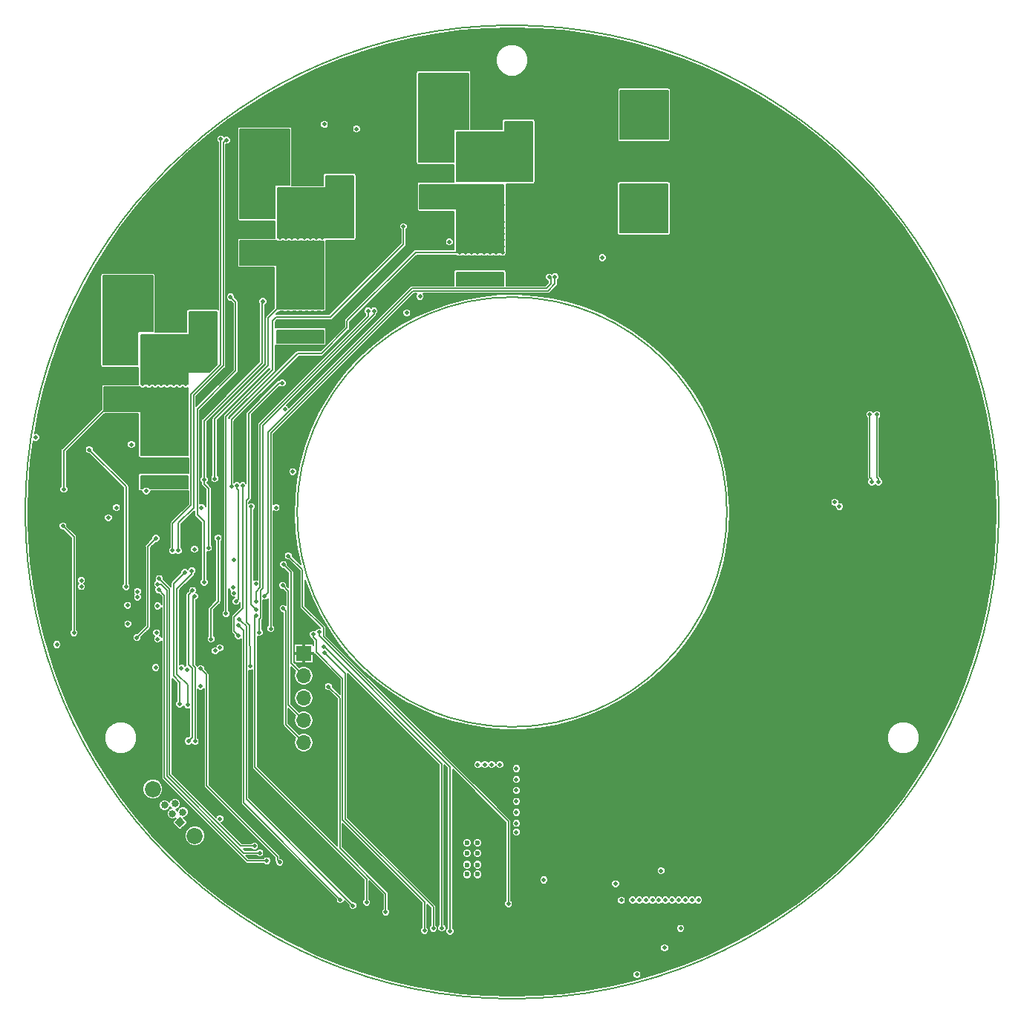
<source format=gbr>
%TF.GenerationSoftware,KiCad,Pcbnew,5.0.2-bee76a0~70~ubuntu18.04.1*%
%TF.CreationDate,2020-05-04T09:46:08+02:00*%
%TF.ProjectId,gsvesc,67737665-7363-42e6-9b69-6361645f7063,rev?*%
%TF.SameCoordinates,PX5f5e038PY5f5e038*%
%TF.FileFunction,Copper,L3,Inr*%
%TF.FilePolarity,Positive*%
%FSLAX46Y46*%
G04 Gerber Fmt 4.6, Leading zero omitted, Abs format (unit mm)*
G04 Created by KiCad (PCBNEW 5.0.2-bee76a0~70~ubuntu18.04.1) date Mo 04 Mai 2020 09:46:08 CEST*
%MOMM*%
%LPD*%
G01*
G04 APERTURE LIST*
%ADD10C,0.200000*%
%ADD11O,1.700000X1.700000*%
%ADD12R,1.700000X1.700000*%
%ADD13C,0.600000*%
%ADD14C,1.850000*%
%ADD15C,0.840000*%
%ADD16C,0.100000*%
%ADD17C,0.500000*%
%ADD18C,0.150000*%
G04 APERTURE END LIST*
D10*
X24500200Y-200D02*
G75*
G03X24500200Y-200I-24500000J0D01*
G01*
X55500200Y-200D02*
G75*
G03X55500200Y-200I-55500000J0D01*
G01*
D11*
X-23750000Y-26285000D03*
X-23750000Y-23745000D03*
X-23750000Y-21205000D03*
X-23750000Y-18665000D03*
D12*
X-23750000Y-16125000D03*
D13*
X-3925000Y-41320000D03*
X-3925000Y-40220000D03*
X-5125000Y-40220000D03*
X-5125000Y-41320000D03*
X-3925000Y-37720000D03*
X-3925000Y-38920000D03*
X-5125000Y-38920000D03*
X-5125000Y-37720000D03*
D14*
X-40948520Y-31604960D03*
X-36164236Y-36918446D03*
D15*
X-39589740Y-33442823D03*
X-38411660Y-33256737D03*
X-38719870Y-34408912D03*
X-37541790Y-34222825D03*
X-37850000Y-35375000D03*
D16*
G36*
X-37256844Y-35406086D02*
X-37881086Y-35968156D01*
X-38443156Y-35343914D01*
X-37818914Y-34781844D01*
X-37256844Y-35406086D01*
X-37256844Y-35406086D01*
G37*
D17*
X-25510000Y-5000000D03*
X-400000Y-44690000D03*
X-36200000Y-4250000D03*
X-1400000Y-28800000D03*
X-2300000Y-28800000D03*
X-3100000Y-28800000D03*
X-3900000Y-28800000D03*
X17000000Y-40900000D03*
X17400000Y-49699978D03*
X11800000Y-42400000D03*
X-46024000Y-662000D03*
X12525000Y37075000D03*
X-6100000Y26800000D03*
X-5400000Y26800000D03*
X-4700000Y26800000D03*
X-4000000Y26800000D03*
X-3300000Y26800000D03*
X-2600000Y26800000D03*
X-1900000Y26800000D03*
X-1200000Y26800000D03*
X-6100000Y26100000D03*
X-5400000Y26100000D03*
X-4700000Y26100000D03*
X-4000000Y26100000D03*
X-3300000Y26100000D03*
X-2600000Y26100000D03*
X-1900000Y26100000D03*
X-1200000Y26100000D03*
X13225000Y37075000D03*
X13925000Y37075000D03*
X14625000Y37075000D03*
X15325000Y37075000D03*
X16025000Y37075000D03*
X16725000Y37075000D03*
X17425000Y37075000D03*
X12525000Y36375000D03*
X13225000Y36375000D03*
X13925000Y36375000D03*
X14625000Y36375000D03*
X15325000Y36375000D03*
X16025000Y36375000D03*
X16725000Y36375000D03*
X17425000Y36375000D03*
X12525000Y35675000D03*
X13225000Y35675000D03*
X13925000Y35675000D03*
X14625000Y35675000D03*
X15325000Y35675000D03*
X16025000Y35675000D03*
X16725000Y35675000D03*
X17425000Y35675000D03*
X12525000Y34975000D03*
X13225000Y34975000D03*
X13925000Y34975000D03*
X14625000Y34975000D03*
X15325000Y34975000D03*
X16025000Y34975000D03*
X16725000Y34975000D03*
X17425000Y34975000D03*
X12525000Y34275000D03*
X13225000Y34275000D03*
X13925000Y34275000D03*
X14625000Y34275000D03*
X15325000Y34275000D03*
X16025000Y34275000D03*
X16725000Y34275000D03*
X17425000Y34275000D03*
X12525000Y33575000D03*
X13225000Y33575000D03*
X13925000Y33575000D03*
X14625000Y33575000D03*
X15325000Y33575000D03*
X16025000Y33575000D03*
X16725000Y33575000D03*
X17425000Y33575000D03*
X12525000Y32875000D03*
X13225000Y32875000D03*
X13925000Y32875000D03*
X14625000Y32875000D03*
X15325000Y32875000D03*
X16025000Y32875000D03*
X16725000Y32875000D03*
X17425000Y32875000D03*
X12525000Y32175000D03*
X13225000Y32175000D03*
X13925000Y32175000D03*
X14625000Y32175000D03*
X15325000Y32175000D03*
X16025000Y32175000D03*
X16725000Y32175000D03*
X17425000Y32175000D03*
X-26600000Y20300000D03*
X-23100000Y19600000D03*
X-22400000Y19600000D03*
X-25900000Y19600000D03*
X-23800000Y20300000D03*
X-25200000Y19600000D03*
X-21700000Y19600000D03*
X-24500000Y19600000D03*
X-23800000Y19600000D03*
X-23100000Y20300000D03*
X-21700000Y20300000D03*
X-26600000Y19600000D03*
X-24500000Y20300000D03*
X-25200000Y20300000D03*
X-22400000Y20300000D03*
X-25900000Y20300000D03*
X-37200000Y3800000D03*
X-40000000Y3100000D03*
X-39300000Y3800000D03*
X-40700000Y3100000D03*
X-37200000Y3100000D03*
X-40000000Y3800000D03*
X-42100000Y3100000D03*
X-37900000Y3100000D03*
X-38600000Y3100000D03*
X-40700000Y3800000D03*
X-41400000Y3100000D03*
X-41400000Y3800000D03*
X-39300000Y3100000D03*
X-38600000Y3800000D03*
X-42100000Y3800000D03*
X-37900000Y3800000D03*
X-14400000Y-45600000D03*
X-20940000Y-19900000D03*
X-35530000Y-19850000D03*
X-49100000Y-7800000D03*
X-42700010Y-9070091D03*
X-40400000Y-10710000D03*
X-26100000Y-11000000D03*
X42500000Y-6100000D03*
X-46125600Y1625600D03*
X-36400000Y-3000000D03*
X-38495021Y-19880000D03*
X-40220000Y-23220000D03*
X-45940000Y-4100000D03*
X-45000000Y-16410000D03*
X-25300000Y-43430000D03*
X-20150000Y-41770000D03*
X-17850000Y-42570000D03*
X-15590000Y-43390000D03*
X-13240000Y-44670000D03*
X-15210000Y-48050000D03*
X-4060000Y-50360000D03*
X1960000Y-52400000D03*
X-17500000Y-32000000D03*
X-16750000Y-32000000D03*
X-16750000Y-31000000D03*
X-17500000Y-31000000D03*
X-16750000Y-30000000D03*
X-17500000Y-30000000D03*
X-16750000Y-29000000D03*
X-17500000Y-29000000D03*
X-16750000Y-28000000D03*
X-17500000Y-28000000D03*
X-14500000Y34600000D03*
X-7600000Y32900000D03*
X-28400000Y25900000D03*
X-20900000Y42500000D03*
X-51950000Y10550000D03*
X-43600000Y9600000D03*
X-16000000Y46500000D03*
X-38200000Y1700000D03*
X-26899992Y1600000D03*
X-27024979Y-5830000D03*
X-31075010Y-20250000D03*
X-36400004Y27200000D03*
X-21900000Y13100000D03*
X-33310883Y-34970883D03*
X3630000Y-41950000D03*
X-44000010Y-8530000D03*
X-48200000Y7100000D03*
X-43830000Y-10640000D03*
X-35100000Y-8000000D03*
X-32100000Y24500000D03*
X-43800000Y-12770000D03*
X-12375000Y32525000D03*
X-32600000Y-11600000D03*
X-40629500Y-17750000D03*
X-26199998Y14700000D03*
X-29825000Y-17600000D03*
X-16580000Y-44500000D03*
X-29200000Y-11800000D03*
X-18140000Y-44880000D03*
X-31100000Y-12200000D03*
X-19590000Y-44200000D03*
X-31200000Y-12899998D03*
X-22004714Y-13700180D03*
X-33299813Y-15491128D03*
X-7070000Y-47790000D03*
X-21429117Y-15379117D03*
X-37680000Y-17819998D03*
X-8010000Y-47430000D03*
X-21360000Y-16060000D03*
X-37042968Y-17959253D03*
X-8970000Y-47480000D03*
X-33851430Y-15834979D03*
X-22650000Y-13954979D03*
X-9980000Y-47710000D03*
X-40232758Y-7591869D03*
X-29370000Y-38100000D03*
X-40399990Y-8220000D03*
X-28760000Y-38880000D03*
X-40299414Y-8862184D03*
X-27949998Y-39770000D03*
X-26060000Y-5989999D03*
X-31675021Y-5500000D03*
X-26160000Y-8370000D03*
X-29199990Y-8210000D03*
X40800000Y11100000D03*
X41000000Y3400000D03*
X-36420000Y-8950000D03*
X-36910000Y-26120000D03*
X-31821455Y-8618697D03*
X-36184990Y-9590546D03*
X-36130000Y-26160000D03*
X-31675021Y-9251999D03*
X-26490000Y-39950000D03*
X-35510000Y-17850000D03*
X-31349408Y3027996D03*
X-31455698Y-10183932D03*
X-16424862Y22912431D03*
X-29200000Y-10201155D03*
X-28200000Y-9600000D03*
X4250251Y26781498D03*
X-46250000Y24400000D03*
X-44150000Y25800000D03*
X-41350000Y22300000D03*
X-44850000Y24400000D03*
X-42750000Y25100000D03*
X-46250000Y22300000D03*
X-44850000Y23700000D03*
X-41350000Y23700000D03*
X-43450000Y25800000D03*
X-43450000Y23700000D03*
X-45550000Y23000000D03*
X-44150000Y25100000D03*
X-45550000Y21600000D03*
X-44150000Y21600000D03*
X-42750000Y21600000D03*
X-42750000Y25800000D03*
X-46250000Y23000000D03*
X-46250000Y25800000D03*
X-41350000Y21600000D03*
X-42750000Y23700000D03*
X-43450000Y24400000D03*
X-44850000Y22300000D03*
X-45550000Y24400000D03*
X-42050000Y24400000D03*
X-42050000Y23000000D03*
X-41350000Y25800000D03*
X-46250000Y25100000D03*
X-44150000Y23000000D03*
X-46250000Y23700000D03*
X-45550000Y25800000D03*
X-42050000Y23700000D03*
X-44150000Y24400000D03*
X-45550000Y23700000D03*
X-45550000Y25100000D03*
X-43450000Y21600000D03*
X-41350000Y23000000D03*
X-42750000Y23000000D03*
X-43450000Y22300000D03*
X-44850000Y23000000D03*
X-42050000Y25100000D03*
X-42750000Y22300000D03*
X-42050000Y22300000D03*
X-42050000Y25800000D03*
X-42750000Y24400000D03*
X-44850000Y25800000D03*
X-43450000Y25100000D03*
X-46250000Y21600000D03*
X-45550000Y22300000D03*
X-44850000Y21600000D03*
X-42050000Y21600000D03*
X-44850000Y25100000D03*
X-41350000Y25100000D03*
X-44150000Y22300000D03*
X-43450000Y23000000D03*
X-44150000Y23700000D03*
X-41350000Y24400000D03*
X-42750000Y20900000D03*
X-41350000Y20900000D03*
X-46250000Y20200000D03*
X-44150000Y20200000D03*
X-45550000Y26500000D03*
X-46250000Y20900000D03*
X-42750000Y26500000D03*
X-45550000Y20200000D03*
X-41350000Y26500000D03*
X-44150000Y26500000D03*
X-46250000Y26500000D03*
X-44850000Y20200000D03*
X-44850000Y20900000D03*
X-43450000Y20200000D03*
X-45550000Y20900000D03*
X-44150000Y20900000D03*
X-44850000Y26500000D03*
X-42050000Y20900000D03*
X-42050000Y26500000D03*
X-43450000Y26500000D03*
X-43450000Y20900000D03*
X-46250000Y17000000D03*
X-43450000Y17700000D03*
X-45550000Y17700000D03*
X-44150000Y17000000D03*
X-44150000Y17700000D03*
X-46250000Y17700000D03*
X-45550000Y17000000D03*
X-43450000Y17000000D03*
X-26450000Y38300000D03*
X-25750000Y40400000D03*
X-30650000Y41800000D03*
X-29950000Y36900000D03*
X-28550000Y39700000D03*
X-25750000Y41800000D03*
X-26450000Y41800000D03*
X-26450000Y43200000D03*
X-29950000Y38300000D03*
X-29250000Y43200000D03*
X-29950000Y41100000D03*
X-29950000Y39700000D03*
X-27850000Y40400000D03*
X-28550000Y41100000D03*
X-27150000Y43200000D03*
X-26450000Y40400000D03*
X-27150000Y42500000D03*
X-27850000Y39000000D03*
X-25750000Y38300000D03*
X-26450000Y39700000D03*
X-30650000Y43200000D03*
X-30650000Y39000000D03*
X-25750000Y39000000D03*
X-25750000Y41100000D03*
X-27150000Y41100000D03*
X-26450000Y39000000D03*
X-30650000Y41100000D03*
X-29250000Y42500000D03*
X-29250000Y39000000D03*
X-29250000Y40400000D03*
X-25750000Y39700000D03*
X-26450000Y42500000D03*
X-28550000Y41800000D03*
X-28550000Y39000000D03*
X-25750000Y42500000D03*
X-27150000Y39000000D03*
X-29250000Y37600000D03*
X-29250000Y36900000D03*
X-28550000Y36900000D03*
X-30650000Y36900000D03*
X-29950000Y42500000D03*
X-27850000Y42500000D03*
X-30650000Y38300000D03*
X-28550000Y38300000D03*
X-30650000Y40400000D03*
X-29250000Y39700000D03*
X-29950000Y40400000D03*
X-25750000Y37600000D03*
X-29950000Y43200000D03*
X-28550000Y37600000D03*
X-27150000Y37600000D03*
X-30650000Y39700000D03*
X-25750000Y43200000D03*
X-29950000Y39000000D03*
X-27150000Y40400000D03*
X-27150000Y41800000D03*
X-29950000Y37600000D03*
X-29950000Y41800000D03*
X-26450000Y37600000D03*
X-26450000Y41100000D03*
X-27850000Y41800000D03*
X-27850000Y41100000D03*
X-27850000Y36900000D03*
X-27150000Y38300000D03*
X-29250000Y41100000D03*
X-28550000Y43200000D03*
X-27850000Y37600000D03*
X-29250000Y38300000D03*
X-30650000Y42500000D03*
X-30650000Y37600000D03*
X-28550000Y42500000D03*
X-29250000Y41800000D03*
X-27850000Y43200000D03*
X-27150000Y39700000D03*
X-27850000Y38300000D03*
X-27850000Y39700000D03*
X-28550000Y40400000D03*
X-30650000Y33800000D03*
X-28550000Y33800000D03*
X-30650000Y34500000D03*
X-29950000Y33800000D03*
X-27850000Y33800000D03*
X-29950000Y34500000D03*
X-28550000Y34500000D03*
X-27850000Y34500000D03*
X37331844Y614175D03*
X-37900000Y-21900000D03*
X-37300000Y-6900000D03*
X36800000Y1100000D03*
X-37000000Y-22000000D03*
X-36500000Y-6700000D03*
X-7140201Y30800000D03*
X-28400000Y24000000D03*
X-43400000Y7700000D03*
X-34600010Y-4083386D03*
X-35100000Y3700000D03*
X-6050000Y45400000D03*
X-5350000Y45400000D03*
X-7450000Y44700000D03*
X-6750000Y44700000D03*
X-8850000Y48200000D03*
X-6050000Y46800000D03*
X-5350000Y46800000D03*
X-10250000Y45400000D03*
X-9550000Y45400000D03*
X-9550000Y46800000D03*
X-8850000Y46800000D03*
X-8150000Y46800000D03*
X-7450000Y48200000D03*
X-8850000Y46100000D03*
X-8150000Y46100000D03*
X-6050000Y49600000D03*
X-5350000Y47500000D03*
X-10250000Y46800000D03*
X-8850000Y45400000D03*
X-8150000Y45400000D03*
X-10250000Y49600000D03*
X-8150000Y47500000D03*
X-8150000Y48900000D03*
X-6050000Y46100000D03*
X-5350000Y46100000D03*
X-7450000Y46100000D03*
X-6750000Y46100000D03*
X-7450000Y46800000D03*
X-6750000Y46800000D03*
X-10250000Y46100000D03*
X-9550000Y46100000D03*
X-6050000Y44700000D03*
X-5350000Y44700000D03*
X-8850000Y48900000D03*
X-6750000Y47500000D03*
X-5350000Y48200000D03*
X-7450000Y45400000D03*
X-6750000Y45400000D03*
X-6750000Y49600000D03*
X-8850000Y47500000D03*
X-9550000Y49600000D03*
X-9550000Y47500000D03*
X-8150000Y49600000D03*
X-7450000Y47500000D03*
X-6050000Y47500000D03*
X-6750000Y48900000D03*
X-10250000Y48900000D03*
X-5350000Y49600000D03*
X-10250000Y48200000D03*
X-8850000Y49600000D03*
X-8850000Y44700000D03*
X-8150000Y44700000D03*
X-9550000Y48900000D03*
X-7450000Y49600000D03*
X-7450000Y48900000D03*
X-8150000Y48200000D03*
X-9550000Y48200000D03*
X-10250000Y47500000D03*
X-5350000Y48900000D03*
X-10250000Y44700000D03*
X-9550000Y44700000D03*
X-6050000Y48200000D03*
X-6050000Y48900000D03*
X-6750000Y48200000D03*
X-6050000Y44000000D03*
X-9550000Y44000000D03*
X-5350000Y44000000D03*
X-8150000Y44000000D03*
X-6750000Y44000000D03*
X-8850000Y44000000D03*
X-7450000Y44000000D03*
X-10250000Y44000000D03*
X-8850000Y43300000D03*
X-8150000Y43300000D03*
X-9550000Y43300000D03*
X-7450000Y43300000D03*
X-10250000Y43300000D03*
X-9350000Y40900000D03*
X-7950000Y40900000D03*
X-10050000Y40900000D03*
X-7250000Y40900000D03*
X-7250000Y40200000D03*
X-9350000Y40200000D03*
X-10050000Y40200000D03*
X-7950000Y40200000D03*
X-42100000Y18100000D03*
X12550000Y47800000D03*
X-51900000Y-15120000D03*
X19000000Y-44250000D03*
X18250000Y-44250000D03*
X17500000Y-44250000D03*
X13750000Y-44250000D03*
X14500000Y-44250000D03*
X15250000Y-44250000D03*
X16000000Y-44250000D03*
X16750000Y-44250000D03*
X21250000Y-44250000D03*
X20500000Y-44250000D03*
X19750000Y-44250000D03*
X13250000Y47800000D03*
X13950000Y47800000D03*
X14650000Y47800000D03*
X15350000Y47800000D03*
X16050000Y47800000D03*
X16750000Y47800000D03*
X17450000Y47800000D03*
X12550000Y47100000D03*
X13250000Y47100000D03*
X13950000Y47100000D03*
X14650000Y47100000D03*
X15350000Y47100000D03*
X16050000Y47100000D03*
X16750000Y47100000D03*
X17450000Y47100000D03*
X12550000Y46400000D03*
X13250000Y46400000D03*
X13950000Y46400000D03*
X14650000Y46400000D03*
X15350000Y46400000D03*
X16050000Y46400000D03*
X16750000Y46400000D03*
X17450000Y46400000D03*
X12550000Y45700000D03*
X13250000Y45700000D03*
X13950000Y45700000D03*
X14650000Y45700000D03*
X15350000Y45700000D03*
X16050000Y45700000D03*
X16750000Y45700000D03*
X17450000Y45700000D03*
X12550000Y45000000D03*
X13250000Y45000000D03*
X13950000Y45000000D03*
X14650000Y45000000D03*
X15350000Y45000000D03*
X16050000Y45000000D03*
X16750000Y45000000D03*
X17450000Y45000000D03*
X12550000Y44300000D03*
X13250000Y44300000D03*
X13950000Y44300000D03*
X14650000Y44300000D03*
X15350000Y44300000D03*
X16050000Y44300000D03*
X16750000Y44300000D03*
X17450000Y44300000D03*
X12550000Y43600000D03*
X13250000Y43600000D03*
X13950000Y43600000D03*
X14650000Y43600000D03*
X15350000Y43600000D03*
X16050000Y43600000D03*
X16750000Y43600000D03*
X17450000Y43600000D03*
X12550000Y42900000D03*
X13250000Y42900000D03*
X13950000Y42900000D03*
X14650000Y42900000D03*
X15350000Y42900000D03*
X16050000Y42900000D03*
X16750000Y42900000D03*
X17450000Y42900000D03*
X-5300000Y41400000D03*
X-6000000Y39300000D03*
X-5300000Y39300000D03*
X-4600000Y39300000D03*
X-4600000Y41400000D03*
X-1100000Y41400000D03*
X-3200000Y40700000D03*
X-2500000Y40700000D03*
X-2500000Y41400000D03*
X-3900000Y39300000D03*
X-3200000Y39300000D03*
X-2500000Y39300000D03*
X-6000000Y40700000D03*
X-1800000Y39300000D03*
X-1100000Y39300000D03*
X-6000000Y38600000D03*
X-3200000Y37900000D03*
X-2500000Y37900000D03*
X-5300000Y40700000D03*
X-1800000Y40700000D03*
X-1100000Y40700000D03*
X-6000000Y41400000D03*
X-4600000Y37900000D03*
X-3900000Y37900000D03*
X-3200000Y38600000D03*
X-2500000Y38600000D03*
X-1800000Y38600000D03*
X-4600000Y40700000D03*
X-3900000Y40700000D03*
X-1800000Y37900000D03*
X-1100000Y37900000D03*
X-1100000Y38600000D03*
X-6000000Y37900000D03*
X-5300000Y37900000D03*
X-1800000Y41400000D03*
X-3200000Y41400000D03*
X-3900000Y41400000D03*
X-5300000Y38600000D03*
X-4600000Y38600000D03*
X-3900000Y38600000D03*
X-6000000Y40000000D03*
X-5300000Y40000000D03*
X-2500000Y40000000D03*
X-1800000Y40000000D03*
X-1100000Y40000000D03*
X-4600000Y40000000D03*
X-3900000Y40000000D03*
X-3200000Y40000000D03*
X-400000Y42100000D03*
X-400000Y40700000D03*
X-400000Y44200000D03*
X-400000Y42800000D03*
X-400000Y43500000D03*
X-400000Y41400000D03*
X2000000Y44200000D03*
X2000000Y40700000D03*
X2000000Y43500000D03*
X2000000Y42100000D03*
X2000000Y42800000D03*
X2000000Y41400000D03*
X2000000Y40000000D03*
X-400000Y38600000D03*
X2000000Y39300000D03*
X2000000Y38600000D03*
X-400000Y40000000D03*
X-400000Y39300000D03*
X2000000Y37900000D03*
X-400000Y37900000D03*
X-23700000Y32700000D03*
X-23700000Y34800000D03*
X-26500000Y34100000D03*
X-23000000Y34800000D03*
X-24400000Y31300000D03*
X-24400000Y33400000D03*
X-21600000Y32700000D03*
X-23700000Y34100000D03*
X-22300000Y34100000D03*
X-25800000Y32700000D03*
X-26500000Y31300000D03*
X-23700000Y31300000D03*
X-21600000Y31300000D03*
X-26500000Y32000000D03*
X-24400000Y34800000D03*
X-23000000Y31300000D03*
X-22300000Y31300000D03*
X-24400000Y32000000D03*
X-24400000Y32700000D03*
X-25100000Y32000000D03*
X-25800000Y34100000D03*
X-21600000Y34800000D03*
X-25100000Y34800000D03*
X-25800000Y33400000D03*
X-21600000Y33400000D03*
X-25100000Y32700000D03*
X-22300000Y32000000D03*
X-23700000Y33400000D03*
X-25100000Y33400000D03*
X-25800000Y32000000D03*
X-24400000Y34100000D03*
X-26500000Y33400000D03*
X-25800000Y31300000D03*
X-23000000Y32000000D03*
X-21600000Y34100000D03*
X-25800000Y34800000D03*
X-23700000Y32000000D03*
X-23000000Y34100000D03*
X-21600000Y32000000D03*
X-23000000Y33400000D03*
X-22300000Y34800000D03*
X-26500000Y32700000D03*
X-23000000Y32700000D03*
X-22300000Y32700000D03*
X-25100000Y31300000D03*
X-25100000Y34100000D03*
X-22300000Y33400000D03*
X-26500000Y34800000D03*
X-20900000Y33800000D03*
X-18500000Y33800000D03*
X-20900000Y38000000D03*
X-18500000Y35900000D03*
X-18500000Y37300000D03*
X-20900000Y34500000D03*
X-18500000Y35200000D03*
X-20900000Y37300000D03*
X-18500000Y34500000D03*
X-20900000Y33100000D03*
X-18500000Y33100000D03*
X-18500000Y32400000D03*
X-18500000Y31700000D03*
X-20900000Y35900000D03*
X-20900000Y31700000D03*
X-20900000Y32400000D03*
X-18500000Y38000000D03*
X-20900000Y36600000D03*
X-18500000Y36600000D03*
X-20900000Y35200000D03*
X-38600000Y17400000D03*
X-38600000Y16700000D03*
X-41400000Y18100000D03*
X-40700000Y16000000D03*
X-39300000Y17400000D03*
X-39300000Y18100000D03*
X-40000000Y18100000D03*
X-38600000Y16000000D03*
X-40000000Y17400000D03*
X-39300000Y16000000D03*
X-42100000Y16000000D03*
X-37900000Y18100000D03*
X-42100000Y16700000D03*
X-38600000Y18100000D03*
X-39300000Y16700000D03*
X-37200000Y17400000D03*
X-38600000Y15300000D03*
X-40700000Y16700000D03*
X-40700000Y14600000D03*
X-42100000Y17400000D03*
X-40000000Y16000000D03*
X-37200000Y16700000D03*
X-40700000Y18100000D03*
X-37900000Y14600000D03*
X-42100000Y14600000D03*
X-40000000Y15300000D03*
X-39300000Y14600000D03*
X-37200000Y15300000D03*
X-37200000Y18100000D03*
X-41400000Y17400000D03*
X-40000000Y14600000D03*
X-40700000Y17400000D03*
X-38600000Y14600000D03*
X-37900000Y17400000D03*
X-37200000Y14600000D03*
X-37200000Y16000000D03*
X-42100000Y15300000D03*
X-37900000Y16700000D03*
X-40700000Y15300000D03*
X-39300000Y15300000D03*
X-41400000Y14600000D03*
X-37900000Y15300000D03*
X-41400000Y15300000D03*
X-41400000Y16700000D03*
X-41400000Y16000000D03*
X-40000000Y16700000D03*
X-37900000Y16000000D03*
X-54300000Y8500000D03*
X-36575021Y20500000D03*
X-36575021Y21900000D03*
X-36575021Y19100000D03*
X-36575021Y17700000D03*
X-36575021Y22600000D03*
X-36575021Y18400000D03*
X-36575021Y19800000D03*
X-36575021Y17000000D03*
X-36575021Y16300000D03*
X-36575021Y21200000D03*
X-34600010Y22600000D03*
X-34600010Y20500000D03*
X-34600010Y21200000D03*
X-34600010Y21900000D03*
X-34600010Y19100000D03*
X-34600010Y18400000D03*
X-34600010Y19800000D03*
X-34600010Y17700000D03*
X-34600010Y16300000D03*
X-34600010Y17000000D03*
X-6000000Y33100000D03*
X-5300000Y33100000D03*
X-4600000Y33100000D03*
X-3900000Y33100000D03*
X-3200000Y33100000D03*
X-2500000Y33100000D03*
X-1800000Y33100000D03*
X-1100000Y33100000D03*
X-6000000Y32400000D03*
X-5300000Y32400000D03*
X-4600000Y32400000D03*
X-3900000Y32400000D03*
X-3200000Y32400000D03*
X-2500000Y32400000D03*
X-1800000Y32400000D03*
X-1100000Y32400000D03*
X-6000000Y31700000D03*
X-5300000Y31700000D03*
X-4600000Y31700000D03*
X-3900000Y31700000D03*
X-3200000Y31700000D03*
X-2500000Y31700000D03*
X-1800000Y31700000D03*
X-1100000Y31700000D03*
X-6000000Y31000000D03*
X-5300000Y31000000D03*
X-4600000Y31000000D03*
X-3900000Y31000000D03*
X-3200000Y31000000D03*
X-2500000Y31000000D03*
X-1800000Y31000000D03*
X-1100000Y31000000D03*
X-6000000Y30300000D03*
X-5300000Y30300000D03*
X-4600000Y30300000D03*
X-3900000Y30300000D03*
X-3200000Y30300000D03*
X-2500000Y30300000D03*
X-1800000Y30300000D03*
X-1100000Y30300000D03*
X-6000000Y29600000D03*
X-5300000Y29600000D03*
X-4600000Y29600000D03*
X-3900000Y29600000D03*
X-3200000Y29600000D03*
X-2500000Y29600000D03*
X-1800000Y29600000D03*
X-1100000Y29600000D03*
X-5300000Y35000000D03*
X-4600000Y35000000D03*
X-1100000Y35000000D03*
X-2500000Y35000000D03*
X-6000000Y35000000D03*
X-1800000Y35000000D03*
X-3200000Y35000000D03*
X-3900000Y35000000D03*
X-8100000Y35000000D03*
X-10200000Y35000000D03*
X-9500000Y35000000D03*
X-7400000Y35000000D03*
X-6700000Y35000000D03*
X-8800000Y35000000D03*
X-6700000Y35700000D03*
X-6700000Y36400000D03*
X-10200000Y37100000D03*
X-8100000Y37100000D03*
X-7400000Y37100000D03*
X-9500000Y37100000D03*
X-6700000Y37100000D03*
X-31999990Y2900000D03*
X-23100000Y28600000D03*
X-25200000Y28600000D03*
X-26600000Y28600000D03*
X-24500000Y28600000D03*
X-29400000Y28600000D03*
X-28000000Y28600000D03*
X-28700000Y28600000D03*
X-30100000Y28600000D03*
X-27300000Y28600000D03*
X-22400000Y28600000D03*
X-23800000Y28600000D03*
X-30800000Y28600000D03*
X-25900000Y28600000D03*
X-27300000Y29300000D03*
X-30100000Y30700000D03*
X-28000000Y30700000D03*
X-27300000Y30700000D03*
X-27300000Y30000000D03*
X-30800000Y30700000D03*
X-28700000Y30700000D03*
X-25900000Y26800000D03*
X-26600000Y24700000D03*
X-25900000Y24700000D03*
X-25200000Y24700000D03*
X-25200000Y26800000D03*
X-21700000Y26800000D03*
X-23800000Y26100000D03*
X-23100000Y26100000D03*
X-23100000Y26800000D03*
X-24500000Y24700000D03*
X-23800000Y24700000D03*
X-23100000Y24700000D03*
X-26600000Y26100000D03*
X-22400000Y24700000D03*
X-21700000Y24700000D03*
X-26600000Y24000000D03*
X-23800000Y23300000D03*
X-23100000Y23300000D03*
X-25900000Y26100000D03*
X-22400000Y26100000D03*
X-21700000Y26100000D03*
X-26600000Y26800000D03*
X-25200000Y23300000D03*
X-24500000Y23300000D03*
X-23800000Y24000000D03*
X-23100000Y24000000D03*
X-22400000Y24000000D03*
X-25200000Y26100000D03*
X-24500000Y26100000D03*
X-22400000Y23300000D03*
X-21700000Y23300000D03*
X-21700000Y24000000D03*
X-26600000Y23300000D03*
X-25900000Y23300000D03*
X-22400000Y26800000D03*
X-23800000Y26800000D03*
X-24500000Y26800000D03*
X-25900000Y24000000D03*
X-25200000Y24000000D03*
X-24500000Y24000000D03*
X-26600000Y25400000D03*
X-25900000Y25400000D03*
X-23100000Y25400000D03*
X-22400000Y25400000D03*
X-21700000Y25400000D03*
X-25200000Y25400000D03*
X-24500000Y25400000D03*
X-23800000Y25400000D03*
X-41700000Y2400016D03*
X-33900000Y3800000D03*
X-21700000Y28600000D03*
X-40700000Y11800000D03*
X-44200000Y11800000D03*
X-44900000Y11800000D03*
X-43500000Y11800000D03*
X-38600000Y11800000D03*
X-45600000Y11800000D03*
X-41400000Y11800000D03*
X-37900000Y11800000D03*
X-42100000Y11800000D03*
X-42800000Y11800000D03*
X-40000000Y11800000D03*
X-46300000Y11800000D03*
X-39300000Y11800000D03*
X-37200000Y11800000D03*
X-45600000Y13900000D03*
X-44200000Y13900000D03*
X-46300000Y13900000D03*
X-42800000Y12500000D03*
X-43500000Y13900000D03*
X-42800000Y13900000D03*
X-42800000Y13200000D03*
X-41400000Y8800000D03*
X-40000000Y6700000D03*
X-42100000Y8100000D03*
X-40000000Y8800000D03*
X-40000000Y8100000D03*
X-41400000Y9500000D03*
X-42100000Y6700000D03*
X-37200000Y6700000D03*
X-38600000Y7400000D03*
X-37200000Y7400000D03*
X-40000000Y7400000D03*
X-37200000Y8100000D03*
X-37200000Y9500000D03*
X-39300000Y10200000D03*
X-37900000Y8100000D03*
X-40700000Y9500000D03*
X-41400000Y6700000D03*
X-38600000Y8100000D03*
X-40000000Y10200000D03*
X-37200000Y10200000D03*
X-38600000Y9500000D03*
X-39300000Y9500000D03*
X-39300000Y8800000D03*
X-39300000Y8100000D03*
X-40000000Y9500000D03*
X-42100000Y7400000D03*
X-39300000Y7400000D03*
X-41400000Y10200000D03*
X-40700000Y8800000D03*
X-37900000Y9500000D03*
X-42100000Y9500000D03*
X-39300000Y6700000D03*
X-37900000Y6700000D03*
X-37900000Y7400000D03*
X-38600000Y8800000D03*
X-42100000Y10200000D03*
X-40700000Y10200000D03*
X-40700000Y8100000D03*
X-37200000Y8800000D03*
X-38600000Y10200000D03*
X-41400000Y8100000D03*
X-41400000Y7400000D03*
X-40700000Y6700000D03*
X-42100000Y8800000D03*
X-40700000Y7400000D03*
X-37900000Y10200000D03*
X-38600000Y6700000D03*
X-37900000Y8800000D03*
X-51100000Y2600000D03*
X-35400000Y500000D03*
X-45100004Y500000D03*
X-29730000Y600000D03*
X-26900000Y500000D03*
X-29160880Y-11151166D03*
X14250000Y-52750000D03*
X500000Y-36500000D03*
X500000Y-35500000D03*
X500000Y-34250000D03*
X500000Y-33000000D03*
X500000Y-31750000D03*
X500000Y-30500000D03*
X500000Y-29250000D03*
X-25000000Y4600000D03*
X10300000Y29000000D03*
X-12000000Y22700000D03*
X-10500000Y24600000D03*
X-25901977Y11701977D03*
X-34310000Y-14485000D03*
X-40400000Y-14485000D03*
X-33500020Y-2975124D03*
X-40600000Y-3000000D03*
X-42760000Y-14320000D03*
X19220000Y-47480000D03*
X12475000Y-44275000D03*
X-51200000Y-1600006D03*
X-40529996Y-13780004D03*
X-49950000Y-13780000D03*
X-28800000Y-13731400D03*
X-15749987Y22900000D03*
X-30700000Y3000000D03*
X-31200000Y-14100002D03*
X4900000Y26800000D03*
X-27500000Y-13300000D03*
X-49100000Y-8500000D03*
X-42700010Y-9720104D03*
X41600000Y11100000D03*
X41800000Y3400000D03*
X-38700000Y-4400000D03*
X-33200000Y42500000D03*
X-21400000Y44200000D03*
X-38049997Y-4400000D03*
X-32558842Y42393141D03*
X-17724999Y43675001D03*
D18*
X-23900000Y-6644516D02*
X-23914073Y-6595927D01*
X-21500000Y-14200000D02*
X-21500000Y-13200000D01*
X-23900000Y-10800000D02*
X-23900000Y-6644516D01*
X-23914073Y-6595927D02*
X-25510000Y-5000000D01*
X-21500000Y-13200000D02*
X-23900000Y-10800000D01*
X-400000Y-44690000D02*
X-400000Y-35300000D01*
X-400000Y-35300000D02*
X-21500000Y-14200000D01*
X-19629978Y-21210022D02*
X-19629978Y-38300022D01*
X-20940000Y-19900000D02*
X-19629978Y-21210022D01*
X-19629978Y-38300022D02*
X-14400000Y-43530000D01*
X-14400000Y-43530000D02*
X-14400000Y-45600000D01*
X-25850001Y-11249999D02*
X-26100000Y-11000000D01*
X-25790000Y-11310000D02*
X-25850001Y-11249999D01*
X-25790000Y-24245000D02*
X-25790000Y-11310000D01*
X-23750000Y-26285000D02*
X-25790000Y-24245000D01*
D10*
X-44000010Y-8530000D02*
X-44000010Y2900010D01*
X-44000010Y2900010D02*
X-48200000Y7100000D01*
X-31500000Y23900000D02*
X-32100000Y24500000D01*
X-35100000Y-7646447D02*
X-35100011Y-7646436D01*
X-35100000Y-8000000D02*
X-35100000Y-7646447D01*
X-35100011Y-7646436D02*
X-35100011Y-1100011D01*
X-31500000Y16100000D02*
X-31500000Y23900000D01*
X-35100011Y-1100011D02*
X-35900001Y-300021D01*
X-35900001Y-300021D02*
X-35900001Y11699999D01*
X-35900001Y11699999D02*
X-31500000Y16100000D01*
X-20700000Y22200000D02*
X-26900000Y22200000D01*
X-27300000Y16200000D02*
X-32600000Y10900000D01*
X-12375000Y30525000D02*
X-20700000Y22200000D01*
X-26900000Y22200000D02*
X-27300000Y21800000D01*
X-12375000Y32525000D02*
X-12375000Y30525000D01*
X-27300000Y21800000D02*
X-27300000Y16200000D01*
X-32600000Y-11246447D02*
X-32600000Y-11600000D01*
X-32600000Y10900000D02*
X-32600000Y-11246447D01*
X-26553551Y14700000D02*
X-30000000Y11253551D01*
X-26199998Y14700000D02*
X-26553551Y14700000D01*
X-30000000Y1600000D02*
X-30300000Y1300000D01*
X-30000000Y11253551D02*
X-30000000Y1600000D01*
X-30300000Y-12540369D02*
X-29900000Y-12940369D01*
X-30300000Y1300000D02*
X-30300000Y-12540369D01*
X-29900000Y-17600000D02*
X-29825000Y-17600000D01*
X-29900000Y-12940369D02*
X-29825000Y-17600000D01*
D18*
X-29300000Y-29110000D02*
X-29300000Y-11900000D01*
X-29300000Y-11900000D02*
X-29200000Y-11800000D01*
X-16580000Y-44500000D02*
X-16580000Y-41830000D01*
X-16580000Y-41830000D02*
X-29300000Y-29110000D01*
X-30850001Y-12449999D02*
X-31100000Y-12200000D01*
X-30300000Y-13000000D02*
X-30850001Y-12449999D01*
X-18140000Y-44880000D02*
X-30300000Y-32720000D01*
X-30300000Y-32720000D02*
X-30300000Y-13000000D01*
X-30600000Y-13499998D02*
X-30950001Y-13149997D01*
X-30600000Y-33190000D02*
X-30600000Y-13499998D01*
X-30950001Y-13149997D02*
X-31200000Y-12899998D01*
X-19590000Y-44200000D02*
X-30600000Y-33190000D01*
X-22004714Y-14119564D02*
X-22004714Y-14053733D01*
X-22004714Y-14053733D02*
X-22004714Y-13700180D01*
X-7070000Y-47790000D02*
X-7070000Y-29054278D01*
X-7070000Y-29054278D02*
X-22004714Y-14119564D01*
X-8010000Y-47430000D02*
X-8010000Y-28720000D01*
X-21350883Y-15379117D02*
X-21429117Y-15379117D01*
X-8010000Y-28720000D02*
X-21350883Y-15379117D01*
X-19029956Y-34982880D02*
X-19029956Y-18390044D01*
X-8970000Y-45042836D02*
X-19029956Y-34982880D01*
X-19029956Y-18390044D02*
X-21360000Y-16060000D01*
X-8970000Y-47480000D02*
X-8970000Y-45042836D01*
X-22330000Y-14628532D02*
X-22650000Y-14308532D01*
X-22650000Y-14308532D02*
X-22650000Y-13954979D01*
X-22330000Y-15980000D02*
X-22330000Y-14628532D01*
X-19329967Y-18980033D02*
X-22330000Y-15980000D01*
X-19329967Y-35107148D02*
X-19329967Y-18980033D01*
X-9980000Y-47710000D02*
X-9980000Y-44457115D01*
X-9980000Y-44457115D02*
X-19329967Y-35107148D01*
X-39060000Y-29970000D02*
X-39060000Y-8764627D01*
X-39060000Y-8764627D02*
X-40232758Y-7591869D01*
X-30930000Y-38100000D02*
X-39060000Y-29970000D01*
X-29370000Y-38100000D02*
X-30930000Y-38100000D01*
X-30574279Y-38880000D02*
X-39360011Y-30094268D01*
X-39360011Y-30094268D02*
X-39360011Y-8906426D01*
X-39360011Y-8906426D02*
X-40046437Y-8220000D01*
X-40046437Y-8220000D02*
X-40399990Y-8220000D01*
X-28760000Y-38880000D02*
X-30574279Y-38880000D01*
X-39660022Y-30289026D02*
X-39660022Y-9501576D01*
X-30179048Y-39770000D02*
X-39660022Y-30289026D01*
X-27949998Y-39770000D02*
X-30179048Y-39770000D01*
X-39660022Y-9501576D02*
X-40299414Y-8862184D01*
X-23750000Y-18665000D02*
X-25189978Y-17225022D01*
X-25189978Y-17225022D02*
X-25189978Y-6860021D01*
X-25189978Y-6860021D02*
X-26060000Y-5989999D01*
X-25489989Y-22005011D02*
X-25489989Y-9040011D01*
X-23750000Y-23745000D02*
X-25489989Y-22005011D01*
X-25489989Y-9040011D02*
X-26160000Y-8370000D01*
X40800000Y3953553D02*
X40800000Y11100000D01*
X41000000Y3400000D02*
X41000000Y3753553D01*
X41000000Y3753553D02*
X40800000Y3953553D01*
X-36470000Y-25680000D02*
X-36470000Y-17829219D01*
X-36910000Y-26120000D02*
X-36470000Y-25680000D01*
X-36470000Y-17829219D02*
X-36900000Y-17399219D01*
X-36900000Y-17399219D02*
X-36900000Y-9430000D01*
X-36900000Y-9430000D02*
X-36420000Y-8950000D01*
X-36130000Y-26160000D02*
X-36130000Y-17744940D01*
X-36359989Y-9765545D02*
X-36184990Y-9590546D01*
X-36359989Y-17514951D02*
X-36359989Y-9765545D01*
X-36130000Y-17744940D02*
X-36359989Y-17514951D01*
X-34830000Y-18530000D02*
X-34830000Y-31230000D01*
X-35510000Y-17850000D02*
X-34830000Y-18530000D01*
X-34830000Y-31230000D02*
X-26739999Y-39320001D01*
X-26739999Y-39320001D02*
X-26739999Y-39700001D01*
X-26739999Y-39700001D02*
X-26490000Y-39950000D01*
X-31205699Y-9933933D02*
X-31455698Y-10183932D01*
X-31200011Y-9928245D02*
X-31205699Y-9933933D01*
X-31200011Y2525046D02*
X-31200011Y-9928245D01*
X-31349408Y3027996D02*
X-31349408Y2674443D01*
X-31349408Y2674443D02*
X-31200011Y2525046D01*
X-29200000Y-9847602D02*
X-29200000Y-10201155D01*
X-28724989Y-8600711D02*
X-29200000Y-9075722D01*
X-16424862Y22912431D02*
X-16424862Y22275138D01*
X-28724989Y9975011D02*
X-28724989Y-8600711D01*
X-16424862Y22275138D02*
X-28724989Y9975011D01*
X-29200000Y-9075722D02*
X-29200000Y-9847602D01*
X4400000Y26631749D02*
X4250251Y26781498D01*
X-11400000Y25500000D02*
X3900000Y25500000D01*
X-28200000Y-9600000D02*
X-27800000Y-9200000D01*
X-27800000Y-9200000D02*
X-27800000Y9100000D01*
X-27800000Y9100000D02*
X-11400000Y25500000D01*
X3900000Y25500000D02*
X4400000Y26000000D01*
X4400000Y26000000D02*
X4400000Y26631749D01*
D10*
X-37900000Y-21900000D02*
X-37900000Y-19400000D01*
X-38600000Y-8200000D02*
X-37549999Y-7149999D01*
X-37549999Y-7149999D02*
X-37300000Y-6900000D01*
X-37900000Y-19400000D02*
X-38600000Y-18700000D01*
X-38600000Y-18700000D02*
X-38600000Y-8200000D01*
X-37000000Y-22000000D02*
X-37000000Y-19700000D01*
X-36500000Y-7053553D02*
X-36500000Y-6700000D01*
X-38200000Y-18500000D02*
X-38200000Y-8753553D01*
X-38200000Y-8753553D02*
X-36500000Y-7053553D01*
X-37000000Y-19700000D02*
X-38200000Y-18500000D01*
X-34600010Y2700010D02*
X-35100000Y3200000D01*
X-35100000Y3346447D02*
X-35100000Y3700000D01*
X-35100000Y3200000D02*
X-35100000Y3346447D01*
X-34600010Y-4083386D02*
X-34600010Y2700010D01*
X-28500000Y23900000D02*
X-28400000Y24000000D01*
X-28500000Y19700000D02*
X-28500000Y23900000D01*
X-35100000Y4053553D02*
X-35100000Y3700000D01*
X-35100000Y10400000D02*
X-35100000Y4053553D01*
X-28500000Y19700000D02*
X-28500000Y17000000D01*
X-28500000Y17000000D02*
X-35100000Y10400000D01*
X-11000000Y29600000D02*
X-6353553Y29600000D01*
X-31999990Y10500010D02*
X-24400000Y18100000D01*
X-6353553Y29600000D02*
X-6000000Y29600000D01*
X-31999990Y2900000D02*
X-31999990Y10500010D01*
X-24400000Y18100000D02*
X-21700000Y18100000D01*
X-21700000Y18100000D02*
X-18800000Y21000000D01*
X-18800000Y21000000D02*
X-18800000Y21800000D01*
X-18800000Y21800000D02*
X-11000000Y29600000D01*
X-27800000Y22100000D02*
X-26600000Y23300000D01*
X-27800000Y16700000D02*
X-27800000Y22100000D01*
X-33900000Y3800000D02*
X-33900000Y10600000D01*
X-33900000Y10600000D02*
X-27800000Y16700000D01*
X-51100000Y7000000D02*
X-46300000Y11800000D01*
X-51100000Y3500000D02*
X-51100000Y7000000D01*
X-51100000Y3500000D02*
X-51100000Y3600000D01*
X-51100000Y2600000D02*
X-51100000Y3500000D01*
X-29730000Y-10582046D02*
X-29410879Y-10901167D01*
X-29730000Y600000D02*
X-29730000Y-10582046D01*
X-29410879Y-10901167D02*
X-29160880Y-11151166D01*
X-33500020Y-3328677D02*
X-33500020Y-2975124D01*
X-33500020Y-10200020D02*
X-33500020Y-3328677D01*
X-34310000Y-14485000D02*
X-34310000Y-11010000D01*
X-34310000Y-11010000D02*
X-33500020Y-10200020D01*
X-41500000Y-13060000D02*
X-41500000Y-3900000D01*
X-42760000Y-14320000D02*
X-41500000Y-13060000D01*
X-41500000Y-3900000D02*
X-40600000Y-3000000D01*
X-49950000Y-13780000D02*
X-49950000Y-2850006D01*
X-49950000Y-2850006D02*
X-51200000Y-1600006D01*
D18*
X-28400000Y9600000D02*
X-28400000Y9700000D01*
X-28400000Y-8700000D02*
X-28400000Y9600000D01*
X-28675001Y-8975001D02*
X-28400000Y-8700000D01*
X-28800000Y-12200000D02*
X-28675001Y-12075001D01*
X-28800000Y-13731400D02*
X-28800000Y-12200000D01*
X-28675001Y-12075001D02*
X-28675001Y-8975001D01*
X-28400000Y9875722D02*
X-15749987Y22525735D01*
X-15749987Y22546447D02*
X-15749987Y22900000D01*
X-15749987Y22525735D02*
X-15749987Y22546447D01*
X-28400000Y9600000D02*
X-28400000Y9875722D01*
X-30700000Y-10996998D02*
X-31675001Y-11971999D01*
X-31675001Y-11971999D02*
X-31675001Y-13625001D01*
X-31449999Y-13850003D02*
X-31200000Y-14100002D01*
X-30700000Y3000000D02*
X-30700000Y-10996998D01*
X-31675001Y-13625001D02*
X-31449999Y-13850003D01*
X4900000Y26800000D02*
X4900000Y26000000D01*
X4099989Y25199989D02*
X-11275733Y25199989D01*
X4900000Y26000000D02*
X4099989Y25199989D01*
X-27500000Y-12946447D02*
X-27500000Y-13300000D01*
X-27500000Y8975722D02*
X-27500000Y-12946447D01*
X-11275733Y25199989D02*
X-27500000Y8975722D01*
X41600000Y3953553D02*
X41600000Y11100000D01*
X41800000Y3400000D02*
X41800000Y3753553D01*
X41800000Y3753553D02*
X41600000Y3953553D01*
X-33200000Y16824278D02*
X-33200000Y42146447D01*
X-33200000Y42146447D02*
X-33200000Y42500000D01*
X-36600011Y13424268D02*
X-33200000Y16824278D01*
X-36600011Y799989D02*
X-36600011Y13424268D01*
X-38700000Y-1300000D02*
X-36600011Y799989D01*
X-38700000Y-4400000D02*
X-38700000Y-1300000D01*
X-32899989Y25400000D02*
X-32899989Y25505725D01*
X-32899989Y25400000D02*
X-32899989Y42100011D01*
X-32899989Y42100011D02*
X-32606859Y42393141D01*
X-32606859Y42393141D02*
X-32558842Y42393141D01*
X-32899989Y16700011D02*
X-32899989Y25400000D01*
X-38049997Y-1249997D02*
X-36300000Y500000D01*
X-38049997Y-4400000D02*
X-38049997Y-1249997D01*
X-36300000Y500000D02*
X-36300000Y13300000D01*
X-36300000Y13300000D02*
X-32899989Y16700011D01*
G36*
X2887836Y55099185D02*
X5767558Y54872546D01*
X8631472Y54495504D01*
X11471728Y53969094D01*
X14280541Y53294757D01*
X17050213Y52474343D01*
X19773152Y51510100D01*
X22441894Y50404671D01*
X25049126Y49161085D01*
X27587700Y47782752D01*
X30050659Y46273449D01*
X32431251Y44637313D01*
X34722953Y42878828D01*
X36919481Y41002816D01*
X39014817Y39014417D01*
X41003216Y36919081D01*
X42879228Y34722553D01*
X44637713Y32430851D01*
X46273849Y30050259D01*
X47783152Y27587300D01*
X49161485Y25048726D01*
X50405071Y22441494D01*
X51510500Y19772752D01*
X52474743Y17049813D01*
X53295157Y14280141D01*
X53969494Y11471328D01*
X54495904Y8631072D01*
X54872946Y5767158D01*
X55099585Y2887436D01*
X55175200Y-200D01*
X55099585Y-2887836D01*
X54872946Y-5767558D01*
X54495904Y-8631472D01*
X53969494Y-11471728D01*
X53295157Y-14280541D01*
X52474743Y-17050213D01*
X51510500Y-19773152D01*
X50405071Y-22441894D01*
X49161485Y-25049126D01*
X47783152Y-27587700D01*
X46273849Y-30050659D01*
X44637713Y-32431251D01*
X42879228Y-34722953D01*
X41003216Y-36919481D01*
X39014817Y-39014817D01*
X36919481Y-41003216D01*
X34722953Y-42879228D01*
X32431251Y-44637713D01*
X30050659Y-46273849D01*
X27587700Y-47783152D01*
X25049126Y-49161485D01*
X22441894Y-50405071D01*
X19773152Y-51510500D01*
X17050213Y-52474743D01*
X14280541Y-53295157D01*
X11471728Y-53969494D01*
X8631472Y-54495904D01*
X5767558Y-54872946D01*
X2887836Y-55099585D01*
X200Y-55175200D01*
X-2887436Y-55099585D01*
X-5767158Y-54872946D01*
X-8631072Y-54495904D01*
X-11471328Y-53969494D01*
X-14280141Y-53295157D01*
X-16439530Y-52655517D01*
X13775000Y-52655517D01*
X13775000Y-52844483D01*
X13847314Y-53019066D01*
X13980934Y-53152686D01*
X14155517Y-53225000D01*
X14344483Y-53225000D01*
X14519066Y-53152686D01*
X14652686Y-53019066D01*
X14725000Y-52844483D01*
X14725000Y-52655517D01*
X14652686Y-52480934D01*
X14519066Y-52347314D01*
X14344483Y-52275000D01*
X14155517Y-52275000D01*
X13980934Y-52347314D01*
X13847314Y-52480934D01*
X13775000Y-52655517D01*
X-16439530Y-52655517D01*
X-17049813Y-52474743D01*
X-19772752Y-51510500D01*
X-22441494Y-50405071D01*
X-24117839Y-49605495D01*
X16925000Y-49605495D01*
X16925000Y-49794461D01*
X16997314Y-49969044D01*
X17130934Y-50102664D01*
X17305517Y-50174978D01*
X17494483Y-50174978D01*
X17669066Y-50102664D01*
X17802686Y-49969044D01*
X17875000Y-49794461D01*
X17875000Y-49605495D01*
X17802686Y-49430912D01*
X17669066Y-49297292D01*
X17494483Y-49224978D01*
X17305517Y-49224978D01*
X17130934Y-49297292D01*
X16997314Y-49430912D01*
X16925000Y-49605495D01*
X-24117839Y-49605495D01*
X-25048726Y-49161485D01*
X-27587300Y-47783152D01*
X-30050259Y-46273849D01*
X-32430851Y-44637713D01*
X-34722553Y-42879228D01*
X-36919081Y-41003216D01*
X-39014417Y-39014817D01*
X-41002816Y-36919481D01*
X-41199070Y-36689697D01*
X-37314236Y-36689697D01*
X-37314236Y-37147195D01*
X-37139159Y-37569869D01*
X-36815659Y-37893369D01*
X-36392985Y-38068446D01*
X-35935487Y-38068446D01*
X-35512813Y-37893369D01*
X-35189313Y-37569869D01*
X-35014236Y-37147195D01*
X-35014236Y-36689697D01*
X-35189313Y-36267023D01*
X-35512813Y-35943523D01*
X-35935487Y-35768446D01*
X-36392985Y-35768446D01*
X-36815659Y-35943523D01*
X-37139159Y-36267023D01*
X-37314236Y-36689697D01*
X-41199070Y-36689697D01*
X-42878828Y-34722953D01*
X-43959552Y-33314525D01*
X-40234740Y-33314525D01*
X-40234740Y-33571121D01*
X-40136544Y-33808186D01*
X-39955103Y-33989627D01*
X-39718038Y-34087823D01*
X-39461442Y-34087823D01*
X-39224377Y-33989627D01*
X-39042936Y-33808186D01*
X-38962160Y-33613177D01*
X-38958464Y-33622100D01*
X-38816652Y-33763912D01*
X-38848168Y-33763912D01*
X-39085233Y-33862108D01*
X-39266674Y-34043549D01*
X-39364870Y-34280614D01*
X-39364870Y-34537210D01*
X-39266674Y-34774275D01*
X-39085233Y-34955716D01*
X-38848168Y-35053912D01*
X-38591572Y-35053912D01*
X-38355166Y-34955989D01*
X-38596660Y-35173431D01*
X-38650216Y-35245151D01*
X-38672250Y-35331908D01*
X-38659406Y-35420492D01*
X-38613639Y-35497418D01*
X-38051569Y-36121660D01*
X-37979849Y-36175216D01*
X-37893092Y-36197250D01*
X-37804508Y-36184406D01*
X-37727582Y-36138639D01*
X-37103340Y-35576569D01*
X-37049784Y-35504849D01*
X-37027750Y-35418092D01*
X-37040594Y-35329508D01*
X-37086361Y-35252582D01*
X-37432798Y-34867825D01*
X-37413492Y-34867825D01*
X-37176427Y-34769629D01*
X-36994986Y-34588188D01*
X-36896790Y-34351123D01*
X-36896790Y-34094527D01*
X-36994986Y-33857462D01*
X-37176427Y-33676021D01*
X-37413492Y-33577825D01*
X-37670088Y-33577825D01*
X-37907153Y-33676021D01*
X-38088594Y-33857462D01*
X-38169370Y-34052472D01*
X-38173066Y-34043549D01*
X-38314878Y-33901737D01*
X-38283362Y-33901737D01*
X-38046297Y-33803541D01*
X-37864856Y-33622100D01*
X-37766660Y-33385035D01*
X-37766660Y-33128439D01*
X-37864856Y-32891374D01*
X-38046297Y-32709933D01*
X-38283362Y-32611737D01*
X-38539958Y-32611737D01*
X-38777023Y-32709933D01*
X-38958464Y-32891374D01*
X-39039240Y-33086383D01*
X-39042936Y-33077460D01*
X-39224377Y-32896019D01*
X-39461442Y-32797823D01*
X-39718038Y-32797823D01*
X-39955103Y-32896019D01*
X-40136544Y-33077460D01*
X-40234740Y-33314525D01*
X-43959552Y-33314525D01*
X-44637313Y-32431251D01*
X-45362422Y-31376211D01*
X-42098520Y-31376211D01*
X-42098520Y-31833709D01*
X-41923443Y-32256383D01*
X-41599943Y-32579883D01*
X-41177269Y-32754960D01*
X-40719771Y-32754960D01*
X-40297097Y-32579883D01*
X-39973597Y-32256383D01*
X-39798520Y-31833709D01*
X-39798520Y-31376211D01*
X-39973597Y-30953537D01*
X-40297097Y-30630037D01*
X-40719771Y-30454960D01*
X-41177269Y-30454960D01*
X-41599943Y-30630037D01*
X-41923443Y-30953537D01*
X-42098520Y-31376211D01*
X-45362422Y-31376211D01*
X-46273449Y-30050659D01*
X-47782752Y-27587700D01*
X-48977533Y-25387185D01*
X-46425108Y-25387185D01*
X-46425108Y-26113215D01*
X-46147268Y-26783980D01*
X-45633888Y-27297360D01*
X-44963123Y-27575200D01*
X-44237093Y-27575200D01*
X-43566328Y-27297360D01*
X-43052948Y-26783980D01*
X-42775108Y-26113215D01*
X-42775108Y-25387185D01*
X-43052948Y-24716420D01*
X-43566328Y-24203040D01*
X-44237093Y-23925200D01*
X-44963123Y-23925200D01*
X-45633888Y-24203040D01*
X-46147268Y-24716420D01*
X-46425108Y-25387185D01*
X-48977533Y-25387185D01*
X-49161085Y-25049126D01*
X-50404671Y-22441894D01*
X-51510100Y-19773152D01*
X-52259993Y-17655517D01*
X-41104500Y-17655517D01*
X-41104500Y-17844483D01*
X-41032186Y-18019066D01*
X-40898566Y-18152686D01*
X-40723983Y-18225000D01*
X-40535017Y-18225000D01*
X-40360434Y-18152686D01*
X-40226814Y-18019066D01*
X-40154500Y-17844483D01*
X-40154500Y-17655517D01*
X-40226814Y-17480934D01*
X-40360434Y-17347314D01*
X-40535017Y-17275000D01*
X-40723983Y-17275000D01*
X-40898566Y-17347314D01*
X-41032186Y-17480934D01*
X-41104500Y-17655517D01*
X-52259993Y-17655517D01*
X-52474343Y-17050213D01*
X-53074085Y-15025517D01*
X-52375000Y-15025517D01*
X-52375000Y-15214483D01*
X-52302686Y-15389066D01*
X-52169066Y-15522686D01*
X-51994483Y-15595000D01*
X-51805517Y-15595000D01*
X-51630934Y-15522686D01*
X-51497314Y-15389066D01*
X-51425000Y-15214483D01*
X-51425000Y-15025517D01*
X-51497314Y-14850934D01*
X-51630934Y-14717314D01*
X-51805517Y-14645000D01*
X-51994483Y-14645000D01*
X-52169066Y-14717314D01*
X-52302686Y-14850934D01*
X-52375000Y-15025517D01*
X-53074085Y-15025517D01*
X-53294757Y-14280541D01*
X-53969094Y-11471728D01*
X-54495504Y-8631472D01*
X-54872546Y-5767558D01*
X-55099185Y-2887836D01*
X-55135381Y-1505523D01*
X-51675000Y-1505523D01*
X-51675000Y-1694489D01*
X-51602686Y-1869072D01*
X-51469066Y-2002692D01*
X-51294483Y-2075006D01*
X-51184618Y-2075006D01*
X-50274999Y-2984626D01*
X-50275000Y-13433248D01*
X-50352686Y-13510934D01*
X-50425000Y-13685517D01*
X-50425000Y-13874483D01*
X-50352686Y-14049066D01*
X-50219066Y-14182686D01*
X-50044483Y-14255000D01*
X-49855517Y-14255000D01*
X-49784339Y-14225517D01*
X-43235000Y-14225517D01*
X-43235000Y-14414483D01*
X-43162686Y-14589066D01*
X-43029066Y-14722686D01*
X-42854483Y-14795000D01*
X-42665517Y-14795000D01*
X-42490934Y-14722686D01*
X-42357314Y-14589066D01*
X-42285000Y-14414483D01*
X-42285000Y-14304618D01*
X-41665903Y-13685521D01*
X-41004996Y-13685521D01*
X-41004996Y-13874487D01*
X-40932682Y-14049070D01*
X-40799062Y-14182690D01*
X-40778117Y-14191365D01*
X-40802686Y-14215934D01*
X-40875000Y-14390517D01*
X-40875000Y-14579483D01*
X-40802686Y-14754066D01*
X-40669066Y-14887686D01*
X-40494483Y-14960000D01*
X-40305517Y-14960000D01*
X-40130934Y-14887686D01*
X-39997314Y-14754066D01*
X-39960021Y-14664033D01*
X-39960022Y-30259481D01*
X-39965899Y-30289026D01*
X-39960022Y-30318570D01*
X-39942615Y-30406079D01*
X-39876310Y-30505314D01*
X-39851258Y-30522053D01*
X-30412073Y-39961239D01*
X-30395336Y-39986288D01*
X-30316347Y-40039066D01*
X-30296102Y-40052593D01*
X-30179049Y-40075877D01*
X-30149504Y-40070000D01*
X-28321750Y-40070000D01*
X-28219064Y-40172686D01*
X-28044481Y-40245000D01*
X-27855515Y-40245000D01*
X-27680932Y-40172686D01*
X-27547312Y-40039066D01*
X-27474998Y-39864483D01*
X-27474998Y-39675517D01*
X-27547312Y-39500934D01*
X-27680932Y-39367314D01*
X-27855515Y-39295000D01*
X-28044481Y-39295000D01*
X-28219064Y-39367314D01*
X-28321750Y-39470000D01*
X-30054784Y-39470000D01*
X-30344784Y-39180000D01*
X-29131752Y-39180000D01*
X-29029066Y-39282686D01*
X-28854483Y-39355000D01*
X-28665517Y-39355000D01*
X-28490934Y-39282686D01*
X-28357314Y-39149066D01*
X-28285000Y-38974483D01*
X-28285000Y-38785517D01*
X-28357314Y-38610934D01*
X-28490934Y-38477314D01*
X-28665517Y-38405000D01*
X-28854483Y-38405000D01*
X-29029066Y-38477314D01*
X-29131752Y-38580000D01*
X-30450015Y-38580000D01*
X-30630015Y-38400000D01*
X-29741752Y-38400000D01*
X-29639066Y-38502686D01*
X-29464483Y-38575000D01*
X-29275517Y-38575000D01*
X-29100934Y-38502686D01*
X-28967314Y-38369066D01*
X-28895000Y-38194483D01*
X-28895000Y-38005517D01*
X-28967314Y-37830934D01*
X-29100934Y-37697314D01*
X-29275517Y-37625000D01*
X-29464483Y-37625000D01*
X-29639066Y-37697314D01*
X-29741752Y-37800000D01*
X-30805736Y-37800000D01*
X-33176415Y-35429321D01*
X-33041817Y-35373569D01*
X-32908197Y-35239949D01*
X-32835883Y-35065366D01*
X-32835883Y-34876400D01*
X-32908197Y-34701817D01*
X-33041817Y-34568197D01*
X-33216400Y-34495883D01*
X-33405366Y-34495883D01*
X-33579949Y-34568197D01*
X-33713569Y-34701817D01*
X-33769321Y-34836415D01*
X-38760000Y-29845737D01*
X-38760000Y-18999618D01*
X-38224999Y-19534621D01*
X-38225000Y-21553248D01*
X-38302686Y-21630934D01*
X-38375000Y-21805517D01*
X-38375000Y-21994483D01*
X-38302686Y-22169066D01*
X-38169066Y-22302686D01*
X-37994483Y-22375000D01*
X-37805517Y-22375000D01*
X-37630934Y-22302686D01*
X-37497314Y-22169066D01*
X-37470710Y-22104839D01*
X-37402686Y-22269066D01*
X-37269066Y-22402686D01*
X-37094483Y-22475000D01*
X-36905517Y-22475000D01*
X-36770000Y-22418867D01*
X-36770000Y-25555736D01*
X-36859264Y-25645000D01*
X-37004483Y-25645000D01*
X-37179066Y-25717314D01*
X-37312686Y-25850934D01*
X-37385000Y-26025517D01*
X-37385000Y-26214483D01*
X-37312686Y-26389066D01*
X-37179066Y-26522686D01*
X-37004483Y-26595000D01*
X-36815517Y-26595000D01*
X-36640934Y-26522686D01*
X-36536970Y-26418722D01*
X-36532686Y-26429066D01*
X-36399066Y-26562686D01*
X-36224483Y-26635000D01*
X-36035517Y-26635000D01*
X-35860934Y-26562686D01*
X-35727314Y-26429066D01*
X-35655000Y-26254483D01*
X-35655000Y-26065517D01*
X-35727314Y-25890934D01*
X-35830000Y-25788248D01*
X-35830000Y-20221752D01*
X-35799066Y-20252686D01*
X-35624483Y-20325000D01*
X-35435517Y-20325000D01*
X-35260934Y-20252686D01*
X-35130000Y-20121752D01*
X-35129999Y-31200450D01*
X-35135877Y-31230000D01*
X-35112593Y-31347053D01*
X-35093110Y-31376211D01*
X-35046287Y-31446288D01*
X-35021238Y-31463025D01*
X-27039999Y-39444265D01*
X-27039999Y-39670456D01*
X-27045876Y-39700001D01*
X-27022592Y-39817054D01*
X-27022591Y-39817055D01*
X-26965000Y-39903247D01*
X-26965000Y-40044483D01*
X-26892686Y-40219066D01*
X-26759066Y-40352686D01*
X-26584483Y-40425000D01*
X-26395517Y-40425000D01*
X-26220934Y-40352686D01*
X-26087314Y-40219066D01*
X-26015000Y-40044483D01*
X-26015000Y-39855517D01*
X-26087314Y-39680934D01*
X-26220934Y-39547314D01*
X-26395517Y-39475000D01*
X-26439999Y-39475000D01*
X-26439999Y-39349545D01*
X-26434122Y-39320000D01*
X-26457406Y-39202947D01*
X-26468812Y-39185877D01*
X-26523711Y-39103713D01*
X-26548759Y-39086977D01*
X-34530000Y-31105737D01*
X-34530000Y-18559543D01*
X-34524123Y-18529999D01*
X-34530091Y-18500000D01*
X-34547407Y-18412946D01*
X-34613712Y-18313712D01*
X-34638760Y-18296976D01*
X-35035000Y-17900737D01*
X-35035000Y-17755517D01*
X-35107314Y-17580934D01*
X-35240934Y-17447314D01*
X-35415517Y-17375000D01*
X-35604483Y-17375000D01*
X-35779066Y-17447314D01*
X-35892360Y-17560608D01*
X-35913712Y-17528652D01*
X-35938761Y-17511915D01*
X-36059989Y-17390688D01*
X-36059989Y-15740496D01*
X-34326430Y-15740496D01*
X-34326430Y-15929462D01*
X-34254116Y-16104045D01*
X-34120496Y-16237665D01*
X-33945913Y-16309979D01*
X-33756947Y-16309979D01*
X-33582364Y-16237665D01*
X-33448744Y-16104045D01*
X-33391617Y-15966128D01*
X-33205330Y-15966128D01*
X-33030747Y-15893814D01*
X-32897127Y-15760194D01*
X-32824813Y-15585611D01*
X-32824813Y-15396645D01*
X-32897127Y-15222062D01*
X-33030747Y-15088442D01*
X-33205330Y-15016128D01*
X-33394296Y-15016128D01*
X-33568879Y-15088442D01*
X-33702499Y-15222062D01*
X-33759626Y-15359979D01*
X-33945913Y-15359979D01*
X-34120496Y-15432293D01*
X-34254116Y-15565913D01*
X-34326430Y-15740496D01*
X-36059989Y-15740496D01*
X-36059989Y-14390517D01*
X-34785000Y-14390517D01*
X-34785000Y-14579483D01*
X-34712686Y-14754066D01*
X-34579066Y-14887686D01*
X-34404483Y-14960000D01*
X-34215517Y-14960000D01*
X-34040934Y-14887686D01*
X-33907314Y-14754066D01*
X-33835000Y-14579483D01*
X-33835000Y-14390517D01*
X-33907314Y-14215934D01*
X-33985000Y-14138248D01*
X-33985000Y-11144618D01*
X-33292846Y-10452465D01*
X-33265708Y-10434332D01*
X-33193877Y-10326829D01*
X-33175020Y-10232029D01*
X-33175020Y-10232028D01*
X-33168653Y-10200020D01*
X-33175020Y-10168011D01*
X-33175020Y-3321876D01*
X-33097334Y-3244190D01*
X-33025020Y-3069607D01*
X-33025020Y-2880641D01*
X-33097334Y-2706058D01*
X-33230954Y-2572438D01*
X-33405537Y-2500124D01*
X-33594503Y-2500124D01*
X-33769086Y-2572438D01*
X-33902706Y-2706058D01*
X-33975020Y-2880641D01*
X-33975020Y-3069607D01*
X-33902706Y-3244190D01*
X-33825020Y-3321876D01*
X-33825020Y-3360685D01*
X-33825019Y-3360690D01*
X-33825020Y-10065401D01*
X-34517173Y-10757555D01*
X-34544311Y-10775688D01*
X-34562443Y-10802825D01*
X-34616143Y-10883192D01*
X-34641367Y-11010000D01*
X-34634999Y-11042014D01*
X-34635000Y-14138248D01*
X-34712686Y-14215934D01*
X-34785000Y-14390517D01*
X-36059989Y-14390517D01*
X-36059989Y-10052905D01*
X-35915924Y-9993232D01*
X-35782304Y-9859612D01*
X-35709990Y-9685029D01*
X-35709990Y-9496063D01*
X-35782304Y-9321480D01*
X-35915924Y-9187860D01*
X-35991433Y-9156583D01*
X-35945000Y-9044483D01*
X-35945000Y-8855517D01*
X-36017314Y-8680934D01*
X-36150934Y-8547314D01*
X-36325517Y-8475000D01*
X-36514483Y-8475000D01*
X-36689066Y-8547314D01*
X-36822686Y-8680934D01*
X-36895000Y-8855517D01*
X-36895000Y-9000737D01*
X-37091238Y-9196975D01*
X-37116287Y-9213712D01*
X-37150469Y-9264870D01*
X-37182593Y-9312947D01*
X-37205877Y-9430000D01*
X-37199999Y-9459550D01*
X-37200000Y-17369674D01*
X-37205877Y-17399219D01*
X-37200000Y-17428763D01*
X-37185041Y-17503965D01*
X-37283499Y-17544747D01*
X-37410934Y-17417312D01*
X-37585517Y-17344998D01*
X-37774483Y-17344998D01*
X-37875000Y-17386633D01*
X-37875000Y-8888171D01*
X-36292826Y-7305997D01*
X-36265688Y-7287865D01*
X-36193857Y-7180362D01*
X-36175000Y-7085562D01*
X-36175000Y-7085561D01*
X-36168633Y-7053554D01*
X-36170818Y-7042570D01*
X-36097314Y-6969066D01*
X-36025000Y-6794483D01*
X-36025000Y-6605517D01*
X-36097314Y-6430934D01*
X-36230934Y-6297314D01*
X-36405517Y-6225000D01*
X-36594483Y-6225000D01*
X-36769066Y-6297314D01*
X-36902686Y-6430934D01*
X-36959691Y-6568557D01*
X-37030934Y-6497314D01*
X-37205517Y-6425000D01*
X-37394483Y-6425000D01*
X-37569066Y-6497314D01*
X-37702686Y-6630934D01*
X-37775000Y-6805517D01*
X-37775000Y-6915381D01*
X-38807173Y-7947555D01*
X-38834311Y-7965688D01*
X-38852443Y-7992825D01*
X-38906143Y-8073192D01*
X-38931367Y-8200000D01*
X-38924999Y-8232014D01*
X-38924999Y-8475364D01*
X-39757758Y-7642606D01*
X-39757758Y-7497386D01*
X-39830072Y-7322803D01*
X-39963692Y-7189183D01*
X-40138275Y-7116869D01*
X-40327241Y-7116869D01*
X-40501824Y-7189183D01*
X-40635444Y-7322803D01*
X-40707758Y-7497386D01*
X-40707758Y-7686352D01*
X-40655789Y-7811818D01*
X-40669056Y-7817314D01*
X-40802676Y-7950934D01*
X-40874990Y-8125517D01*
X-40874990Y-8314483D01*
X-40802676Y-8489066D01*
X-40700362Y-8591380D01*
X-40702100Y-8593118D01*
X-40774414Y-8767701D01*
X-40774414Y-8956667D01*
X-40702100Y-9131250D01*
X-40568480Y-9264870D01*
X-40393897Y-9337184D01*
X-40248677Y-9337184D01*
X-39960021Y-9625841D01*
X-39960021Y-10530968D01*
X-39997314Y-10440934D01*
X-40130934Y-10307314D01*
X-40305517Y-10235000D01*
X-40494483Y-10235000D01*
X-40669066Y-10307314D01*
X-40802686Y-10440934D01*
X-40875000Y-10615517D01*
X-40875000Y-10804483D01*
X-40802686Y-10979066D01*
X-40669066Y-11112686D01*
X-40494483Y-11185000D01*
X-40305517Y-11185000D01*
X-40130934Y-11112686D01*
X-39997314Y-10979066D01*
X-39960021Y-10889032D01*
X-39960021Y-14305968D01*
X-39997314Y-14215934D01*
X-40130934Y-14082314D01*
X-40151879Y-14073639D01*
X-40127310Y-14049070D01*
X-40054996Y-13874487D01*
X-40054996Y-13685521D01*
X-40127310Y-13510938D01*
X-40260930Y-13377318D01*
X-40435513Y-13305004D01*
X-40624479Y-13305004D01*
X-40799062Y-13377318D01*
X-40932682Y-13510938D01*
X-41004996Y-13685521D01*
X-41665903Y-13685521D01*
X-41292826Y-13312444D01*
X-41265688Y-13294312D01*
X-41193857Y-13186809D01*
X-41186535Y-13149997D01*
X-41168633Y-13060001D01*
X-41175000Y-13027992D01*
X-41175000Y-4034618D01*
X-40615381Y-3475000D01*
X-40505517Y-3475000D01*
X-40330934Y-3402686D01*
X-40197314Y-3269066D01*
X-40125000Y-3094483D01*
X-40125000Y-2905517D01*
X-40197314Y-2730934D01*
X-40330934Y-2597314D01*
X-40505517Y-2525000D01*
X-40694483Y-2525000D01*
X-40869066Y-2597314D01*
X-41002686Y-2730934D01*
X-41075000Y-2905517D01*
X-41075000Y-3015381D01*
X-41707173Y-3647555D01*
X-41734311Y-3665688D01*
X-41752443Y-3692825D01*
X-41806143Y-3773192D01*
X-41831367Y-3900000D01*
X-41824999Y-3932014D01*
X-41825000Y-12925381D01*
X-42744618Y-13845000D01*
X-42854483Y-13845000D01*
X-43029066Y-13917314D01*
X-43162686Y-14050934D01*
X-43235000Y-14225517D01*
X-49784339Y-14225517D01*
X-49680934Y-14182686D01*
X-49547314Y-14049066D01*
X-49475000Y-13874483D01*
X-49475000Y-13685517D01*
X-49547314Y-13510934D01*
X-49625000Y-13433248D01*
X-49625000Y-12675517D01*
X-44275000Y-12675517D01*
X-44275000Y-12864483D01*
X-44202686Y-13039066D01*
X-44069066Y-13172686D01*
X-43894483Y-13245000D01*
X-43705517Y-13245000D01*
X-43530934Y-13172686D01*
X-43397314Y-13039066D01*
X-43325000Y-12864483D01*
X-43325000Y-12675517D01*
X-43397314Y-12500934D01*
X-43530934Y-12367314D01*
X-43705517Y-12295000D01*
X-43894483Y-12295000D01*
X-44069066Y-12367314D01*
X-44202686Y-12500934D01*
X-44275000Y-12675517D01*
X-49625000Y-12675517D01*
X-49625000Y-10545517D01*
X-44305000Y-10545517D01*
X-44305000Y-10734483D01*
X-44232686Y-10909066D01*
X-44099066Y-11042686D01*
X-43924483Y-11115000D01*
X-43735517Y-11115000D01*
X-43560934Y-11042686D01*
X-43427314Y-10909066D01*
X-43355000Y-10734483D01*
X-43355000Y-10545517D01*
X-43427314Y-10370934D01*
X-43560934Y-10237314D01*
X-43735517Y-10165000D01*
X-43924483Y-10165000D01*
X-44099066Y-10237314D01*
X-44232686Y-10370934D01*
X-44305000Y-10545517D01*
X-49625000Y-10545517D01*
X-49625000Y-7705517D01*
X-49575000Y-7705517D01*
X-49575000Y-7894483D01*
X-49502686Y-8069066D01*
X-49421752Y-8150000D01*
X-49502686Y-8230934D01*
X-49575000Y-8405517D01*
X-49575000Y-8594483D01*
X-49502686Y-8769066D01*
X-49369066Y-8902686D01*
X-49194483Y-8975000D01*
X-49005517Y-8975000D01*
X-48830934Y-8902686D01*
X-48697314Y-8769066D01*
X-48625000Y-8594483D01*
X-48625000Y-8405517D01*
X-48697314Y-8230934D01*
X-48778248Y-8150000D01*
X-48697314Y-8069066D01*
X-48625000Y-7894483D01*
X-48625000Y-7705517D01*
X-48697314Y-7530934D01*
X-48830934Y-7397314D01*
X-49005517Y-7325000D01*
X-49194483Y-7325000D01*
X-49369066Y-7397314D01*
X-49502686Y-7530934D01*
X-49575000Y-7705517D01*
X-49625000Y-7705517D01*
X-49625000Y-2882015D01*
X-49618633Y-2850006D01*
X-49643857Y-2723197D01*
X-49655309Y-2706058D01*
X-49715688Y-2615694D01*
X-49742826Y-2597561D01*
X-50725000Y-1615388D01*
X-50725000Y-1505523D01*
X-50797314Y-1330940D01*
X-50930934Y-1197320D01*
X-51105517Y-1125006D01*
X-51294483Y-1125006D01*
X-51469066Y-1197320D01*
X-51602686Y-1330940D01*
X-51675000Y-1505523D01*
X-55135381Y-1505523D01*
X-55159944Y-567517D01*
X-46499000Y-567517D01*
X-46499000Y-756483D01*
X-46426686Y-931066D01*
X-46293066Y-1064686D01*
X-46118483Y-1137000D01*
X-45929517Y-1137000D01*
X-45754934Y-1064686D01*
X-45621314Y-931066D01*
X-45549000Y-756483D01*
X-45549000Y-567517D01*
X-45621314Y-392934D01*
X-45754934Y-259314D01*
X-45929517Y-187000D01*
X-46118483Y-187000D01*
X-46293066Y-259314D01*
X-46426686Y-392934D01*
X-46499000Y-567517D01*
X-55159944Y-567517D01*
X-55174800Y-200D01*
X-55159228Y594483D01*
X-45575004Y594483D01*
X-45575004Y405517D01*
X-45502690Y230934D01*
X-45369070Y97314D01*
X-45194487Y25000D01*
X-45005521Y25000D01*
X-44830938Y97314D01*
X-44697318Y230934D01*
X-44625004Y405517D01*
X-44625004Y594483D01*
X-44697318Y769066D01*
X-44830938Y902686D01*
X-45005521Y975000D01*
X-45194487Y975000D01*
X-45369070Y902686D01*
X-45502690Y769066D01*
X-45575004Y594483D01*
X-55159228Y594483D01*
X-55104238Y2694483D01*
X-51575000Y2694483D01*
X-51575000Y2505517D01*
X-51502686Y2330934D01*
X-51369066Y2197314D01*
X-51194483Y2125000D01*
X-51005517Y2125000D01*
X-50830934Y2197314D01*
X-50697314Y2330934D01*
X-50625000Y2505517D01*
X-50625000Y2694483D01*
X-50697314Y2869066D01*
X-50775000Y2946752D01*
X-50775000Y6865382D01*
X-50445899Y7194483D01*
X-48675000Y7194483D01*
X-48675000Y7005517D01*
X-48602686Y6830934D01*
X-48469066Y6697314D01*
X-48294483Y6625000D01*
X-48184618Y6625000D01*
X-44325009Y2765390D01*
X-44325010Y-8183248D01*
X-44402696Y-8260934D01*
X-44475010Y-8435517D01*
X-44475010Y-8624483D01*
X-44402696Y-8799066D01*
X-44269076Y-8932686D01*
X-44094493Y-9005000D01*
X-43905527Y-9005000D01*
X-43834568Y-8975608D01*
X-43175010Y-8975608D01*
X-43175010Y-9164574D01*
X-43102696Y-9339157D01*
X-43046755Y-9395098D01*
X-43102696Y-9451038D01*
X-43175010Y-9625621D01*
X-43175010Y-9814587D01*
X-43102696Y-9989170D01*
X-42969076Y-10122790D01*
X-42794493Y-10195104D01*
X-42605527Y-10195104D01*
X-42430944Y-10122790D01*
X-42297324Y-9989170D01*
X-42225010Y-9814587D01*
X-42225010Y-9625621D01*
X-42297324Y-9451038D01*
X-42353264Y-9395098D01*
X-42297324Y-9339157D01*
X-42225010Y-9164574D01*
X-42225010Y-8975608D01*
X-42297324Y-8801025D01*
X-42430944Y-8667405D01*
X-42605527Y-8595091D01*
X-42794493Y-8595091D01*
X-42969076Y-8667405D01*
X-43102696Y-8801025D01*
X-43175010Y-8975608D01*
X-43834568Y-8975608D01*
X-43730944Y-8932686D01*
X-43597324Y-8799066D01*
X-43525010Y-8624483D01*
X-43525010Y-8435517D01*
X-43597324Y-8260934D01*
X-43675010Y-8183248D01*
X-43675010Y2868001D01*
X-43668643Y2900010D01*
X-43693867Y3026819D01*
X-43724852Y3073191D01*
X-43765698Y3134322D01*
X-43792836Y3152455D01*
X-47725000Y7084618D01*
X-47725000Y7194483D01*
X-47797314Y7369066D01*
X-47930934Y7502686D01*
X-48105517Y7575000D01*
X-48294483Y7575000D01*
X-48469066Y7502686D01*
X-48602686Y7369066D01*
X-48675000Y7194483D01*
X-50445899Y7194483D01*
X-49845899Y7794483D01*
X-43875000Y7794483D01*
X-43875000Y7605517D01*
X-43802686Y7430934D01*
X-43669066Y7297314D01*
X-43494483Y7225000D01*
X-43305517Y7225000D01*
X-43130934Y7297314D01*
X-42997314Y7430934D01*
X-42925000Y7605517D01*
X-42925000Y7794483D01*
X-42997314Y7969066D01*
X-43130934Y8102686D01*
X-43305517Y8175000D01*
X-43494483Y8175000D01*
X-43669066Y8102686D01*
X-43802686Y7969066D01*
X-43875000Y7794483D01*
X-49845899Y7794483D01*
X-46465381Y11175000D01*
X-42617543Y11175000D01*
X-42617543Y6400000D01*
X-42600416Y6313896D01*
X-42551642Y6240901D01*
X-42478647Y6192127D01*
X-42392543Y6175000D01*
X-36900011Y6175000D01*
X-36900011Y4425000D01*
X-42395433Y4425000D01*
X-42481537Y4407873D01*
X-42554532Y4359099D01*
X-42603306Y4286104D01*
X-42620433Y4200000D01*
X-42620433Y2600000D01*
X-42603306Y2513896D01*
X-42554532Y2440901D01*
X-42481537Y2392127D01*
X-42395433Y2375000D01*
X-42175000Y2375000D01*
X-42175000Y2305533D01*
X-42102686Y2130950D01*
X-41969066Y1997330D01*
X-41794483Y1925016D01*
X-41605517Y1925016D01*
X-41430934Y1997330D01*
X-41297314Y2130950D01*
X-41225000Y2305533D01*
X-41225000Y2375000D01*
X-36900011Y2375000D01*
X-36900011Y924253D01*
X-38891238Y-1066975D01*
X-38916287Y-1083712D01*
X-38933023Y-1108760D01*
X-38982593Y-1182947D01*
X-39005877Y-1300000D01*
X-38999999Y-1329550D01*
X-39000000Y-4028248D01*
X-39102686Y-4130934D01*
X-39175000Y-4305517D01*
X-39175000Y-4494483D01*
X-39102686Y-4669066D01*
X-38969066Y-4802686D01*
X-38794483Y-4875000D01*
X-38605517Y-4875000D01*
X-38430934Y-4802686D01*
X-38374998Y-4746751D01*
X-38319063Y-4802686D01*
X-38144480Y-4875000D01*
X-37955514Y-4875000D01*
X-37780931Y-4802686D01*
X-37647311Y-4669066D01*
X-37574997Y-4494483D01*
X-37574997Y-4305517D01*
X-37637128Y-4155517D01*
X-36675000Y-4155517D01*
X-36675000Y-4344483D01*
X-36602686Y-4519066D01*
X-36469066Y-4652686D01*
X-36294483Y-4725000D01*
X-36105517Y-4725000D01*
X-35930934Y-4652686D01*
X-35797314Y-4519066D01*
X-35725000Y-4344483D01*
X-35725000Y-4155517D01*
X-35797314Y-3980934D01*
X-35930934Y-3847314D01*
X-36105517Y-3775000D01*
X-36294483Y-3775000D01*
X-36469066Y-3847314D01*
X-36602686Y-3980934D01*
X-36675000Y-4155517D01*
X-37637128Y-4155517D01*
X-37647311Y-4130934D01*
X-37749997Y-4028248D01*
X-37749997Y-1374260D01*
X-36225001Y150735D01*
X-36225001Y-268012D01*
X-36231368Y-300021D01*
X-36225001Y-332029D01*
X-36206144Y-426829D01*
X-36134313Y-534333D01*
X-36107172Y-552468D01*
X-35425010Y-1234631D01*
X-35425011Y-7614427D01*
X-35431378Y-7646436D01*
X-35429190Y-7657438D01*
X-35502686Y-7730934D01*
X-35575000Y-7905517D01*
X-35575000Y-8094483D01*
X-35502686Y-8269066D01*
X-35369066Y-8402686D01*
X-35194483Y-8475000D01*
X-35005517Y-8475000D01*
X-34830934Y-8402686D01*
X-34697314Y-8269066D01*
X-34625000Y-8094483D01*
X-34625000Y-7905517D01*
X-34697314Y-7730934D01*
X-34770818Y-7657430D01*
X-34768633Y-7646447D01*
X-34775011Y-7614383D01*
X-34775011Y-4525035D01*
X-34694493Y-4558386D01*
X-34505527Y-4558386D01*
X-34330944Y-4486072D01*
X-34197324Y-4352452D01*
X-34125010Y-4177869D01*
X-34125010Y-3988903D01*
X-34197324Y-3814320D01*
X-34275010Y-3736634D01*
X-34275010Y2668001D01*
X-34268643Y2700010D01*
X-34293867Y2826819D01*
X-34296617Y2830934D01*
X-34365698Y2934322D01*
X-34392836Y2952455D01*
X-34775000Y3334618D01*
X-34775000Y3353248D01*
X-34697314Y3430934D01*
X-34625000Y3605517D01*
X-34625000Y3794483D01*
X-34666420Y3894483D01*
X-34375000Y3894483D01*
X-34375000Y3705517D01*
X-34302686Y3530934D01*
X-34169066Y3397314D01*
X-33994483Y3325000D01*
X-33805517Y3325000D01*
X-33630934Y3397314D01*
X-33497314Y3530934D01*
X-33425000Y3705517D01*
X-33425000Y3894483D01*
X-33497314Y4069066D01*
X-33575000Y4146752D01*
X-33575000Y10465382D01*
X-27624999Y16415382D01*
X-27624999Y16334620D01*
X-32807171Y11152447D01*
X-32834312Y11134312D01*
X-32906142Y11026809D01*
X-32906143Y11026808D01*
X-32931367Y10900000D01*
X-32925000Y10867991D01*
X-32924999Y-11214434D01*
X-32925000Y-11214439D01*
X-32925000Y-11253248D01*
X-33002686Y-11330934D01*
X-33075000Y-11505517D01*
X-33075000Y-11694483D01*
X-33002686Y-11869066D01*
X-32869066Y-12002686D01*
X-32694483Y-12075000D01*
X-32505517Y-12075000D01*
X-32330934Y-12002686D01*
X-32197314Y-11869066D01*
X-32125000Y-11694483D01*
X-32125000Y-11505517D01*
X-32197314Y-11330934D01*
X-32275000Y-11253248D01*
X-32275000Y-8764977D01*
X-32224141Y-8887763D01*
X-32092722Y-9019182D01*
X-32150021Y-9157516D01*
X-32150021Y-9346482D01*
X-32077707Y-9521065D01*
X-31944087Y-9654685D01*
X-31769504Y-9726999D01*
X-31593799Y-9726999D01*
X-31724764Y-9781246D01*
X-31858384Y-9914866D01*
X-31930698Y-10089449D01*
X-31930698Y-10278415D01*
X-31858384Y-10452998D01*
X-31724764Y-10586618D01*
X-31550181Y-10658932D01*
X-31361215Y-10658932D01*
X-31186632Y-10586618D01*
X-31053012Y-10452998D01*
X-30999999Y-10325012D01*
X-30999999Y-10872733D01*
X-31866237Y-11738972D01*
X-31891289Y-11755711D01*
X-31943807Y-11834312D01*
X-31957594Y-11854946D01*
X-31980878Y-11971999D01*
X-31975001Y-12001544D01*
X-31975000Y-13595451D01*
X-31980878Y-13625001D01*
X-31957594Y-13742054D01*
X-31957593Y-13742055D01*
X-31891288Y-13841289D01*
X-31866240Y-13858026D01*
X-31675000Y-14049266D01*
X-31675000Y-14194485D01*
X-31602686Y-14369068D01*
X-31469066Y-14502688D01*
X-31294483Y-14575002D01*
X-31105517Y-14575002D01*
X-30930934Y-14502688D01*
X-30899999Y-14471753D01*
X-30900000Y-33160455D01*
X-30905877Y-33190000D01*
X-30900000Y-33219544D01*
X-30882593Y-33307053D01*
X-30816288Y-33406288D01*
X-30791236Y-33423027D01*
X-20065000Y-44149264D01*
X-20065000Y-44294483D01*
X-19992686Y-44469066D01*
X-19859066Y-44602686D01*
X-19684483Y-44675000D01*
X-19495517Y-44675000D01*
X-19320934Y-44602686D01*
X-19187314Y-44469066D01*
X-19125187Y-44319077D01*
X-18615000Y-44829264D01*
X-18615000Y-44974483D01*
X-18542686Y-45149066D01*
X-18409066Y-45282686D01*
X-18234483Y-45355000D01*
X-18045517Y-45355000D01*
X-17870934Y-45282686D01*
X-17737314Y-45149066D01*
X-17665000Y-44974483D01*
X-17665000Y-44785517D01*
X-17737314Y-44610934D01*
X-17870934Y-44477314D01*
X-18045517Y-44405000D01*
X-18190736Y-44405000D01*
X-30000000Y-32595737D01*
X-30000000Y-18041649D01*
X-29919483Y-18075000D01*
X-29730517Y-18075000D01*
X-29599999Y-18020938D01*
X-29600000Y-29080455D01*
X-29605877Y-29110000D01*
X-29600000Y-29139544D01*
X-29582593Y-29227053D01*
X-29516288Y-29326288D01*
X-29491236Y-29343027D01*
X-16879999Y-41954265D01*
X-16880000Y-44128248D01*
X-16982686Y-44230934D01*
X-17055000Y-44405517D01*
X-17055000Y-44594483D01*
X-16982686Y-44769066D01*
X-16849066Y-44902686D01*
X-16674483Y-44975000D01*
X-16485517Y-44975000D01*
X-16310934Y-44902686D01*
X-16177314Y-44769066D01*
X-16105000Y-44594483D01*
X-16105000Y-44405517D01*
X-16177314Y-44230934D01*
X-16280000Y-44128248D01*
X-16280000Y-42074264D01*
X-14700000Y-43654264D01*
X-14699999Y-45228247D01*
X-14802686Y-45330934D01*
X-14875000Y-45505517D01*
X-14875000Y-45694483D01*
X-14802686Y-45869066D01*
X-14669066Y-46002686D01*
X-14494483Y-46075000D01*
X-14305517Y-46075000D01*
X-14130934Y-46002686D01*
X-13997314Y-45869066D01*
X-13925000Y-45694483D01*
X-13925000Y-45505517D01*
X-13997314Y-45330934D01*
X-14100000Y-45228248D01*
X-14100000Y-43559545D01*
X-14094123Y-43530000D01*
X-14117407Y-43412946D01*
X-14126113Y-43399916D01*
X-14183712Y-43313712D01*
X-14208760Y-43296976D01*
X-19329978Y-38175759D01*
X-19329978Y-35531400D01*
X-10279999Y-44581380D01*
X-10280000Y-47338248D01*
X-10382686Y-47440934D01*
X-10455000Y-47615517D01*
X-10455000Y-47804483D01*
X-10382686Y-47979066D01*
X-10249066Y-48112686D01*
X-10074483Y-48185000D01*
X-9885517Y-48185000D01*
X-9710934Y-48112686D01*
X-9577314Y-47979066D01*
X-9505000Y-47804483D01*
X-9505000Y-47615517D01*
X-9577314Y-47440934D01*
X-9680000Y-47338248D01*
X-9680000Y-44757100D01*
X-9269999Y-45167101D01*
X-9270000Y-47108248D01*
X-9372686Y-47210934D01*
X-9445000Y-47385517D01*
X-9445000Y-47574483D01*
X-9372686Y-47749066D01*
X-9239066Y-47882686D01*
X-9064483Y-47955000D01*
X-8875517Y-47955000D01*
X-8700934Y-47882686D01*
X-8567314Y-47749066D01*
X-8495000Y-47574483D01*
X-8495000Y-47385517D01*
X-8567314Y-47210934D01*
X-8670000Y-47108248D01*
X-8670000Y-45072379D01*
X-8664123Y-45042835D01*
X-8678096Y-44972593D01*
X-8687407Y-44925782D01*
X-8753712Y-44826548D01*
X-8778761Y-44809811D01*
X-18729956Y-34858617D01*
X-18729956Y-18424307D01*
X-8309999Y-28844265D01*
X-8310000Y-47058248D01*
X-8412686Y-47160934D01*
X-8485000Y-47335517D01*
X-8485000Y-47524483D01*
X-8412686Y-47699066D01*
X-8279066Y-47832686D01*
X-8104483Y-47905000D01*
X-7915517Y-47905000D01*
X-7740934Y-47832686D01*
X-7607314Y-47699066D01*
X-7535000Y-47524483D01*
X-7535000Y-47335517D01*
X-7607314Y-47160934D01*
X-7710000Y-47058248D01*
X-7710000Y-28838542D01*
X-7369999Y-29178543D01*
X-7370000Y-47418248D01*
X-7472686Y-47520934D01*
X-7545000Y-47695517D01*
X-7545000Y-47884483D01*
X-7472686Y-48059066D01*
X-7339066Y-48192686D01*
X-7164483Y-48265000D01*
X-6975517Y-48265000D01*
X-6800934Y-48192686D01*
X-6667314Y-48059066D01*
X-6595000Y-47884483D01*
X-6595000Y-47695517D01*
X-6667314Y-47520934D01*
X-6770000Y-47418248D01*
X-6770000Y-47385517D01*
X18745000Y-47385517D01*
X18745000Y-47574483D01*
X18817314Y-47749066D01*
X18950934Y-47882686D01*
X19125517Y-47955000D01*
X19314483Y-47955000D01*
X19489066Y-47882686D01*
X19622686Y-47749066D01*
X19695000Y-47574483D01*
X19695000Y-47385517D01*
X19622686Y-47210934D01*
X19489066Y-47077314D01*
X19314483Y-47005000D01*
X19125517Y-47005000D01*
X18950934Y-47077314D01*
X18817314Y-47210934D01*
X18745000Y-47385517D01*
X-6770000Y-47385517D01*
X-6770000Y-41215571D01*
X-5650000Y-41215571D01*
X-5650000Y-41424429D01*
X-5570073Y-41617388D01*
X-5422388Y-41765073D01*
X-5229429Y-41845000D01*
X-5020571Y-41845000D01*
X-4827612Y-41765073D01*
X-4679927Y-41617388D01*
X-4600000Y-41424429D01*
X-4600000Y-41215571D01*
X-4450000Y-41215571D01*
X-4450000Y-41424429D01*
X-4370073Y-41617388D01*
X-4222388Y-41765073D01*
X-4029429Y-41845000D01*
X-3820571Y-41845000D01*
X-3627612Y-41765073D01*
X-3479927Y-41617388D01*
X-3400000Y-41424429D01*
X-3400000Y-41215571D01*
X-3479927Y-41022612D01*
X-3627612Y-40874927D01*
X-3820571Y-40795000D01*
X-4029429Y-40795000D01*
X-4222388Y-40874927D01*
X-4370073Y-41022612D01*
X-4450000Y-41215571D01*
X-4600000Y-41215571D01*
X-4679927Y-41022612D01*
X-4827612Y-40874927D01*
X-5020571Y-40795000D01*
X-5229429Y-40795000D01*
X-5422388Y-40874927D01*
X-5570073Y-41022612D01*
X-5650000Y-41215571D01*
X-6770000Y-41215571D01*
X-6770000Y-40115571D01*
X-5650000Y-40115571D01*
X-5650000Y-40324429D01*
X-5570073Y-40517388D01*
X-5422388Y-40665073D01*
X-5229429Y-40745000D01*
X-5020571Y-40745000D01*
X-4827612Y-40665073D01*
X-4679927Y-40517388D01*
X-4600000Y-40324429D01*
X-4600000Y-40115571D01*
X-4450000Y-40115571D01*
X-4450000Y-40324429D01*
X-4370073Y-40517388D01*
X-4222388Y-40665073D01*
X-4029429Y-40745000D01*
X-3820571Y-40745000D01*
X-3627612Y-40665073D01*
X-3479927Y-40517388D01*
X-3400000Y-40324429D01*
X-3400000Y-40115571D01*
X-3479927Y-39922612D01*
X-3627612Y-39774927D01*
X-3820571Y-39695000D01*
X-4029429Y-39695000D01*
X-4222388Y-39774927D01*
X-4370073Y-39922612D01*
X-4450000Y-40115571D01*
X-4600000Y-40115571D01*
X-4679927Y-39922612D01*
X-4827612Y-39774927D01*
X-5020571Y-39695000D01*
X-5229429Y-39695000D01*
X-5422388Y-39774927D01*
X-5570073Y-39922612D01*
X-5650000Y-40115571D01*
X-6770000Y-40115571D01*
X-6770000Y-38815571D01*
X-5650000Y-38815571D01*
X-5650000Y-39024429D01*
X-5570073Y-39217388D01*
X-5422388Y-39365073D01*
X-5229429Y-39445000D01*
X-5020571Y-39445000D01*
X-4827612Y-39365073D01*
X-4679927Y-39217388D01*
X-4600000Y-39024429D01*
X-4600000Y-38815571D01*
X-4450000Y-38815571D01*
X-4450000Y-39024429D01*
X-4370073Y-39217388D01*
X-4222388Y-39365073D01*
X-4029429Y-39445000D01*
X-3820571Y-39445000D01*
X-3627612Y-39365073D01*
X-3479927Y-39217388D01*
X-3400000Y-39024429D01*
X-3400000Y-38815571D01*
X-3479927Y-38622612D01*
X-3627612Y-38474927D01*
X-3820571Y-38395000D01*
X-4029429Y-38395000D01*
X-4222388Y-38474927D01*
X-4370073Y-38622612D01*
X-4450000Y-38815571D01*
X-4600000Y-38815571D01*
X-4679927Y-38622612D01*
X-4827612Y-38474927D01*
X-5020571Y-38395000D01*
X-5229429Y-38395000D01*
X-5422388Y-38474927D01*
X-5570073Y-38622612D01*
X-5650000Y-38815571D01*
X-6770000Y-38815571D01*
X-6770000Y-37615571D01*
X-5650000Y-37615571D01*
X-5650000Y-37824429D01*
X-5570073Y-38017388D01*
X-5422388Y-38165073D01*
X-5229429Y-38245000D01*
X-5020571Y-38245000D01*
X-4827612Y-38165073D01*
X-4679927Y-38017388D01*
X-4600000Y-37824429D01*
X-4600000Y-37615571D01*
X-4450000Y-37615571D01*
X-4450000Y-37824429D01*
X-4370073Y-38017388D01*
X-4222388Y-38165073D01*
X-4029429Y-38245000D01*
X-3820571Y-38245000D01*
X-3627612Y-38165073D01*
X-3479927Y-38017388D01*
X-3400000Y-37824429D01*
X-3400000Y-37615571D01*
X-3479927Y-37422612D01*
X-3627612Y-37274927D01*
X-3820571Y-37195000D01*
X-4029429Y-37195000D01*
X-4222388Y-37274927D01*
X-4370073Y-37422612D01*
X-4450000Y-37615571D01*
X-4600000Y-37615571D01*
X-4679927Y-37422612D01*
X-4827612Y-37274927D01*
X-5020571Y-37195000D01*
X-5229429Y-37195000D01*
X-5422388Y-37274927D01*
X-5570073Y-37422612D01*
X-5650000Y-37615571D01*
X-6770000Y-37615571D01*
X-6770000Y-29354264D01*
X-699999Y-35424265D01*
X-700000Y-44318248D01*
X-802686Y-44420934D01*
X-875000Y-44595517D01*
X-875000Y-44784483D01*
X-802686Y-44959066D01*
X-669066Y-45092686D01*
X-494483Y-45165000D01*
X-305517Y-45165000D01*
X-130934Y-45092686D01*
X2686Y-44959066D01*
X75000Y-44784483D01*
X75000Y-44595517D01*
X2686Y-44420934D01*
X-100000Y-44318248D01*
X-100000Y-44180517D01*
X12000000Y-44180517D01*
X12000000Y-44369483D01*
X12072314Y-44544066D01*
X12205934Y-44677686D01*
X12380517Y-44750000D01*
X12569483Y-44750000D01*
X12744066Y-44677686D01*
X12877686Y-44544066D01*
X12950000Y-44369483D01*
X12950000Y-44180517D01*
X12939645Y-44155517D01*
X13275000Y-44155517D01*
X13275000Y-44344483D01*
X13347314Y-44519066D01*
X13480934Y-44652686D01*
X13655517Y-44725000D01*
X13844483Y-44725000D01*
X14019066Y-44652686D01*
X14125000Y-44546752D01*
X14230934Y-44652686D01*
X14405517Y-44725000D01*
X14594483Y-44725000D01*
X14769066Y-44652686D01*
X14875000Y-44546752D01*
X14980934Y-44652686D01*
X15155517Y-44725000D01*
X15344483Y-44725000D01*
X15519066Y-44652686D01*
X15625000Y-44546752D01*
X15730934Y-44652686D01*
X15905517Y-44725000D01*
X16094483Y-44725000D01*
X16269066Y-44652686D01*
X16375000Y-44546752D01*
X16480934Y-44652686D01*
X16655517Y-44725000D01*
X16844483Y-44725000D01*
X17019066Y-44652686D01*
X17125000Y-44546752D01*
X17230934Y-44652686D01*
X17405517Y-44725000D01*
X17594483Y-44725000D01*
X17769066Y-44652686D01*
X17875000Y-44546752D01*
X17980934Y-44652686D01*
X18155517Y-44725000D01*
X18344483Y-44725000D01*
X18519066Y-44652686D01*
X18625000Y-44546752D01*
X18730934Y-44652686D01*
X18905517Y-44725000D01*
X19094483Y-44725000D01*
X19269066Y-44652686D01*
X19375000Y-44546752D01*
X19480934Y-44652686D01*
X19655517Y-44725000D01*
X19844483Y-44725000D01*
X20019066Y-44652686D01*
X20125000Y-44546752D01*
X20230934Y-44652686D01*
X20405517Y-44725000D01*
X20594483Y-44725000D01*
X20769066Y-44652686D01*
X20875000Y-44546752D01*
X20980934Y-44652686D01*
X21155517Y-44725000D01*
X21344483Y-44725000D01*
X21519066Y-44652686D01*
X21652686Y-44519066D01*
X21725000Y-44344483D01*
X21725000Y-44155517D01*
X21652686Y-43980934D01*
X21519066Y-43847314D01*
X21344483Y-43775000D01*
X21155517Y-43775000D01*
X20980934Y-43847314D01*
X20875000Y-43953248D01*
X20769066Y-43847314D01*
X20594483Y-43775000D01*
X20405517Y-43775000D01*
X20230934Y-43847314D01*
X20125000Y-43953248D01*
X20019066Y-43847314D01*
X19844483Y-43775000D01*
X19655517Y-43775000D01*
X19480934Y-43847314D01*
X19375000Y-43953248D01*
X19269066Y-43847314D01*
X19094483Y-43775000D01*
X18905517Y-43775000D01*
X18730934Y-43847314D01*
X18625000Y-43953248D01*
X18519066Y-43847314D01*
X18344483Y-43775000D01*
X18155517Y-43775000D01*
X17980934Y-43847314D01*
X17875000Y-43953248D01*
X17769066Y-43847314D01*
X17594483Y-43775000D01*
X17405517Y-43775000D01*
X17230934Y-43847314D01*
X17125000Y-43953248D01*
X17019066Y-43847314D01*
X16844483Y-43775000D01*
X16655517Y-43775000D01*
X16480934Y-43847314D01*
X16375000Y-43953248D01*
X16269066Y-43847314D01*
X16094483Y-43775000D01*
X15905517Y-43775000D01*
X15730934Y-43847314D01*
X15625000Y-43953248D01*
X15519066Y-43847314D01*
X15344483Y-43775000D01*
X15155517Y-43775000D01*
X14980934Y-43847314D01*
X14875000Y-43953248D01*
X14769066Y-43847314D01*
X14594483Y-43775000D01*
X14405517Y-43775000D01*
X14230934Y-43847314D01*
X14125000Y-43953248D01*
X14019066Y-43847314D01*
X13844483Y-43775000D01*
X13655517Y-43775000D01*
X13480934Y-43847314D01*
X13347314Y-43980934D01*
X13275000Y-44155517D01*
X12939645Y-44155517D01*
X12877686Y-44005934D01*
X12744066Y-43872314D01*
X12569483Y-43800000D01*
X12380517Y-43800000D01*
X12205934Y-43872314D01*
X12072314Y-44005934D01*
X12000000Y-44180517D01*
X-100000Y-44180517D01*
X-100000Y-41855517D01*
X3155000Y-41855517D01*
X3155000Y-42044483D01*
X3227314Y-42219066D01*
X3360934Y-42352686D01*
X3535517Y-42425000D01*
X3724483Y-42425000D01*
X3899066Y-42352686D01*
X3946235Y-42305517D01*
X11325000Y-42305517D01*
X11325000Y-42494483D01*
X11397314Y-42669066D01*
X11530934Y-42802686D01*
X11705517Y-42875000D01*
X11894483Y-42875000D01*
X12069066Y-42802686D01*
X12202686Y-42669066D01*
X12275000Y-42494483D01*
X12275000Y-42305517D01*
X12202686Y-42130934D01*
X12069066Y-41997314D01*
X11894483Y-41925000D01*
X11705517Y-41925000D01*
X11530934Y-41997314D01*
X11397314Y-42130934D01*
X11325000Y-42305517D01*
X3946235Y-42305517D01*
X4032686Y-42219066D01*
X4105000Y-42044483D01*
X4105000Y-41855517D01*
X4032686Y-41680934D01*
X3899066Y-41547314D01*
X3724483Y-41475000D01*
X3535517Y-41475000D01*
X3360934Y-41547314D01*
X3227314Y-41680934D01*
X3155000Y-41855517D01*
X-100000Y-41855517D01*
X-100000Y-40805517D01*
X16525000Y-40805517D01*
X16525000Y-40994483D01*
X16597314Y-41169066D01*
X16730934Y-41302686D01*
X16905517Y-41375000D01*
X17094483Y-41375000D01*
X17269066Y-41302686D01*
X17402686Y-41169066D01*
X17475000Y-40994483D01*
X17475000Y-40805517D01*
X17402686Y-40630934D01*
X17269066Y-40497314D01*
X17094483Y-40425000D01*
X16905517Y-40425000D01*
X16730934Y-40497314D01*
X16597314Y-40630934D01*
X16525000Y-40805517D01*
X-100000Y-40805517D01*
X-100000Y-36405517D01*
X25000Y-36405517D01*
X25000Y-36594483D01*
X97314Y-36769066D01*
X230934Y-36902686D01*
X405517Y-36975000D01*
X594483Y-36975000D01*
X769066Y-36902686D01*
X902686Y-36769066D01*
X975000Y-36594483D01*
X975000Y-36405517D01*
X902686Y-36230934D01*
X769066Y-36097314D01*
X594483Y-36025000D01*
X405517Y-36025000D01*
X230934Y-36097314D01*
X97314Y-36230934D01*
X25000Y-36405517D01*
X-100000Y-36405517D01*
X-100000Y-35405517D01*
X25000Y-35405517D01*
X25000Y-35594483D01*
X97314Y-35769066D01*
X230934Y-35902686D01*
X405517Y-35975000D01*
X594483Y-35975000D01*
X769066Y-35902686D01*
X902686Y-35769066D01*
X975000Y-35594483D01*
X975000Y-35405517D01*
X902686Y-35230934D01*
X769066Y-35097314D01*
X594483Y-35025000D01*
X405517Y-35025000D01*
X230934Y-35097314D01*
X97314Y-35230934D01*
X25000Y-35405517D01*
X-100000Y-35405517D01*
X-100000Y-35329543D01*
X-94123Y-35299999D01*
X-100991Y-35265473D01*
X-117407Y-35182946D01*
X-183712Y-35083712D01*
X-208761Y-35066975D01*
X-1120219Y-34155517D01*
X25000Y-34155517D01*
X25000Y-34344483D01*
X97314Y-34519066D01*
X230934Y-34652686D01*
X405517Y-34725000D01*
X594483Y-34725000D01*
X769066Y-34652686D01*
X902686Y-34519066D01*
X975000Y-34344483D01*
X975000Y-34155517D01*
X902686Y-33980934D01*
X769066Y-33847314D01*
X594483Y-33775000D01*
X405517Y-33775000D01*
X230934Y-33847314D01*
X97314Y-33980934D01*
X25000Y-34155517D01*
X-1120219Y-34155517D01*
X-2370219Y-32905517D01*
X25000Y-32905517D01*
X25000Y-33094483D01*
X97314Y-33269066D01*
X230934Y-33402686D01*
X405517Y-33475000D01*
X594483Y-33475000D01*
X769066Y-33402686D01*
X902686Y-33269066D01*
X975000Y-33094483D01*
X975000Y-32905517D01*
X902686Y-32730934D01*
X769066Y-32597314D01*
X594483Y-32525000D01*
X405517Y-32525000D01*
X230934Y-32597314D01*
X97314Y-32730934D01*
X25000Y-32905517D01*
X-2370219Y-32905517D01*
X-3620219Y-31655517D01*
X25000Y-31655517D01*
X25000Y-31844483D01*
X97314Y-32019066D01*
X230934Y-32152686D01*
X405517Y-32225000D01*
X594483Y-32225000D01*
X769066Y-32152686D01*
X902686Y-32019066D01*
X975000Y-31844483D01*
X975000Y-31655517D01*
X902686Y-31480934D01*
X769066Y-31347314D01*
X594483Y-31275000D01*
X405517Y-31275000D01*
X230934Y-31347314D01*
X97314Y-31480934D01*
X25000Y-31655517D01*
X-3620219Y-31655517D01*
X-4870219Y-30405517D01*
X25000Y-30405517D01*
X25000Y-30594483D01*
X97314Y-30769066D01*
X230934Y-30902686D01*
X405517Y-30975000D01*
X594483Y-30975000D01*
X769066Y-30902686D01*
X902686Y-30769066D01*
X975000Y-30594483D01*
X975000Y-30405517D01*
X902686Y-30230934D01*
X769066Y-30097314D01*
X594483Y-30025000D01*
X405517Y-30025000D01*
X230934Y-30097314D01*
X97314Y-30230934D01*
X25000Y-30405517D01*
X-4870219Y-30405517D01*
X-6570219Y-28705517D01*
X-4375000Y-28705517D01*
X-4375000Y-28894483D01*
X-4302686Y-29069066D01*
X-4169066Y-29202686D01*
X-3994483Y-29275000D01*
X-3805517Y-29275000D01*
X-3630934Y-29202686D01*
X-3500000Y-29071752D01*
X-3369066Y-29202686D01*
X-3194483Y-29275000D01*
X-3005517Y-29275000D01*
X-2830934Y-29202686D01*
X-2700000Y-29071752D01*
X-2569066Y-29202686D01*
X-2394483Y-29275000D01*
X-2205517Y-29275000D01*
X-2030934Y-29202686D01*
X-1897314Y-29069066D01*
X-1850000Y-28954839D01*
X-1802686Y-29069066D01*
X-1669066Y-29202686D01*
X-1494483Y-29275000D01*
X-1305517Y-29275000D01*
X-1130934Y-29202686D01*
X-1083765Y-29155517D01*
X25000Y-29155517D01*
X25000Y-29344483D01*
X97314Y-29519066D01*
X230934Y-29652686D01*
X405517Y-29725000D01*
X594483Y-29725000D01*
X769066Y-29652686D01*
X902686Y-29519066D01*
X975000Y-29344483D01*
X975000Y-29155517D01*
X902686Y-28980934D01*
X769066Y-28847314D01*
X594483Y-28775000D01*
X405517Y-28775000D01*
X230934Y-28847314D01*
X97314Y-28980934D01*
X25000Y-29155517D01*
X-1083765Y-29155517D01*
X-997314Y-29069066D01*
X-925000Y-28894483D01*
X-925000Y-28705517D01*
X-997314Y-28530934D01*
X-1130934Y-28397314D01*
X-1305517Y-28325000D01*
X-1494483Y-28325000D01*
X-1669066Y-28397314D01*
X-1802686Y-28530934D01*
X-1850000Y-28645161D01*
X-1897314Y-28530934D01*
X-2030934Y-28397314D01*
X-2205517Y-28325000D01*
X-2394483Y-28325000D01*
X-2569066Y-28397314D01*
X-2700000Y-28528248D01*
X-2830934Y-28397314D01*
X-3005517Y-28325000D01*
X-3194483Y-28325000D01*
X-3369066Y-28397314D01*
X-3500000Y-28528248D01*
X-3630934Y-28397314D01*
X-3805517Y-28325000D01*
X-3994483Y-28325000D01*
X-4169066Y-28397314D01*
X-4302686Y-28530934D01*
X-4375000Y-28705517D01*
X-6570219Y-28705517D01*
X-9888551Y-25387185D01*
X42775508Y-25387185D01*
X42775508Y-26113215D01*
X43053348Y-26783980D01*
X43566728Y-27297360D01*
X44237493Y-27575200D01*
X44963523Y-27575200D01*
X45634288Y-27297360D01*
X46147668Y-26783980D01*
X46425508Y-26113215D01*
X46425508Y-25387185D01*
X46147668Y-24716420D01*
X45634288Y-24203040D01*
X44963523Y-23925200D01*
X44237493Y-23925200D01*
X43566728Y-24203040D01*
X43053348Y-24716420D01*
X42775508Y-25387185D01*
X-9888551Y-25387185D01*
X-21200000Y-14075737D01*
X-21200000Y-13229545D01*
X-21194123Y-13200000D01*
X-21217407Y-13082946D01*
X-21232738Y-13060001D01*
X-21283712Y-12983712D01*
X-21308761Y-12966975D01*
X-23600000Y-10675737D01*
X-23600000Y-7726322D01*
X-23491209Y-8088941D01*
X-22766832Y-9946872D01*
X-21895784Y-11740724D01*
X-20883677Y-13458940D01*
X-19737031Y-15090453D01*
X-18463233Y-16624750D01*
X-17070489Y-18051948D01*
X-15567772Y-19362852D01*
X-13964762Y-20549017D01*
X-12271786Y-21602802D01*
X-10499751Y-22517417D01*
X-8660073Y-23286971D01*
X-6764603Y-23906506D01*
X-4825552Y-24372031D01*
X-2855414Y-24680546D01*
X-866878Y-24830065D01*
X1127243Y-24819624D01*
X3114104Y-24649290D01*
X5080904Y-24320160D01*
X7014973Y-23834356D01*
X8903852Y-23195006D01*
X10735370Y-22406229D01*
X12497731Y-21473107D01*
X14179579Y-20401652D01*
X15770080Y-19198766D01*
X17258987Y-17872197D01*
X18636710Y-16430493D01*
X19894371Y-14882941D01*
X21023869Y-13239511D01*
X22017928Y-11510790D01*
X22870143Y-9707915D01*
X23575025Y-7842500D01*
X24128031Y-5926564D01*
X24525601Y-3972448D01*
X24765171Y-1992742D01*
X24845200Y-200D01*
X24839751Y520114D01*
X24798505Y1194483D01*
X36325000Y1194483D01*
X36325000Y1005517D01*
X36397314Y830934D01*
X36530934Y697314D01*
X36705517Y625000D01*
X36856844Y625000D01*
X36856844Y519692D01*
X36929158Y345109D01*
X37062778Y211489D01*
X37237361Y139175D01*
X37426327Y139175D01*
X37600910Y211489D01*
X37734530Y345109D01*
X37806844Y519692D01*
X37806844Y708658D01*
X37734530Y883241D01*
X37600910Y1016861D01*
X37426327Y1089175D01*
X37275000Y1089175D01*
X37275000Y1194483D01*
X37202686Y1369066D01*
X37069066Y1502686D01*
X36894483Y1575000D01*
X36705517Y1575000D01*
X36530934Y1502686D01*
X36397314Y1369066D01*
X36325000Y1194483D01*
X24798505Y1194483D01*
X24718011Y2510544D01*
X24437033Y4484798D01*
X23998627Y6430159D01*
X23405617Y8334094D01*
X22661824Y10184338D01*
X22158185Y11194483D01*
X40325000Y11194483D01*
X40325000Y11005517D01*
X40397314Y10830934D01*
X40500001Y10728247D01*
X40500000Y3983098D01*
X40494123Y3953553D01*
X40511752Y3864928D01*
X40517407Y3836500D01*
X40583712Y3737265D01*
X40608763Y3720527D01*
X40628769Y3700521D01*
X40597314Y3669066D01*
X40525000Y3494483D01*
X40525000Y3305517D01*
X40597314Y3130934D01*
X40730934Y2997314D01*
X40905517Y2925000D01*
X41094483Y2925000D01*
X41269066Y2997314D01*
X41400000Y3128248D01*
X41530934Y2997314D01*
X41705517Y2925000D01*
X41894483Y2925000D01*
X42069066Y2997314D01*
X42202686Y3130934D01*
X42275000Y3305517D01*
X42275000Y3494483D01*
X42202686Y3669066D01*
X42102817Y3768935D01*
X42082593Y3870607D01*
X42040027Y3934312D01*
X42016288Y3969841D01*
X41991239Y3986578D01*
X41900000Y4077816D01*
X41900000Y10728248D01*
X42002686Y10830934D01*
X42075000Y11005517D01*
X42075000Y11194483D01*
X42002686Y11369066D01*
X41869066Y11502686D01*
X41694483Y11575000D01*
X41505517Y11575000D01*
X41330934Y11502686D01*
X41200000Y11371752D01*
X41069066Y11502686D01*
X40894483Y11575000D01*
X40705517Y11575000D01*
X40530934Y11502686D01*
X40397314Y11369066D01*
X40325000Y11194483D01*
X22158185Y11194483D01*
X21772039Y11968970D01*
X20741995Y13676494D01*
X19578327Y15295909D01*
X18288532Y16816783D01*
X16880919Y18229318D01*
X15364557Y19524415D01*
X13749213Y20693728D01*
X12045295Y21729727D01*
X10263780Y22625736D01*
X8416144Y23375983D01*
X6514290Y23975635D01*
X4570471Y24420829D01*
X2597210Y24708696D01*
X607217Y24837384D01*
X-1386685Y24806061D01*
X-3371653Y24614930D01*
X-5334899Y24265223D01*
X-7263775Y23759192D01*
X-9145855Y23100097D01*
X-10969013Y22292184D01*
X-12721505Y21340659D01*
X-14392041Y20251650D01*
X-15969858Y19032174D01*
X-17444793Y17690087D01*
X-18807342Y16234035D01*
X-20048729Y14673398D01*
X-21160956Y13018230D01*
X-22136857Y11279194D01*
X-22970146Y9467494D01*
X-23655455Y7594800D01*
X-24188368Y5673177D01*
X-24565452Y3715006D01*
X-24784279Y1732900D01*
X-24843438Y-260371D01*
X-24742548Y-2251966D01*
X-24482259Y-4229055D01*
X-24107204Y-5978532D01*
X-25035000Y-5050737D01*
X-25035000Y-4905517D01*
X-25107314Y-4730934D01*
X-25240934Y-4597314D01*
X-25415517Y-4525000D01*
X-25604483Y-4525000D01*
X-25779066Y-4597314D01*
X-25912686Y-4730934D01*
X-25985000Y-4905517D01*
X-25985000Y-5094483D01*
X-25912686Y-5269066D01*
X-25779066Y-5402686D01*
X-25604483Y-5475000D01*
X-25459263Y-5475000D01*
X-24199999Y-6734265D01*
X-24200000Y-10770455D01*
X-24205877Y-10800000D01*
X-24200000Y-10829544D01*
X-24182593Y-10917053D01*
X-24116288Y-11016288D01*
X-24091236Y-11033027D01*
X-21891202Y-13233062D01*
X-21910231Y-13225180D01*
X-22099197Y-13225180D01*
X-22273780Y-13297494D01*
X-22407400Y-13431114D01*
X-22446367Y-13525190D01*
X-22555517Y-13479979D01*
X-22744483Y-13479979D01*
X-22919066Y-13552293D01*
X-23052686Y-13685913D01*
X-23125000Y-13860496D01*
X-23125000Y-14049462D01*
X-23052686Y-14224045D01*
X-22952817Y-14323914D01*
X-22939569Y-14390517D01*
X-22932593Y-14425585D01*
X-22866288Y-14524820D01*
X-22841237Y-14541559D01*
X-22629999Y-14752797D01*
X-22629999Y-15208229D01*
X-22666866Y-15119225D01*
X-22744225Y-15041866D01*
X-22845299Y-15000000D01*
X-23606250Y-15000000D01*
X-23675000Y-15068750D01*
X-23675000Y-16050000D01*
X-22693750Y-16050000D01*
X-22633865Y-15990115D01*
X-22612593Y-16097053D01*
X-22546288Y-16196288D01*
X-22521236Y-16213027D01*
X-19629966Y-19104298D01*
X-19629966Y-20785770D01*
X-20465000Y-19950737D01*
X-20465000Y-19805517D01*
X-20537314Y-19630934D01*
X-20670934Y-19497314D01*
X-20845517Y-19425000D01*
X-21034483Y-19425000D01*
X-21209066Y-19497314D01*
X-21342686Y-19630934D01*
X-21415000Y-19805517D01*
X-21415000Y-19994483D01*
X-21342686Y-20169066D01*
X-21209066Y-20302686D01*
X-21034483Y-20375000D01*
X-20889263Y-20375000D01*
X-19929978Y-21334286D01*
X-19929977Y-38055759D01*
X-29000000Y-28985737D01*
X-29000000Y-14162694D01*
X-28894483Y-14206400D01*
X-28705517Y-14206400D01*
X-28530934Y-14134086D01*
X-28397314Y-14000466D01*
X-28325000Y-13825883D01*
X-28325000Y-13636917D01*
X-28397314Y-13462334D01*
X-28500000Y-13359648D01*
X-28500000Y-12324263D01*
X-28483764Y-12308027D01*
X-28458713Y-12291289D01*
X-28392408Y-12192055D01*
X-28375001Y-12104546D01*
X-28375001Y-12104545D01*
X-28369124Y-12075002D01*
X-28375001Y-12045458D01*
X-28375001Y-10041649D01*
X-28294483Y-10075000D01*
X-28105517Y-10075000D01*
X-27930934Y-10002686D01*
X-27799999Y-9871751D01*
X-27799999Y-12916898D01*
X-27800000Y-12916903D01*
X-27800000Y-12928248D01*
X-27902686Y-13030934D01*
X-27975000Y-13205517D01*
X-27975000Y-13394483D01*
X-27902686Y-13569066D01*
X-27769066Y-13702686D01*
X-27594483Y-13775000D01*
X-27405517Y-13775000D01*
X-27230934Y-13702686D01*
X-27097314Y-13569066D01*
X-27025000Y-13394483D01*
X-27025000Y-13205517D01*
X-27097314Y-13030934D01*
X-27200000Y-12928248D01*
X-27200000Y-8275517D01*
X-26635000Y-8275517D01*
X-26635000Y-8464483D01*
X-26562686Y-8639066D01*
X-26429066Y-8772686D01*
X-26254483Y-8845000D01*
X-26109263Y-8845000D01*
X-25789988Y-9164276D01*
X-25789988Y-10638260D01*
X-25830934Y-10597314D01*
X-26005517Y-10525000D01*
X-26194483Y-10525000D01*
X-26369066Y-10597314D01*
X-26502686Y-10730934D01*
X-26575000Y-10905517D01*
X-26575000Y-11094483D01*
X-26502686Y-11269066D01*
X-26369066Y-11402686D01*
X-26194483Y-11475000D01*
X-26089999Y-11475000D01*
X-26090000Y-24215455D01*
X-26095877Y-24245000D01*
X-26090000Y-24274544D01*
X-26072593Y-24362053D01*
X-26006288Y-24461288D01*
X-25981236Y-24478027D01*
X-24694967Y-25764296D01*
X-24762627Y-25865556D01*
X-24846060Y-26285000D01*
X-24762627Y-26704444D01*
X-24525031Y-27060031D01*
X-24169444Y-27297627D01*
X-23855875Y-27360000D01*
X-23644125Y-27360000D01*
X-23330556Y-27297627D01*
X-22974969Y-27060031D01*
X-22737373Y-26704444D01*
X-22653940Y-26285000D01*
X-22737373Y-25865556D01*
X-22974969Y-25509969D01*
X-23330556Y-25272373D01*
X-23644125Y-25210000D01*
X-23855875Y-25210000D01*
X-24169444Y-25272373D01*
X-24270704Y-25340033D01*
X-25490000Y-24120737D01*
X-25490000Y-22429263D01*
X-24694967Y-23224296D01*
X-24762627Y-23325556D01*
X-24846060Y-23745000D01*
X-24762627Y-24164444D01*
X-24525031Y-24520031D01*
X-24169444Y-24757627D01*
X-23855875Y-24820000D01*
X-23644125Y-24820000D01*
X-23330556Y-24757627D01*
X-22974969Y-24520031D01*
X-22737373Y-24164444D01*
X-22653940Y-23745000D01*
X-22737373Y-23325556D01*
X-22974969Y-22969969D01*
X-23330556Y-22732373D01*
X-23644125Y-22670000D01*
X-23855875Y-22670000D01*
X-24169444Y-22732373D01*
X-24270704Y-22800033D01*
X-25189989Y-21880748D01*
X-25189989Y-21205000D01*
X-24846060Y-21205000D01*
X-24762627Y-21624444D01*
X-24525031Y-21980031D01*
X-24169444Y-22217627D01*
X-23855875Y-22280000D01*
X-23644125Y-22280000D01*
X-23330556Y-22217627D01*
X-22974969Y-21980031D01*
X-22737373Y-21624444D01*
X-22653940Y-21205000D01*
X-22737373Y-20785556D01*
X-22974969Y-20429969D01*
X-23330556Y-20192373D01*
X-23644125Y-20130000D01*
X-23855875Y-20130000D01*
X-24169444Y-20192373D01*
X-24525031Y-20429969D01*
X-24762627Y-20785556D01*
X-24846060Y-21205000D01*
X-25189989Y-21205000D01*
X-25189989Y-17649274D01*
X-24694967Y-18144296D01*
X-24762627Y-18245556D01*
X-24846060Y-18665000D01*
X-24762627Y-19084444D01*
X-24525031Y-19440031D01*
X-24169444Y-19677627D01*
X-23855875Y-19740000D01*
X-23644125Y-19740000D01*
X-23330556Y-19677627D01*
X-22974969Y-19440031D01*
X-22737373Y-19084444D01*
X-22653940Y-18665000D01*
X-22737373Y-18245556D01*
X-22974969Y-17889969D01*
X-23330556Y-17652373D01*
X-23644125Y-17590000D01*
X-23855875Y-17590000D01*
X-24169444Y-17652373D01*
X-24270704Y-17720033D01*
X-24889978Y-17100759D01*
X-24889978Y-16268750D01*
X-24875000Y-16268750D01*
X-24875000Y-17029701D01*
X-24833134Y-17130775D01*
X-24755775Y-17208134D01*
X-24654701Y-17250000D01*
X-23893750Y-17250000D01*
X-23825000Y-17181250D01*
X-23825000Y-16200000D01*
X-23675000Y-16200000D01*
X-23675000Y-17181250D01*
X-23606250Y-17250000D01*
X-22845299Y-17250000D01*
X-22744225Y-17208134D01*
X-22666866Y-17130775D01*
X-22625000Y-17029701D01*
X-22625000Y-16268750D01*
X-22693750Y-16200000D01*
X-23675000Y-16200000D01*
X-23825000Y-16200000D01*
X-24806250Y-16200000D01*
X-24875000Y-16268750D01*
X-24889978Y-16268750D01*
X-24889978Y-15220299D01*
X-24875000Y-15220299D01*
X-24875000Y-15981250D01*
X-24806250Y-16050000D01*
X-23825000Y-16050000D01*
X-23825000Y-15068750D01*
X-23893750Y-15000000D01*
X-24654701Y-15000000D01*
X-24755775Y-15041866D01*
X-24833134Y-15119225D01*
X-24875000Y-15220299D01*
X-24889978Y-15220299D01*
X-24889978Y-6889566D01*
X-24884101Y-6860021D01*
X-24907385Y-6742967D01*
X-24950573Y-6678331D01*
X-24973690Y-6643733D01*
X-24998739Y-6626996D01*
X-25585000Y-6040736D01*
X-25585000Y-5895516D01*
X-25657314Y-5720933D01*
X-25790934Y-5587313D01*
X-25965517Y-5514999D01*
X-26154483Y-5514999D01*
X-26329066Y-5587313D01*
X-26462686Y-5720933D01*
X-26535000Y-5895516D01*
X-26535000Y-6084482D01*
X-26462686Y-6259065D01*
X-26329066Y-6392685D01*
X-26154483Y-6464999D01*
X-26009263Y-6464999D01*
X-25489977Y-6984286D01*
X-25489977Y-8615759D01*
X-25685000Y-8420737D01*
X-25685000Y-8275517D01*
X-25757314Y-8100934D01*
X-25890934Y-7967314D01*
X-26065517Y-7895000D01*
X-26254483Y-7895000D01*
X-26429066Y-7967314D01*
X-26562686Y-8100934D01*
X-26635000Y-8275517D01*
X-27200000Y-8275517D01*
X-27200000Y128248D01*
X-27169066Y97314D01*
X-26994483Y25000D01*
X-26805517Y25000D01*
X-26630934Y97314D01*
X-26497314Y230934D01*
X-26425000Y405517D01*
X-26425000Y594483D01*
X-26497314Y769066D01*
X-26630934Y902686D01*
X-26805517Y975000D01*
X-26994483Y975000D01*
X-27169066Y902686D01*
X-27200000Y871752D01*
X-27200000Y4694483D01*
X-25475000Y4694483D01*
X-25475000Y4505517D01*
X-25402686Y4330934D01*
X-25269066Y4197314D01*
X-25094483Y4125000D01*
X-24905517Y4125000D01*
X-24730934Y4197314D01*
X-24597314Y4330934D01*
X-24525000Y4505517D01*
X-24525000Y4694483D01*
X-24597314Y4869066D01*
X-24730934Y5002686D01*
X-24905517Y5075000D01*
X-25094483Y5075000D01*
X-25269066Y5002686D01*
X-25402686Y4869066D01*
X-25475000Y4694483D01*
X-27200000Y4694483D01*
X-27200000Y8851459D01*
X-13256976Y22794483D01*
X-12475000Y22794483D01*
X-12475000Y22605517D01*
X-12402686Y22430934D01*
X-12269066Y22297314D01*
X-12094483Y22225000D01*
X-11905517Y22225000D01*
X-11730934Y22297314D01*
X-11597314Y22430934D01*
X-11525000Y22605517D01*
X-11525000Y22794483D01*
X-11597314Y22969066D01*
X-11730934Y23102686D01*
X-11905517Y23175000D01*
X-12094483Y23175000D01*
X-12269066Y23102686D01*
X-12402686Y22969066D01*
X-12475000Y22794483D01*
X-13256976Y22794483D01*
X-11151469Y24899989D01*
X-10871763Y24899989D01*
X-10902686Y24869066D01*
X-10975000Y24694483D01*
X-10975000Y24505517D01*
X-10902686Y24330934D01*
X-10769066Y24197314D01*
X-10594483Y24125000D01*
X-10405517Y24125000D01*
X-10230934Y24197314D01*
X-10097314Y24330934D01*
X-10025000Y24505517D01*
X-10025000Y24694483D01*
X-10097314Y24869066D01*
X-10128237Y24899989D01*
X4070444Y24899989D01*
X4099989Y24894112D01*
X4129534Y24899989D01*
X4217043Y24917396D01*
X4316277Y24983701D01*
X4333016Y25008753D01*
X5091239Y25766975D01*
X5116288Y25783712D01*
X5182593Y25882946D01*
X5200000Y25970455D01*
X5200000Y25970456D01*
X5205877Y25999999D01*
X5200000Y26029543D01*
X5200000Y26428248D01*
X5302686Y26530934D01*
X5375000Y26705517D01*
X5375000Y26894483D01*
X5302686Y27069066D01*
X5169066Y27202686D01*
X4994483Y27275000D01*
X4805517Y27275000D01*
X4630934Y27202686D01*
X4565875Y27137626D01*
X4519317Y27184184D01*
X4344734Y27256498D01*
X4155768Y27256498D01*
X3981185Y27184184D01*
X3847565Y27050564D01*
X3775251Y26875981D01*
X3775251Y26687015D01*
X3847565Y26512432D01*
X3981185Y26378812D01*
X4100001Y26329597D01*
X4100000Y26124264D01*
X3775737Y25800000D01*
X-675000Y25800000D01*
X-675000Y27400000D01*
X-692127Y27486104D01*
X-740901Y27559099D01*
X-813896Y27607873D01*
X-900000Y27625000D01*
X-6400000Y27625000D01*
X-6486104Y27607873D01*
X-6559099Y27559099D01*
X-6607873Y27486104D01*
X-6625000Y27400000D01*
X-6625000Y25800000D01*
X-11370457Y25800000D01*
X-11400001Y25805877D01*
X-11429545Y25800000D01*
X-11517054Y25782593D01*
X-11616288Y25716288D01*
X-11633024Y25691240D01*
X-25456508Y11867755D01*
X-25499291Y11971043D01*
X-25632911Y12104663D01*
X-25713440Y12138019D01*
X-15558747Y22292711D01*
X-15533699Y22309447D01*
X-15467394Y22408681D01*
X-15449987Y22496190D01*
X-15449987Y22496191D01*
X-15444110Y22525735D01*
X-15445502Y22532733D01*
X-15347301Y22630934D01*
X-15274987Y22805517D01*
X-15274987Y22994483D01*
X-15347301Y23169066D01*
X-15480921Y23302686D01*
X-15655504Y23375000D01*
X-15844470Y23375000D01*
X-16019053Y23302686D01*
X-16081209Y23240530D01*
X-16155796Y23315117D01*
X-16330379Y23387431D01*
X-16519345Y23387431D01*
X-16693928Y23315117D01*
X-16827548Y23181497D01*
X-16899862Y23006914D01*
X-16899862Y22817948D01*
X-16827548Y22643365D01*
X-16724861Y22540678D01*
X-16724861Y22399403D01*
X-28916225Y10208038D01*
X-28941277Y10191299D01*
X-28998593Y10105517D01*
X-29007582Y10092064D01*
X-29030866Y9975011D01*
X-29024989Y9945466D01*
X-29024988Y-7768352D01*
X-29105507Y-7735000D01*
X-29294473Y-7735000D01*
X-29405000Y-7780781D01*
X-29405000Y253248D01*
X-29327314Y330934D01*
X-29255000Y505517D01*
X-29255000Y694483D01*
X-29327314Y869066D01*
X-29460934Y1002686D01*
X-29635517Y1075000D01*
X-29824483Y1075000D01*
X-29975000Y1012654D01*
X-29975000Y1165382D01*
X-29792826Y1347555D01*
X-29765688Y1365688D01*
X-29693857Y1473191D01*
X-29675000Y1567991D01*
X-29668633Y1599999D01*
X-29675000Y1632008D01*
X-29675000Y11118933D01*
X-26482841Y14311091D01*
X-26469064Y14297314D01*
X-26294481Y14225000D01*
X-26105515Y14225000D01*
X-25930932Y14297314D01*
X-25797312Y14430934D01*
X-25724998Y14605517D01*
X-25724998Y14794483D01*
X-25797312Y14969066D01*
X-25930932Y15102686D01*
X-26105515Y15175000D01*
X-26294481Y15175000D01*
X-26469064Y15102686D01*
X-26542568Y15029182D01*
X-26553551Y15031367D01*
X-26585560Y15025000D01*
X-26680360Y15006143D01*
X-26787863Y14934312D01*
X-26805996Y14907174D01*
X-30207171Y11505998D01*
X-30234312Y11487863D01*
X-30293019Y11400000D01*
X-30306143Y11380359D01*
X-30331367Y11253551D01*
X-30325000Y11221542D01*
X-30324999Y3296751D01*
X-30430934Y3402686D01*
X-30605517Y3475000D01*
X-30794483Y3475000D01*
X-30969066Y3402686D01*
X-31010706Y3361046D01*
X-31080342Y3430682D01*
X-31254925Y3502996D01*
X-31443891Y3502996D01*
X-31618474Y3430682D01*
X-31674990Y3374166D01*
X-31674990Y10365392D01*
X-24265381Y17775000D01*
X-21732009Y17775000D01*
X-21700000Y17768633D01*
X-21667991Y17775000D01*
X-21573191Y17793857D01*
X-21465688Y17865688D01*
X-21447553Y17892829D01*
X-18592823Y20747558D01*
X-18565688Y20765688D01*
X-18542761Y20800000D01*
X-18493857Y20873191D01*
X-18493857Y20873192D01*
X-18475000Y20967991D01*
X-18475000Y20967994D01*
X-18468634Y20999999D01*
X-18475000Y21032004D01*
X-18475000Y21665382D01*
X-11045899Y29094483D01*
X9825000Y29094483D01*
X9825000Y28905517D01*
X9897314Y28730934D01*
X10030934Y28597314D01*
X10205517Y28525000D01*
X10394483Y28525000D01*
X10569066Y28597314D01*
X10702686Y28730934D01*
X10775000Y28905517D01*
X10775000Y29094483D01*
X10702686Y29269066D01*
X10569066Y29402686D01*
X10394483Y29475000D01*
X10205517Y29475000D01*
X10030934Y29402686D01*
X9897314Y29269066D01*
X9825000Y29094483D01*
X-11045899Y29094483D01*
X-10865381Y29275000D01*
X-6346752Y29275000D01*
X-6269066Y29197314D01*
X-6094483Y29125000D01*
X-5905517Y29125000D01*
X-5730934Y29197314D01*
X-5653248Y29275000D01*
X-5646752Y29275000D01*
X-5569066Y29197314D01*
X-5394483Y29125000D01*
X-5205517Y29125000D01*
X-5030934Y29197314D01*
X-4953248Y29275000D01*
X-4946752Y29275000D01*
X-4869066Y29197314D01*
X-4694483Y29125000D01*
X-4505517Y29125000D01*
X-4330934Y29197314D01*
X-4253248Y29275000D01*
X-4246752Y29275000D01*
X-4169066Y29197314D01*
X-3994483Y29125000D01*
X-3805517Y29125000D01*
X-3630934Y29197314D01*
X-3553248Y29275000D01*
X-3546752Y29275000D01*
X-3469066Y29197314D01*
X-3294483Y29125000D01*
X-3105517Y29125000D01*
X-2930934Y29197314D01*
X-2853248Y29275000D01*
X-2846752Y29275000D01*
X-2769066Y29197314D01*
X-2594483Y29125000D01*
X-2405517Y29125000D01*
X-2230934Y29197314D01*
X-2153248Y29275000D01*
X-2146752Y29275000D01*
X-2069066Y29197314D01*
X-1894483Y29125000D01*
X-1705517Y29125000D01*
X-1530934Y29197314D01*
X-1453248Y29275000D01*
X-1446752Y29275000D01*
X-1369066Y29197314D01*
X-1194483Y29125000D01*
X-1005517Y29125000D01*
X-830934Y29197314D01*
X-697314Y29330934D01*
X-625000Y29505517D01*
X-625000Y29694483D01*
X-675000Y29815195D01*
X-675000Y30084805D01*
X-625000Y30205517D01*
X-625000Y30394483D01*
X-675000Y30515195D01*
X-675000Y30784805D01*
X-625000Y30905517D01*
X-625000Y31094483D01*
X-675000Y31215195D01*
X-675000Y31484805D01*
X-625000Y31605517D01*
X-625000Y31794483D01*
X-675000Y31915195D01*
X-675000Y32184805D01*
X-625000Y32305517D01*
X-625000Y32494483D01*
X-675000Y32615195D01*
X-675000Y32884805D01*
X-625000Y33005517D01*
X-625000Y33194483D01*
X-675000Y33315195D01*
X-675000Y34784805D01*
X-625000Y34905517D01*
X-625000Y35094483D01*
X-675000Y35215195D01*
X-675000Y37375000D01*
X2400000Y37375000D01*
X2486104Y37392127D01*
X2559099Y37440901D01*
X2565178Y37450000D01*
X12000000Y37450000D01*
X12000000Y31775000D01*
X12017127Y31688896D01*
X12065901Y31615901D01*
X12138896Y31567127D01*
X12225000Y31550000D01*
X17825000Y31550000D01*
X17911104Y31567127D01*
X17984099Y31615901D01*
X18032873Y31688896D01*
X18050000Y31775000D01*
X18050000Y37450000D01*
X18032873Y37536104D01*
X17984099Y37609099D01*
X17911104Y37657873D01*
X17825000Y37675000D01*
X12225000Y37675000D01*
X12138896Y37657873D01*
X12065901Y37609099D01*
X12017127Y37536104D01*
X12000000Y37450000D01*
X2565178Y37450000D01*
X2607873Y37513896D01*
X2625000Y37600000D01*
X2625000Y44600000D01*
X2607873Y44686104D01*
X2559099Y44759099D01*
X2486104Y44807873D01*
X2400000Y44825000D01*
X-900000Y44825000D01*
X-986104Y44807873D01*
X-1059099Y44759099D01*
X-1107873Y44686104D01*
X-1125000Y44600000D01*
X-1125000Y43625000D01*
X-4675000Y43625000D01*
X-4675000Y48125000D01*
X12031782Y48125000D01*
X12031782Y42450000D01*
X12048909Y42363896D01*
X12097683Y42290901D01*
X12170678Y42242127D01*
X12256782Y42225000D01*
X17856782Y42225000D01*
X17942886Y42242127D01*
X18015881Y42290901D01*
X18064655Y42363896D01*
X18081782Y42450000D01*
X18081782Y48125000D01*
X18064655Y48211104D01*
X18015881Y48284099D01*
X17942886Y48332873D01*
X17856782Y48350000D01*
X12256782Y48350000D01*
X12170678Y48332873D01*
X12097683Y48284099D01*
X12048909Y48211104D01*
X12031782Y48125000D01*
X-4675000Y48125000D01*
X-4675000Y50100000D01*
X-4692127Y50186104D01*
X-4740901Y50259099D01*
X-4813896Y50307873D01*
X-4900000Y50325000D01*
X-10700000Y50325000D01*
X-10786104Y50307873D01*
X-10859099Y50259099D01*
X-10907873Y50186104D01*
X-10925000Y50100000D01*
X-10925000Y39800000D01*
X-10907873Y39713896D01*
X-10859099Y39640901D01*
X-10786104Y39592127D01*
X-10700000Y39575000D01*
X-6625000Y39575000D01*
X-6625000Y37625000D01*
X-10600000Y37625000D01*
X-10686104Y37607873D01*
X-10759099Y37559099D01*
X-10807873Y37486104D01*
X-10825000Y37400000D01*
X-10825000Y34500000D01*
X-10807873Y34413896D01*
X-10759099Y34340901D01*
X-10686104Y34292127D01*
X-10600000Y34275000D01*
X-6625000Y34275000D01*
X-6625000Y29925000D01*
X-10967991Y29925000D01*
X-11000000Y29931367D01*
X-11032009Y29925000D01*
X-11126809Y29906143D01*
X-11234312Y29834312D01*
X-11252445Y29807174D01*
X-19007173Y22052445D01*
X-19034311Y22034312D01*
X-19060924Y21994483D01*
X-19106143Y21926808D01*
X-19131367Y21800000D01*
X-19124999Y21767987D01*
X-19125000Y21134620D01*
X-21834618Y18425000D01*
X-24367991Y18425000D01*
X-24400000Y18431367D01*
X-24432009Y18425000D01*
X-24526809Y18406143D01*
X-24634312Y18334312D01*
X-24652444Y18307175D01*
X-32207163Y10752455D01*
X-32234301Y10734322D01*
X-32259029Y10697314D01*
X-32275000Y10673411D01*
X-32275000Y10765382D01*
X-27092826Y15947555D01*
X-27065688Y15965688D01*
X-26993857Y16073191D01*
X-26975000Y16167991D01*
X-26968633Y16200000D01*
X-26975000Y16232009D01*
X-26975000Y18989918D01*
X-26900000Y18975000D01*
X-21400000Y18975000D01*
X-21313896Y18992127D01*
X-21240901Y19040901D01*
X-21192127Y19113896D01*
X-21175000Y19200000D01*
X-21175000Y20800000D01*
X-21192127Y20886104D01*
X-21240901Y20959099D01*
X-21313896Y21007873D01*
X-21400000Y21025000D01*
X-26900000Y21025000D01*
X-26975000Y21010082D01*
X-26975000Y21665381D01*
X-26765381Y21875000D01*
X-20732009Y21875000D01*
X-20700000Y21868633D01*
X-20667991Y21875000D01*
X-20573191Y21893857D01*
X-20465688Y21965688D01*
X-20447553Y21992829D01*
X-12167826Y30272555D01*
X-12140688Y30290688D01*
X-12068857Y30398191D01*
X-12050000Y30492991D01*
X-12043633Y30525000D01*
X-12050000Y30557009D01*
X-12050000Y30894483D01*
X-7615201Y30894483D01*
X-7615201Y30705517D01*
X-7542887Y30530934D01*
X-7409267Y30397314D01*
X-7234684Y30325000D01*
X-7045718Y30325000D01*
X-6871135Y30397314D01*
X-6737515Y30530934D01*
X-6665201Y30705517D01*
X-6665201Y30894483D01*
X-6737515Y31069066D01*
X-6871135Y31202686D01*
X-7045718Y31275000D01*
X-7234684Y31275000D01*
X-7409267Y31202686D01*
X-7542887Y31069066D01*
X-7615201Y30894483D01*
X-12050000Y30894483D01*
X-12050000Y32178248D01*
X-11972314Y32255934D01*
X-11900000Y32430517D01*
X-11900000Y32619483D01*
X-11972314Y32794066D01*
X-12105934Y32927686D01*
X-12280517Y33000000D01*
X-12469483Y33000000D01*
X-12644066Y32927686D01*
X-12777686Y32794066D01*
X-12850000Y32619483D01*
X-12850000Y32430517D01*
X-12777686Y32255934D01*
X-12700000Y32178248D01*
X-12699999Y30659620D01*
X-20834618Y22525000D01*
X-26867997Y22525000D01*
X-26900001Y22531366D01*
X-26911253Y22529128D01*
X-26615380Y22825000D01*
X-26505517Y22825000D01*
X-26384805Y22875000D01*
X-26115195Y22875000D01*
X-25994483Y22825000D01*
X-25805517Y22825000D01*
X-25684805Y22875000D01*
X-25415195Y22875000D01*
X-25294483Y22825000D01*
X-25105517Y22825000D01*
X-24984805Y22875000D01*
X-24715195Y22875000D01*
X-24594483Y22825000D01*
X-24405517Y22825000D01*
X-24284805Y22875000D01*
X-24015195Y22875000D01*
X-23894483Y22825000D01*
X-23705517Y22825000D01*
X-23584805Y22875000D01*
X-23315195Y22875000D01*
X-23194483Y22825000D01*
X-23005517Y22825000D01*
X-22884805Y22875000D01*
X-22615195Y22875000D01*
X-22494483Y22825000D01*
X-22305517Y22825000D01*
X-22184805Y22875000D01*
X-21915195Y22875000D01*
X-21794483Y22825000D01*
X-21605517Y22825000D01*
X-21484805Y22875000D01*
X-21400000Y22875000D01*
X-21313896Y22892127D01*
X-21240901Y22940901D01*
X-21192127Y23013896D01*
X-21175000Y23100000D01*
X-21175000Y30975000D01*
X-18000000Y30975000D01*
X-17913896Y30992127D01*
X-17840901Y31040901D01*
X-17792127Y31113896D01*
X-17775000Y31200000D01*
X-17775000Y38400000D01*
X-17792127Y38486104D01*
X-17840901Y38559099D01*
X-17913896Y38607873D01*
X-18000000Y38625000D01*
X-21300000Y38625000D01*
X-21387364Y38607347D01*
X-21460062Y38558131D01*
X-21508392Y38484841D01*
X-21524996Y38398635D01*
X-21517874Y37225000D01*
X-25075000Y37225000D01*
X-25075000Y43700000D01*
X-25092127Y43786104D01*
X-25140901Y43859099D01*
X-25213896Y43907873D01*
X-25300000Y43925000D01*
X-31100000Y43925000D01*
X-31186104Y43907873D01*
X-31259099Y43859099D01*
X-31307873Y43786104D01*
X-31325000Y43700000D01*
X-31325000Y33400000D01*
X-31307873Y33313896D01*
X-31259099Y33240901D01*
X-31186104Y33192127D01*
X-31100000Y33175000D01*
X-27016504Y33175000D01*
X-27016504Y31225000D01*
X-31100000Y31225000D01*
X-31186104Y31207873D01*
X-31259099Y31159099D01*
X-31307873Y31086104D01*
X-31325000Y31000000D01*
X-31325000Y28100000D01*
X-31307873Y28013896D01*
X-31259099Y27940901D01*
X-31186104Y27892127D01*
X-31100000Y27875000D01*
X-27125000Y27875000D01*
X-27125000Y23234619D01*
X-28007173Y22352445D01*
X-28034311Y22334312D01*
X-28059032Y22297314D01*
X-28106143Y22226808D01*
X-28131367Y22100000D01*
X-28124999Y22067986D01*
X-28125000Y16834619D01*
X-34107173Y10852445D01*
X-34134311Y10834312D01*
X-34152443Y10807175D01*
X-34206143Y10726808D01*
X-34231367Y10600000D01*
X-34224999Y10567986D01*
X-34225000Y4146752D01*
X-34302686Y4069066D01*
X-34375000Y3894483D01*
X-34666420Y3894483D01*
X-34697314Y3969066D01*
X-34775000Y4046752D01*
X-34775000Y10265382D01*
X-28292826Y16747555D01*
X-28265688Y16765688D01*
X-28193857Y16873191D01*
X-28175000Y16967991D01*
X-28168633Y17000000D01*
X-28175000Y17032009D01*
X-28175000Y23579061D01*
X-28130934Y23597314D01*
X-27997314Y23730934D01*
X-27925000Y23905517D01*
X-27925000Y24094483D01*
X-27997314Y24269066D01*
X-28130934Y24402686D01*
X-28305517Y24475000D01*
X-28494483Y24475000D01*
X-28669066Y24402686D01*
X-28802686Y24269066D01*
X-28875000Y24094483D01*
X-28875000Y23905517D01*
X-28824999Y23784803D01*
X-28825000Y19732009D01*
X-28825000Y19732008D01*
X-28824999Y17134620D01*
X-35307171Y10652447D01*
X-35334312Y10634312D01*
X-35402661Y10532019D01*
X-35406143Y10526808D01*
X-35431367Y10400000D01*
X-35425000Y10367991D01*
X-35424999Y4085566D01*
X-35425000Y4085561D01*
X-35425000Y4046752D01*
X-35502686Y3969066D01*
X-35575000Y3794483D01*
X-35575000Y3605517D01*
X-35502686Y3430934D01*
X-35425000Y3353248D01*
X-35425000Y3232009D01*
X-35431367Y3200000D01*
X-35425000Y3167992D01*
X-35406143Y3073192D01*
X-35334312Y2965688D01*
X-35307171Y2947553D01*
X-34925009Y2565390D01*
X-34925009Y594505D01*
X-34997314Y769066D01*
X-35130934Y902686D01*
X-35305517Y975000D01*
X-35494483Y975000D01*
X-35575001Y941649D01*
X-35575001Y11565381D01*
X-31292825Y15847556D01*
X-31265688Y15865688D01*
X-31193857Y15973191D01*
X-31175000Y16067991D01*
X-31175000Y16067992D01*
X-31168633Y16099999D01*
X-31175000Y16132008D01*
X-31175000Y23867992D01*
X-31168633Y23900001D01*
X-31193857Y24026809D01*
X-31247557Y24107177D01*
X-31265688Y24134312D01*
X-31292823Y24152443D01*
X-31625000Y24484619D01*
X-31625000Y24594483D01*
X-31697314Y24769066D01*
X-31830934Y24902686D01*
X-32005517Y24975000D01*
X-32194483Y24975000D01*
X-32369066Y24902686D01*
X-32502686Y24769066D01*
X-32575000Y24594483D01*
X-32575000Y24405517D01*
X-32502686Y24230934D01*
X-32369066Y24097314D01*
X-32194483Y24025000D01*
X-32084619Y24025000D01*
X-31824999Y23765379D01*
X-31825000Y16234619D01*
X-36000000Y12059618D01*
X-36000000Y13175737D01*
X-32708749Y16466987D01*
X-32683701Y16483723D01*
X-32617396Y16582957D01*
X-32599989Y16670466D01*
X-32599989Y16670467D01*
X-32594112Y16700011D01*
X-32599989Y16729556D01*
X-32599989Y41918141D01*
X-32464359Y41918141D01*
X-32289776Y41990455D01*
X-32156156Y42124075D01*
X-32083842Y42298658D01*
X-32083842Y42487624D01*
X-32156156Y42662207D01*
X-32289776Y42795827D01*
X-32464359Y42868141D01*
X-32653325Y42868141D01*
X-32825198Y42796950D01*
X-32930934Y42902686D01*
X-33105517Y42975000D01*
X-33294483Y42975000D01*
X-33469066Y42902686D01*
X-33602686Y42769066D01*
X-33675000Y42594483D01*
X-33675000Y42405517D01*
X-33602686Y42230934D01*
X-33500000Y42128248D01*
X-33500000Y42116903D01*
X-33499999Y42116898D01*
X-33500000Y23098588D01*
X-33513896Y23107873D01*
X-33600000Y23125000D01*
X-36900000Y23125000D01*
X-36986104Y23107873D01*
X-37059099Y23059099D01*
X-37107873Y22986104D01*
X-37125000Y22900000D01*
X-37125000Y20525000D01*
X-40675000Y20525000D01*
X-40675000Y27000000D01*
X-40692127Y27086104D01*
X-40740901Y27159099D01*
X-40813896Y27207873D01*
X-40900000Y27225000D01*
X-46700000Y27225000D01*
X-46786104Y27207873D01*
X-46859099Y27159099D01*
X-46907873Y27086104D01*
X-46925000Y27000000D01*
X-46925000Y16700000D01*
X-46907873Y16613896D01*
X-46859099Y16540901D01*
X-46786104Y16492127D01*
X-46700000Y16475000D01*
X-42625000Y16475000D01*
X-42625000Y14525000D01*
X-46592543Y14525000D01*
X-46678647Y14507873D01*
X-46751642Y14459099D01*
X-46800416Y14386104D01*
X-46817543Y14300000D01*
X-46817543Y11742076D01*
X-51307173Y7252445D01*
X-51334311Y7234312D01*
X-51352443Y7207175D01*
X-51406143Y7126808D01*
X-51431367Y7000000D01*
X-51424999Y6967986D01*
X-51425000Y3467992D01*
X-51424999Y3467987D01*
X-51425000Y2946752D01*
X-51502686Y2869066D01*
X-51575000Y2694483D01*
X-55104238Y2694483D01*
X-55099185Y2887436D01*
X-54872546Y5767158D01*
X-54565945Y8096021D01*
X-54394483Y8025000D01*
X-54205517Y8025000D01*
X-54030934Y8097314D01*
X-53897314Y8230934D01*
X-53825000Y8405517D01*
X-53825000Y8594483D01*
X-53897314Y8769066D01*
X-54030934Y8902686D01*
X-54205517Y8975000D01*
X-54394483Y8975000D01*
X-54434861Y8958275D01*
X-53969094Y11471328D01*
X-53294757Y14280141D01*
X-52474343Y17049813D01*
X-51510100Y19772752D01*
X-50404671Y22441494D01*
X-49161085Y25048726D01*
X-47782752Y27587300D01*
X-46273449Y30050259D01*
X-44637313Y32430851D01*
X-42878828Y34722553D01*
X-41002816Y36919081D01*
X-39014417Y39014417D01*
X-36919081Y41002816D01*
X-34722553Y42878828D01*
X-32877636Y44294483D01*
X-21875000Y44294483D01*
X-21875000Y44105517D01*
X-21802686Y43930934D01*
X-21669066Y43797314D01*
X-21494483Y43725000D01*
X-21305517Y43725000D01*
X-21198123Y43769484D01*
X-18199999Y43769484D01*
X-18199999Y43580518D01*
X-18127685Y43405935D01*
X-17994065Y43272315D01*
X-17819482Y43200001D01*
X-17630516Y43200001D01*
X-17455933Y43272315D01*
X-17322313Y43405935D01*
X-17249999Y43580518D01*
X-17249999Y43769484D01*
X-17322313Y43944067D01*
X-17455933Y44077687D01*
X-17630516Y44150001D01*
X-17819482Y44150001D01*
X-17994065Y44077687D01*
X-18127685Y43944067D01*
X-18199999Y43769484D01*
X-21198123Y43769484D01*
X-21130934Y43797314D01*
X-20997314Y43930934D01*
X-20925000Y44105517D01*
X-20925000Y44294483D01*
X-20997314Y44469066D01*
X-21130934Y44602686D01*
X-21305517Y44675000D01*
X-21494483Y44675000D01*
X-21669066Y44602686D01*
X-21802686Y44469066D01*
X-21875000Y44294483D01*
X-32877636Y44294483D01*
X-32430851Y44637313D01*
X-30050259Y46273449D01*
X-27587300Y47782752D01*
X-25048726Y49161085D01*
X-22441494Y50404671D01*
X-19772752Y51510100D01*
X-18776716Y51862815D01*
X-1824800Y51862815D01*
X-1824800Y51136785D01*
X-1546960Y50466020D01*
X-1033580Y49952640D01*
X-362815Y49674800D01*
X363215Y49674800D01*
X1033980Y49952640D01*
X1547360Y50466020D01*
X1825200Y51136785D01*
X1825200Y51862815D01*
X1547360Y52533580D01*
X1033980Y53046960D01*
X363215Y53324800D01*
X-362815Y53324800D01*
X-1033580Y53046960D01*
X-1546960Y52533580D01*
X-1824800Y51862815D01*
X-18776716Y51862815D01*
X-17049813Y52474343D01*
X-14280141Y53294757D01*
X-11471328Y53969094D01*
X-8631072Y54495504D01*
X-5767158Y54872546D01*
X-2887436Y55099185D01*
X200Y55174800D01*
X2887836Y55099185D01*
X2887836Y55099185D01*
G37*
X2887836Y55099185D02*
X5767558Y54872546D01*
X8631472Y54495504D01*
X11471728Y53969094D01*
X14280541Y53294757D01*
X17050213Y52474343D01*
X19773152Y51510100D01*
X22441894Y50404671D01*
X25049126Y49161085D01*
X27587700Y47782752D01*
X30050659Y46273449D01*
X32431251Y44637313D01*
X34722953Y42878828D01*
X36919481Y41002816D01*
X39014817Y39014417D01*
X41003216Y36919081D01*
X42879228Y34722553D01*
X44637713Y32430851D01*
X46273849Y30050259D01*
X47783152Y27587300D01*
X49161485Y25048726D01*
X50405071Y22441494D01*
X51510500Y19772752D01*
X52474743Y17049813D01*
X53295157Y14280141D01*
X53969494Y11471328D01*
X54495904Y8631072D01*
X54872946Y5767158D01*
X55099585Y2887436D01*
X55175200Y-200D01*
X55099585Y-2887836D01*
X54872946Y-5767558D01*
X54495904Y-8631472D01*
X53969494Y-11471728D01*
X53295157Y-14280541D01*
X52474743Y-17050213D01*
X51510500Y-19773152D01*
X50405071Y-22441894D01*
X49161485Y-25049126D01*
X47783152Y-27587700D01*
X46273849Y-30050659D01*
X44637713Y-32431251D01*
X42879228Y-34722953D01*
X41003216Y-36919481D01*
X39014817Y-39014817D01*
X36919481Y-41003216D01*
X34722953Y-42879228D01*
X32431251Y-44637713D01*
X30050659Y-46273849D01*
X27587700Y-47783152D01*
X25049126Y-49161485D01*
X22441894Y-50405071D01*
X19773152Y-51510500D01*
X17050213Y-52474743D01*
X14280541Y-53295157D01*
X11471728Y-53969494D01*
X8631472Y-54495904D01*
X5767558Y-54872946D01*
X2887836Y-55099585D01*
X200Y-55175200D01*
X-2887436Y-55099585D01*
X-5767158Y-54872946D01*
X-8631072Y-54495904D01*
X-11471328Y-53969494D01*
X-14280141Y-53295157D01*
X-16439530Y-52655517D01*
X13775000Y-52655517D01*
X13775000Y-52844483D01*
X13847314Y-53019066D01*
X13980934Y-53152686D01*
X14155517Y-53225000D01*
X14344483Y-53225000D01*
X14519066Y-53152686D01*
X14652686Y-53019066D01*
X14725000Y-52844483D01*
X14725000Y-52655517D01*
X14652686Y-52480934D01*
X14519066Y-52347314D01*
X14344483Y-52275000D01*
X14155517Y-52275000D01*
X13980934Y-52347314D01*
X13847314Y-52480934D01*
X13775000Y-52655517D01*
X-16439530Y-52655517D01*
X-17049813Y-52474743D01*
X-19772752Y-51510500D01*
X-22441494Y-50405071D01*
X-24117839Y-49605495D01*
X16925000Y-49605495D01*
X16925000Y-49794461D01*
X16997314Y-49969044D01*
X17130934Y-50102664D01*
X17305517Y-50174978D01*
X17494483Y-50174978D01*
X17669066Y-50102664D01*
X17802686Y-49969044D01*
X17875000Y-49794461D01*
X17875000Y-49605495D01*
X17802686Y-49430912D01*
X17669066Y-49297292D01*
X17494483Y-49224978D01*
X17305517Y-49224978D01*
X17130934Y-49297292D01*
X16997314Y-49430912D01*
X16925000Y-49605495D01*
X-24117839Y-49605495D01*
X-25048726Y-49161485D01*
X-27587300Y-47783152D01*
X-30050259Y-46273849D01*
X-32430851Y-44637713D01*
X-34722553Y-42879228D01*
X-36919081Y-41003216D01*
X-39014417Y-39014817D01*
X-41002816Y-36919481D01*
X-41199070Y-36689697D01*
X-37314236Y-36689697D01*
X-37314236Y-37147195D01*
X-37139159Y-37569869D01*
X-36815659Y-37893369D01*
X-36392985Y-38068446D01*
X-35935487Y-38068446D01*
X-35512813Y-37893369D01*
X-35189313Y-37569869D01*
X-35014236Y-37147195D01*
X-35014236Y-36689697D01*
X-35189313Y-36267023D01*
X-35512813Y-35943523D01*
X-35935487Y-35768446D01*
X-36392985Y-35768446D01*
X-36815659Y-35943523D01*
X-37139159Y-36267023D01*
X-37314236Y-36689697D01*
X-41199070Y-36689697D01*
X-42878828Y-34722953D01*
X-43959552Y-33314525D01*
X-40234740Y-33314525D01*
X-40234740Y-33571121D01*
X-40136544Y-33808186D01*
X-39955103Y-33989627D01*
X-39718038Y-34087823D01*
X-39461442Y-34087823D01*
X-39224377Y-33989627D01*
X-39042936Y-33808186D01*
X-38962160Y-33613177D01*
X-38958464Y-33622100D01*
X-38816652Y-33763912D01*
X-38848168Y-33763912D01*
X-39085233Y-33862108D01*
X-39266674Y-34043549D01*
X-39364870Y-34280614D01*
X-39364870Y-34537210D01*
X-39266674Y-34774275D01*
X-39085233Y-34955716D01*
X-38848168Y-35053912D01*
X-38591572Y-35053912D01*
X-38355166Y-34955989D01*
X-38596660Y-35173431D01*
X-38650216Y-35245151D01*
X-38672250Y-35331908D01*
X-38659406Y-35420492D01*
X-38613639Y-35497418D01*
X-38051569Y-36121660D01*
X-37979849Y-36175216D01*
X-37893092Y-36197250D01*
X-37804508Y-36184406D01*
X-37727582Y-36138639D01*
X-37103340Y-35576569D01*
X-37049784Y-35504849D01*
X-37027750Y-35418092D01*
X-37040594Y-35329508D01*
X-37086361Y-35252582D01*
X-37432798Y-34867825D01*
X-37413492Y-34867825D01*
X-37176427Y-34769629D01*
X-36994986Y-34588188D01*
X-36896790Y-34351123D01*
X-36896790Y-34094527D01*
X-36994986Y-33857462D01*
X-37176427Y-33676021D01*
X-37413492Y-33577825D01*
X-37670088Y-33577825D01*
X-37907153Y-33676021D01*
X-38088594Y-33857462D01*
X-38169370Y-34052472D01*
X-38173066Y-34043549D01*
X-38314878Y-33901737D01*
X-38283362Y-33901737D01*
X-38046297Y-33803541D01*
X-37864856Y-33622100D01*
X-37766660Y-33385035D01*
X-37766660Y-33128439D01*
X-37864856Y-32891374D01*
X-38046297Y-32709933D01*
X-38283362Y-32611737D01*
X-38539958Y-32611737D01*
X-38777023Y-32709933D01*
X-38958464Y-32891374D01*
X-39039240Y-33086383D01*
X-39042936Y-33077460D01*
X-39224377Y-32896019D01*
X-39461442Y-32797823D01*
X-39718038Y-32797823D01*
X-39955103Y-32896019D01*
X-40136544Y-33077460D01*
X-40234740Y-33314525D01*
X-43959552Y-33314525D01*
X-44637313Y-32431251D01*
X-45362422Y-31376211D01*
X-42098520Y-31376211D01*
X-42098520Y-31833709D01*
X-41923443Y-32256383D01*
X-41599943Y-32579883D01*
X-41177269Y-32754960D01*
X-40719771Y-32754960D01*
X-40297097Y-32579883D01*
X-39973597Y-32256383D01*
X-39798520Y-31833709D01*
X-39798520Y-31376211D01*
X-39973597Y-30953537D01*
X-40297097Y-30630037D01*
X-40719771Y-30454960D01*
X-41177269Y-30454960D01*
X-41599943Y-30630037D01*
X-41923443Y-30953537D01*
X-42098520Y-31376211D01*
X-45362422Y-31376211D01*
X-46273449Y-30050659D01*
X-47782752Y-27587700D01*
X-48977533Y-25387185D01*
X-46425108Y-25387185D01*
X-46425108Y-26113215D01*
X-46147268Y-26783980D01*
X-45633888Y-27297360D01*
X-44963123Y-27575200D01*
X-44237093Y-27575200D01*
X-43566328Y-27297360D01*
X-43052948Y-26783980D01*
X-42775108Y-26113215D01*
X-42775108Y-25387185D01*
X-43052948Y-24716420D01*
X-43566328Y-24203040D01*
X-44237093Y-23925200D01*
X-44963123Y-23925200D01*
X-45633888Y-24203040D01*
X-46147268Y-24716420D01*
X-46425108Y-25387185D01*
X-48977533Y-25387185D01*
X-49161085Y-25049126D01*
X-50404671Y-22441894D01*
X-51510100Y-19773152D01*
X-52259993Y-17655517D01*
X-41104500Y-17655517D01*
X-41104500Y-17844483D01*
X-41032186Y-18019066D01*
X-40898566Y-18152686D01*
X-40723983Y-18225000D01*
X-40535017Y-18225000D01*
X-40360434Y-18152686D01*
X-40226814Y-18019066D01*
X-40154500Y-17844483D01*
X-40154500Y-17655517D01*
X-40226814Y-17480934D01*
X-40360434Y-17347314D01*
X-40535017Y-17275000D01*
X-40723983Y-17275000D01*
X-40898566Y-17347314D01*
X-41032186Y-17480934D01*
X-41104500Y-17655517D01*
X-52259993Y-17655517D01*
X-52474343Y-17050213D01*
X-53074085Y-15025517D01*
X-52375000Y-15025517D01*
X-52375000Y-15214483D01*
X-52302686Y-15389066D01*
X-52169066Y-15522686D01*
X-51994483Y-15595000D01*
X-51805517Y-15595000D01*
X-51630934Y-15522686D01*
X-51497314Y-15389066D01*
X-51425000Y-15214483D01*
X-51425000Y-15025517D01*
X-51497314Y-14850934D01*
X-51630934Y-14717314D01*
X-51805517Y-14645000D01*
X-51994483Y-14645000D01*
X-52169066Y-14717314D01*
X-52302686Y-14850934D01*
X-52375000Y-15025517D01*
X-53074085Y-15025517D01*
X-53294757Y-14280541D01*
X-53969094Y-11471728D01*
X-54495504Y-8631472D01*
X-54872546Y-5767558D01*
X-55099185Y-2887836D01*
X-55135381Y-1505523D01*
X-51675000Y-1505523D01*
X-51675000Y-1694489D01*
X-51602686Y-1869072D01*
X-51469066Y-2002692D01*
X-51294483Y-2075006D01*
X-51184618Y-2075006D01*
X-50274999Y-2984626D01*
X-50275000Y-13433248D01*
X-50352686Y-13510934D01*
X-50425000Y-13685517D01*
X-50425000Y-13874483D01*
X-50352686Y-14049066D01*
X-50219066Y-14182686D01*
X-50044483Y-14255000D01*
X-49855517Y-14255000D01*
X-49784339Y-14225517D01*
X-43235000Y-14225517D01*
X-43235000Y-14414483D01*
X-43162686Y-14589066D01*
X-43029066Y-14722686D01*
X-42854483Y-14795000D01*
X-42665517Y-14795000D01*
X-42490934Y-14722686D01*
X-42357314Y-14589066D01*
X-42285000Y-14414483D01*
X-42285000Y-14304618D01*
X-41665903Y-13685521D01*
X-41004996Y-13685521D01*
X-41004996Y-13874487D01*
X-40932682Y-14049070D01*
X-40799062Y-14182690D01*
X-40778117Y-14191365D01*
X-40802686Y-14215934D01*
X-40875000Y-14390517D01*
X-40875000Y-14579483D01*
X-40802686Y-14754066D01*
X-40669066Y-14887686D01*
X-40494483Y-14960000D01*
X-40305517Y-14960000D01*
X-40130934Y-14887686D01*
X-39997314Y-14754066D01*
X-39960021Y-14664033D01*
X-39960022Y-30259481D01*
X-39965899Y-30289026D01*
X-39960022Y-30318570D01*
X-39942615Y-30406079D01*
X-39876310Y-30505314D01*
X-39851258Y-30522053D01*
X-30412073Y-39961239D01*
X-30395336Y-39986288D01*
X-30316347Y-40039066D01*
X-30296102Y-40052593D01*
X-30179049Y-40075877D01*
X-30149504Y-40070000D01*
X-28321750Y-40070000D01*
X-28219064Y-40172686D01*
X-28044481Y-40245000D01*
X-27855515Y-40245000D01*
X-27680932Y-40172686D01*
X-27547312Y-40039066D01*
X-27474998Y-39864483D01*
X-27474998Y-39675517D01*
X-27547312Y-39500934D01*
X-27680932Y-39367314D01*
X-27855515Y-39295000D01*
X-28044481Y-39295000D01*
X-28219064Y-39367314D01*
X-28321750Y-39470000D01*
X-30054784Y-39470000D01*
X-30344784Y-39180000D01*
X-29131752Y-39180000D01*
X-29029066Y-39282686D01*
X-28854483Y-39355000D01*
X-28665517Y-39355000D01*
X-28490934Y-39282686D01*
X-28357314Y-39149066D01*
X-28285000Y-38974483D01*
X-28285000Y-38785517D01*
X-28357314Y-38610934D01*
X-28490934Y-38477314D01*
X-28665517Y-38405000D01*
X-28854483Y-38405000D01*
X-29029066Y-38477314D01*
X-29131752Y-38580000D01*
X-30450015Y-38580000D01*
X-30630015Y-38400000D01*
X-29741752Y-38400000D01*
X-29639066Y-38502686D01*
X-29464483Y-38575000D01*
X-29275517Y-38575000D01*
X-29100934Y-38502686D01*
X-28967314Y-38369066D01*
X-28895000Y-38194483D01*
X-28895000Y-38005517D01*
X-28967314Y-37830934D01*
X-29100934Y-37697314D01*
X-29275517Y-37625000D01*
X-29464483Y-37625000D01*
X-29639066Y-37697314D01*
X-29741752Y-37800000D01*
X-30805736Y-37800000D01*
X-33176415Y-35429321D01*
X-33041817Y-35373569D01*
X-32908197Y-35239949D01*
X-32835883Y-35065366D01*
X-32835883Y-34876400D01*
X-32908197Y-34701817D01*
X-33041817Y-34568197D01*
X-33216400Y-34495883D01*
X-33405366Y-34495883D01*
X-33579949Y-34568197D01*
X-33713569Y-34701817D01*
X-33769321Y-34836415D01*
X-38760000Y-29845737D01*
X-38760000Y-18999618D01*
X-38224999Y-19534621D01*
X-38225000Y-21553248D01*
X-38302686Y-21630934D01*
X-38375000Y-21805517D01*
X-38375000Y-21994483D01*
X-38302686Y-22169066D01*
X-38169066Y-22302686D01*
X-37994483Y-22375000D01*
X-37805517Y-22375000D01*
X-37630934Y-22302686D01*
X-37497314Y-22169066D01*
X-37470710Y-22104839D01*
X-37402686Y-22269066D01*
X-37269066Y-22402686D01*
X-37094483Y-22475000D01*
X-36905517Y-22475000D01*
X-36770000Y-22418867D01*
X-36770000Y-25555736D01*
X-36859264Y-25645000D01*
X-37004483Y-25645000D01*
X-37179066Y-25717314D01*
X-37312686Y-25850934D01*
X-37385000Y-26025517D01*
X-37385000Y-26214483D01*
X-37312686Y-26389066D01*
X-37179066Y-26522686D01*
X-37004483Y-26595000D01*
X-36815517Y-26595000D01*
X-36640934Y-26522686D01*
X-36536970Y-26418722D01*
X-36532686Y-26429066D01*
X-36399066Y-26562686D01*
X-36224483Y-26635000D01*
X-36035517Y-26635000D01*
X-35860934Y-26562686D01*
X-35727314Y-26429066D01*
X-35655000Y-26254483D01*
X-35655000Y-26065517D01*
X-35727314Y-25890934D01*
X-35830000Y-25788248D01*
X-35830000Y-20221752D01*
X-35799066Y-20252686D01*
X-35624483Y-20325000D01*
X-35435517Y-20325000D01*
X-35260934Y-20252686D01*
X-35130000Y-20121752D01*
X-35129999Y-31200450D01*
X-35135877Y-31230000D01*
X-35112593Y-31347053D01*
X-35093110Y-31376211D01*
X-35046287Y-31446288D01*
X-35021238Y-31463025D01*
X-27039999Y-39444265D01*
X-27039999Y-39670456D01*
X-27045876Y-39700001D01*
X-27022592Y-39817054D01*
X-27022591Y-39817055D01*
X-26965000Y-39903247D01*
X-26965000Y-40044483D01*
X-26892686Y-40219066D01*
X-26759066Y-40352686D01*
X-26584483Y-40425000D01*
X-26395517Y-40425000D01*
X-26220934Y-40352686D01*
X-26087314Y-40219066D01*
X-26015000Y-40044483D01*
X-26015000Y-39855517D01*
X-26087314Y-39680934D01*
X-26220934Y-39547314D01*
X-26395517Y-39475000D01*
X-26439999Y-39475000D01*
X-26439999Y-39349545D01*
X-26434122Y-39320000D01*
X-26457406Y-39202947D01*
X-26468812Y-39185877D01*
X-26523711Y-39103713D01*
X-26548759Y-39086977D01*
X-34530000Y-31105737D01*
X-34530000Y-18559543D01*
X-34524123Y-18529999D01*
X-34530091Y-18500000D01*
X-34547407Y-18412946D01*
X-34613712Y-18313712D01*
X-34638760Y-18296976D01*
X-35035000Y-17900737D01*
X-35035000Y-17755517D01*
X-35107314Y-17580934D01*
X-35240934Y-17447314D01*
X-35415517Y-17375000D01*
X-35604483Y-17375000D01*
X-35779066Y-17447314D01*
X-35892360Y-17560608D01*
X-35913712Y-17528652D01*
X-35938761Y-17511915D01*
X-36059989Y-17390688D01*
X-36059989Y-15740496D01*
X-34326430Y-15740496D01*
X-34326430Y-15929462D01*
X-34254116Y-16104045D01*
X-34120496Y-16237665D01*
X-33945913Y-16309979D01*
X-33756947Y-16309979D01*
X-33582364Y-16237665D01*
X-33448744Y-16104045D01*
X-33391617Y-15966128D01*
X-33205330Y-15966128D01*
X-33030747Y-15893814D01*
X-32897127Y-15760194D01*
X-32824813Y-15585611D01*
X-32824813Y-15396645D01*
X-32897127Y-15222062D01*
X-33030747Y-15088442D01*
X-33205330Y-15016128D01*
X-33394296Y-15016128D01*
X-33568879Y-15088442D01*
X-33702499Y-15222062D01*
X-33759626Y-15359979D01*
X-33945913Y-15359979D01*
X-34120496Y-15432293D01*
X-34254116Y-15565913D01*
X-34326430Y-15740496D01*
X-36059989Y-15740496D01*
X-36059989Y-14390517D01*
X-34785000Y-14390517D01*
X-34785000Y-14579483D01*
X-34712686Y-14754066D01*
X-34579066Y-14887686D01*
X-34404483Y-14960000D01*
X-34215517Y-14960000D01*
X-34040934Y-14887686D01*
X-33907314Y-14754066D01*
X-33835000Y-14579483D01*
X-33835000Y-14390517D01*
X-33907314Y-14215934D01*
X-33985000Y-14138248D01*
X-33985000Y-11144618D01*
X-33292846Y-10452465D01*
X-33265708Y-10434332D01*
X-33193877Y-10326829D01*
X-33175020Y-10232029D01*
X-33175020Y-10232028D01*
X-33168653Y-10200020D01*
X-33175020Y-10168011D01*
X-33175020Y-3321876D01*
X-33097334Y-3244190D01*
X-33025020Y-3069607D01*
X-33025020Y-2880641D01*
X-33097334Y-2706058D01*
X-33230954Y-2572438D01*
X-33405537Y-2500124D01*
X-33594503Y-2500124D01*
X-33769086Y-2572438D01*
X-33902706Y-2706058D01*
X-33975020Y-2880641D01*
X-33975020Y-3069607D01*
X-33902706Y-3244190D01*
X-33825020Y-3321876D01*
X-33825020Y-3360685D01*
X-33825019Y-3360690D01*
X-33825020Y-10065401D01*
X-34517173Y-10757555D01*
X-34544311Y-10775688D01*
X-34562443Y-10802825D01*
X-34616143Y-10883192D01*
X-34641367Y-11010000D01*
X-34634999Y-11042014D01*
X-34635000Y-14138248D01*
X-34712686Y-14215934D01*
X-34785000Y-14390517D01*
X-36059989Y-14390517D01*
X-36059989Y-10052905D01*
X-35915924Y-9993232D01*
X-35782304Y-9859612D01*
X-35709990Y-9685029D01*
X-35709990Y-9496063D01*
X-35782304Y-9321480D01*
X-35915924Y-9187860D01*
X-35991433Y-9156583D01*
X-35945000Y-9044483D01*
X-35945000Y-8855517D01*
X-36017314Y-8680934D01*
X-36150934Y-8547314D01*
X-36325517Y-8475000D01*
X-36514483Y-8475000D01*
X-36689066Y-8547314D01*
X-36822686Y-8680934D01*
X-36895000Y-8855517D01*
X-36895000Y-9000737D01*
X-37091238Y-9196975D01*
X-37116287Y-9213712D01*
X-37150469Y-9264870D01*
X-37182593Y-9312947D01*
X-37205877Y-9430000D01*
X-37199999Y-9459550D01*
X-37200000Y-17369674D01*
X-37205877Y-17399219D01*
X-37200000Y-17428763D01*
X-37185041Y-17503965D01*
X-37283499Y-17544747D01*
X-37410934Y-17417312D01*
X-37585517Y-17344998D01*
X-37774483Y-17344998D01*
X-37875000Y-17386633D01*
X-37875000Y-8888171D01*
X-36292826Y-7305997D01*
X-36265688Y-7287865D01*
X-36193857Y-7180362D01*
X-36175000Y-7085562D01*
X-36175000Y-7085561D01*
X-36168633Y-7053554D01*
X-36170818Y-7042570D01*
X-36097314Y-6969066D01*
X-36025000Y-6794483D01*
X-36025000Y-6605517D01*
X-36097314Y-6430934D01*
X-36230934Y-6297314D01*
X-36405517Y-6225000D01*
X-36594483Y-6225000D01*
X-36769066Y-6297314D01*
X-36902686Y-6430934D01*
X-36959691Y-6568557D01*
X-37030934Y-6497314D01*
X-37205517Y-6425000D01*
X-37394483Y-6425000D01*
X-37569066Y-6497314D01*
X-37702686Y-6630934D01*
X-37775000Y-6805517D01*
X-37775000Y-6915381D01*
X-38807173Y-7947555D01*
X-38834311Y-7965688D01*
X-38852443Y-7992825D01*
X-38906143Y-8073192D01*
X-38931367Y-8200000D01*
X-38924999Y-8232014D01*
X-38924999Y-8475364D01*
X-39757758Y-7642606D01*
X-39757758Y-7497386D01*
X-39830072Y-7322803D01*
X-39963692Y-7189183D01*
X-40138275Y-7116869D01*
X-40327241Y-7116869D01*
X-40501824Y-7189183D01*
X-40635444Y-7322803D01*
X-40707758Y-7497386D01*
X-40707758Y-7686352D01*
X-40655789Y-7811818D01*
X-40669056Y-7817314D01*
X-40802676Y-7950934D01*
X-40874990Y-8125517D01*
X-40874990Y-8314483D01*
X-40802676Y-8489066D01*
X-40700362Y-8591380D01*
X-40702100Y-8593118D01*
X-40774414Y-8767701D01*
X-40774414Y-8956667D01*
X-40702100Y-9131250D01*
X-40568480Y-9264870D01*
X-40393897Y-9337184D01*
X-40248677Y-9337184D01*
X-39960021Y-9625841D01*
X-39960021Y-10530968D01*
X-39997314Y-10440934D01*
X-40130934Y-10307314D01*
X-40305517Y-10235000D01*
X-40494483Y-10235000D01*
X-40669066Y-10307314D01*
X-40802686Y-10440934D01*
X-40875000Y-10615517D01*
X-40875000Y-10804483D01*
X-40802686Y-10979066D01*
X-40669066Y-11112686D01*
X-40494483Y-11185000D01*
X-40305517Y-11185000D01*
X-40130934Y-11112686D01*
X-39997314Y-10979066D01*
X-39960021Y-10889032D01*
X-39960021Y-14305968D01*
X-39997314Y-14215934D01*
X-40130934Y-14082314D01*
X-40151879Y-14073639D01*
X-40127310Y-14049070D01*
X-40054996Y-13874487D01*
X-40054996Y-13685521D01*
X-40127310Y-13510938D01*
X-40260930Y-13377318D01*
X-40435513Y-13305004D01*
X-40624479Y-13305004D01*
X-40799062Y-13377318D01*
X-40932682Y-13510938D01*
X-41004996Y-13685521D01*
X-41665903Y-13685521D01*
X-41292826Y-13312444D01*
X-41265688Y-13294312D01*
X-41193857Y-13186809D01*
X-41186535Y-13149997D01*
X-41168633Y-13060001D01*
X-41175000Y-13027992D01*
X-41175000Y-4034618D01*
X-40615381Y-3475000D01*
X-40505517Y-3475000D01*
X-40330934Y-3402686D01*
X-40197314Y-3269066D01*
X-40125000Y-3094483D01*
X-40125000Y-2905517D01*
X-40197314Y-2730934D01*
X-40330934Y-2597314D01*
X-40505517Y-2525000D01*
X-40694483Y-2525000D01*
X-40869066Y-2597314D01*
X-41002686Y-2730934D01*
X-41075000Y-2905517D01*
X-41075000Y-3015381D01*
X-41707173Y-3647555D01*
X-41734311Y-3665688D01*
X-41752443Y-3692825D01*
X-41806143Y-3773192D01*
X-41831367Y-3900000D01*
X-41824999Y-3932014D01*
X-41825000Y-12925381D01*
X-42744618Y-13845000D01*
X-42854483Y-13845000D01*
X-43029066Y-13917314D01*
X-43162686Y-14050934D01*
X-43235000Y-14225517D01*
X-49784339Y-14225517D01*
X-49680934Y-14182686D01*
X-49547314Y-14049066D01*
X-49475000Y-13874483D01*
X-49475000Y-13685517D01*
X-49547314Y-13510934D01*
X-49625000Y-13433248D01*
X-49625000Y-12675517D01*
X-44275000Y-12675517D01*
X-44275000Y-12864483D01*
X-44202686Y-13039066D01*
X-44069066Y-13172686D01*
X-43894483Y-13245000D01*
X-43705517Y-13245000D01*
X-43530934Y-13172686D01*
X-43397314Y-13039066D01*
X-43325000Y-12864483D01*
X-43325000Y-12675517D01*
X-43397314Y-12500934D01*
X-43530934Y-12367314D01*
X-43705517Y-12295000D01*
X-43894483Y-12295000D01*
X-44069066Y-12367314D01*
X-44202686Y-12500934D01*
X-44275000Y-12675517D01*
X-49625000Y-12675517D01*
X-49625000Y-10545517D01*
X-44305000Y-10545517D01*
X-44305000Y-10734483D01*
X-44232686Y-10909066D01*
X-44099066Y-11042686D01*
X-43924483Y-11115000D01*
X-43735517Y-11115000D01*
X-43560934Y-11042686D01*
X-43427314Y-10909066D01*
X-43355000Y-10734483D01*
X-43355000Y-10545517D01*
X-43427314Y-10370934D01*
X-43560934Y-10237314D01*
X-43735517Y-10165000D01*
X-43924483Y-10165000D01*
X-44099066Y-10237314D01*
X-44232686Y-10370934D01*
X-44305000Y-10545517D01*
X-49625000Y-10545517D01*
X-49625000Y-7705517D01*
X-49575000Y-7705517D01*
X-49575000Y-7894483D01*
X-49502686Y-8069066D01*
X-49421752Y-8150000D01*
X-49502686Y-8230934D01*
X-49575000Y-8405517D01*
X-49575000Y-8594483D01*
X-49502686Y-8769066D01*
X-49369066Y-8902686D01*
X-49194483Y-8975000D01*
X-49005517Y-8975000D01*
X-48830934Y-8902686D01*
X-48697314Y-8769066D01*
X-48625000Y-8594483D01*
X-48625000Y-8405517D01*
X-48697314Y-8230934D01*
X-48778248Y-8150000D01*
X-48697314Y-8069066D01*
X-48625000Y-7894483D01*
X-48625000Y-7705517D01*
X-48697314Y-7530934D01*
X-48830934Y-7397314D01*
X-49005517Y-7325000D01*
X-49194483Y-7325000D01*
X-49369066Y-7397314D01*
X-49502686Y-7530934D01*
X-49575000Y-7705517D01*
X-49625000Y-7705517D01*
X-49625000Y-2882015D01*
X-49618633Y-2850006D01*
X-49643857Y-2723197D01*
X-49655309Y-2706058D01*
X-49715688Y-2615694D01*
X-49742826Y-2597561D01*
X-50725000Y-1615388D01*
X-50725000Y-1505523D01*
X-50797314Y-1330940D01*
X-50930934Y-1197320D01*
X-51105517Y-1125006D01*
X-51294483Y-1125006D01*
X-51469066Y-1197320D01*
X-51602686Y-1330940D01*
X-51675000Y-1505523D01*
X-55135381Y-1505523D01*
X-55159944Y-567517D01*
X-46499000Y-567517D01*
X-46499000Y-756483D01*
X-46426686Y-931066D01*
X-46293066Y-1064686D01*
X-46118483Y-1137000D01*
X-45929517Y-1137000D01*
X-45754934Y-1064686D01*
X-45621314Y-931066D01*
X-45549000Y-756483D01*
X-45549000Y-567517D01*
X-45621314Y-392934D01*
X-45754934Y-259314D01*
X-45929517Y-187000D01*
X-46118483Y-187000D01*
X-46293066Y-259314D01*
X-46426686Y-392934D01*
X-46499000Y-567517D01*
X-55159944Y-567517D01*
X-55174800Y-200D01*
X-55159228Y594483D01*
X-45575004Y594483D01*
X-45575004Y405517D01*
X-45502690Y230934D01*
X-45369070Y97314D01*
X-45194487Y25000D01*
X-45005521Y25000D01*
X-44830938Y97314D01*
X-44697318Y230934D01*
X-44625004Y405517D01*
X-44625004Y594483D01*
X-44697318Y769066D01*
X-44830938Y902686D01*
X-45005521Y975000D01*
X-45194487Y975000D01*
X-45369070Y902686D01*
X-45502690Y769066D01*
X-45575004Y594483D01*
X-55159228Y594483D01*
X-55104238Y2694483D01*
X-51575000Y2694483D01*
X-51575000Y2505517D01*
X-51502686Y2330934D01*
X-51369066Y2197314D01*
X-51194483Y2125000D01*
X-51005517Y2125000D01*
X-50830934Y2197314D01*
X-50697314Y2330934D01*
X-50625000Y2505517D01*
X-50625000Y2694483D01*
X-50697314Y2869066D01*
X-50775000Y2946752D01*
X-50775000Y6865382D01*
X-50445899Y7194483D01*
X-48675000Y7194483D01*
X-48675000Y7005517D01*
X-48602686Y6830934D01*
X-48469066Y6697314D01*
X-48294483Y6625000D01*
X-48184618Y6625000D01*
X-44325009Y2765390D01*
X-44325010Y-8183248D01*
X-44402696Y-8260934D01*
X-44475010Y-8435517D01*
X-44475010Y-8624483D01*
X-44402696Y-8799066D01*
X-44269076Y-8932686D01*
X-44094493Y-9005000D01*
X-43905527Y-9005000D01*
X-43834568Y-8975608D01*
X-43175010Y-8975608D01*
X-43175010Y-9164574D01*
X-43102696Y-9339157D01*
X-43046755Y-9395098D01*
X-43102696Y-9451038D01*
X-43175010Y-9625621D01*
X-43175010Y-9814587D01*
X-43102696Y-9989170D01*
X-42969076Y-10122790D01*
X-42794493Y-10195104D01*
X-42605527Y-10195104D01*
X-42430944Y-10122790D01*
X-42297324Y-9989170D01*
X-42225010Y-9814587D01*
X-42225010Y-9625621D01*
X-42297324Y-9451038D01*
X-42353264Y-9395098D01*
X-42297324Y-9339157D01*
X-42225010Y-9164574D01*
X-42225010Y-8975608D01*
X-42297324Y-8801025D01*
X-42430944Y-8667405D01*
X-42605527Y-8595091D01*
X-42794493Y-8595091D01*
X-42969076Y-8667405D01*
X-43102696Y-8801025D01*
X-43175010Y-8975608D01*
X-43834568Y-8975608D01*
X-43730944Y-8932686D01*
X-43597324Y-8799066D01*
X-43525010Y-8624483D01*
X-43525010Y-8435517D01*
X-43597324Y-8260934D01*
X-43675010Y-8183248D01*
X-43675010Y2868001D01*
X-43668643Y2900010D01*
X-43693867Y3026819D01*
X-43724852Y3073191D01*
X-43765698Y3134322D01*
X-43792836Y3152455D01*
X-47725000Y7084618D01*
X-47725000Y7194483D01*
X-47797314Y7369066D01*
X-47930934Y7502686D01*
X-48105517Y7575000D01*
X-48294483Y7575000D01*
X-48469066Y7502686D01*
X-48602686Y7369066D01*
X-48675000Y7194483D01*
X-50445899Y7194483D01*
X-49845899Y7794483D01*
X-43875000Y7794483D01*
X-43875000Y7605517D01*
X-43802686Y7430934D01*
X-43669066Y7297314D01*
X-43494483Y7225000D01*
X-43305517Y7225000D01*
X-43130934Y7297314D01*
X-42997314Y7430934D01*
X-42925000Y7605517D01*
X-42925000Y7794483D01*
X-42997314Y7969066D01*
X-43130934Y8102686D01*
X-43305517Y8175000D01*
X-43494483Y8175000D01*
X-43669066Y8102686D01*
X-43802686Y7969066D01*
X-43875000Y7794483D01*
X-49845899Y7794483D01*
X-46465381Y11175000D01*
X-42617543Y11175000D01*
X-42617543Y6400000D01*
X-42600416Y6313896D01*
X-42551642Y6240901D01*
X-42478647Y6192127D01*
X-42392543Y6175000D01*
X-36900011Y6175000D01*
X-36900011Y4425000D01*
X-42395433Y4425000D01*
X-42481537Y4407873D01*
X-42554532Y4359099D01*
X-42603306Y4286104D01*
X-42620433Y4200000D01*
X-42620433Y2600000D01*
X-42603306Y2513896D01*
X-42554532Y2440901D01*
X-42481537Y2392127D01*
X-42395433Y2375000D01*
X-42175000Y2375000D01*
X-42175000Y2305533D01*
X-42102686Y2130950D01*
X-41969066Y1997330D01*
X-41794483Y1925016D01*
X-41605517Y1925016D01*
X-41430934Y1997330D01*
X-41297314Y2130950D01*
X-41225000Y2305533D01*
X-41225000Y2375000D01*
X-36900011Y2375000D01*
X-36900011Y924253D01*
X-38891238Y-1066975D01*
X-38916287Y-1083712D01*
X-38933023Y-1108760D01*
X-38982593Y-1182947D01*
X-39005877Y-1300000D01*
X-38999999Y-1329550D01*
X-39000000Y-4028248D01*
X-39102686Y-4130934D01*
X-39175000Y-4305517D01*
X-39175000Y-4494483D01*
X-39102686Y-4669066D01*
X-38969066Y-4802686D01*
X-38794483Y-4875000D01*
X-38605517Y-4875000D01*
X-38430934Y-4802686D01*
X-38374998Y-4746751D01*
X-38319063Y-4802686D01*
X-38144480Y-4875000D01*
X-37955514Y-4875000D01*
X-37780931Y-4802686D01*
X-37647311Y-4669066D01*
X-37574997Y-4494483D01*
X-37574997Y-4305517D01*
X-37637128Y-4155517D01*
X-36675000Y-4155517D01*
X-36675000Y-4344483D01*
X-36602686Y-4519066D01*
X-36469066Y-4652686D01*
X-36294483Y-4725000D01*
X-36105517Y-4725000D01*
X-35930934Y-4652686D01*
X-35797314Y-4519066D01*
X-35725000Y-4344483D01*
X-35725000Y-4155517D01*
X-35797314Y-3980934D01*
X-35930934Y-3847314D01*
X-36105517Y-3775000D01*
X-36294483Y-3775000D01*
X-36469066Y-3847314D01*
X-36602686Y-3980934D01*
X-36675000Y-4155517D01*
X-37637128Y-4155517D01*
X-37647311Y-4130934D01*
X-37749997Y-4028248D01*
X-37749997Y-1374260D01*
X-36225001Y150735D01*
X-36225001Y-268012D01*
X-36231368Y-300021D01*
X-36225001Y-332029D01*
X-36206144Y-426829D01*
X-36134313Y-534333D01*
X-36107172Y-552468D01*
X-35425010Y-1234631D01*
X-35425011Y-7614427D01*
X-35431378Y-7646436D01*
X-35429190Y-7657438D01*
X-35502686Y-7730934D01*
X-35575000Y-7905517D01*
X-35575000Y-8094483D01*
X-35502686Y-8269066D01*
X-35369066Y-8402686D01*
X-35194483Y-8475000D01*
X-35005517Y-8475000D01*
X-34830934Y-8402686D01*
X-34697314Y-8269066D01*
X-34625000Y-8094483D01*
X-34625000Y-7905517D01*
X-34697314Y-7730934D01*
X-34770818Y-7657430D01*
X-34768633Y-7646447D01*
X-34775011Y-7614383D01*
X-34775011Y-4525035D01*
X-34694493Y-4558386D01*
X-34505527Y-4558386D01*
X-34330944Y-4486072D01*
X-34197324Y-4352452D01*
X-34125010Y-4177869D01*
X-34125010Y-3988903D01*
X-34197324Y-3814320D01*
X-34275010Y-3736634D01*
X-34275010Y2668001D01*
X-34268643Y2700010D01*
X-34293867Y2826819D01*
X-34296617Y2830934D01*
X-34365698Y2934322D01*
X-34392836Y2952455D01*
X-34775000Y3334618D01*
X-34775000Y3353248D01*
X-34697314Y3430934D01*
X-34625000Y3605517D01*
X-34625000Y3794483D01*
X-34666420Y3894483D01*
X-34375000Y3894483D01*
X-34375000Y3705517D01*
X-34302686Y3530934D01*
X-34169066Y3397314D01*
X-33994483Y3325000D01*
X-33805517Y3325000D01*
X-33630934Y3397314D01*
X-33497314Y3530934D01*
X-33425000Y3705517D01*
X-33425000Y3894483D01*
X-33497314Y4069066D01*
X-33575000Y4146752D01*
X-33575000Y10465382D01*
X-27624999Y16415382D01*
X-27624999Y16334620D01*
X-32807171Y11152447D01*
X-32834312Y11134312D01*
X-32906142Y11026809D01*
X-32906143Y11026808D01*
X-32931367Y10900000D01*
X-32925000Y10867991D01*
X-32924999Y-11214434D01*
X-32925000Y-11214439D01*
X-32925000Y-11253248D01*
X-33002686Y-11330934D01*
X-33075000Y-11505517D01*
X-33075000Y-11694483D01*
X-33002686Y-11869066D01*
X-32869066Y-12002686D01*
X-32694483Y-12075000D01*
X-32505517Y-12075000D01*
X-32330934Y-12002686D01*
X-32197314Y-11869066D01*
X-32125000Y-11694483D01*
X-32125000Y-11505517D01*
X-32197314Y-11330934D01*
X-32275000Y-11253248D01*
X-32275000Y-8764977D01*
X-32224141Y-8887763D01*
X-32092722Y-9019182D01*
X-32150021Y-9157516D01*
X-32150021Y-9346482D01*
X-32077707Y-9521065D01*
X-31944087Y-9654685D01*
X-31769504Y-9726999D01*
X-31593799Y-9726999D01*
X-31724764Y-9781246D01*
X-31858384Y-9914866D01*
X-31930698Y-10089449D01*
X-31930698Y-10278415D01*
X-31858384Y-10452998D01*
X-31724764Y-10586618D01*
X-31550181Y-10658932D01*
X-31361215Y-10658932D01*
X-31186632Y-10586618D01*
X-31053012Y-10452998D01*
X-30999999Y-10325012D01*
X-30999999Y-10872733D01*
X-31866237Y-11738972D01*
X-31891289Y-11755711D01*
X-31943807Y-11834312D01*
X-31957594Y-11854946D01*
X-31980878Y-11971999D01*
X-31975001Y-12001544D01*
X-31975000Y-13595451D01*
X-31980878Y-13625001D01*
X-31957594Y-13742054D01*
X-31957593Y-13742055D01*
X-31891288Y-13841289D01*
X-31866240Y-13858026D01*
X-31675000Y-14049266D01*
X-31675000Y-14194485D01*
X-31602686Y-14369068D01*
X-31469066Y-14502688D01*
X-31294483Y-14575002D01*
X-31105517Y-14575002D01*
X-30930934Y-14502688D01*
X-30899999Y-14471753D01*
X-30900000Y-33160455D01*
X-30905877Y-33190000D01*
X-30900000Y-33219544D01*
X-30882593Y-33307053D01*
X-30816288Y-33406288D01*
X-30791236Y-33423027D01*
X-20065000Y-44149264D01*
X-20065000Y-44294483D01*
X-19992686Y-44469066D01*
X-19859066Y-44602686D01*
X-19684483Y-44675000D01*
X-19495517Y-44675000D01*
X-19320934Y-44602686D01*
X-19187314Y-44469066D01*
X-19125187Y-44319077D01*
X-18615000Y-44829264D01*
X-18615000Y-44974483D01*
X-18542686Y-45149066D01*
X-18409066Y-45282686D01*
X-18234483Y-45355000D01*
X-18045517Y-45355000D01*
X-17870934Y-45282686D01*
X-17737314Y-45149066D01*
X-17665000Y-44974483D01*
X-17665000Y-44785517D01*
X-17737314Y-44610934D01*
X-17870934Y-44477314D01*
X-18045517Y-44405000D01*
X-18190736Y-44405000D01*
X-30000000Y-32595737D01*
X-30000000Y-18041649D01*
X-29919483Y-18075000D01*
X-29730517Y-18075000D01*
X-29599999Y-18020938D01*
X-29600000Y-29080455D01*
X-29605877Y-29110000D01*
X-29600000Y-29139544D01*
X-29582593Y-29227053D01*
X-29516288Y-29326288D01*
X-29491236Y-29343027D01*
X-16879999Y-41954265D01*
X-16880000Y-44128248D01*
X-16982686Y-44230934D01*
X-17055000Y-44405517D01*
X-17055000Y-44594483D01*
X-16982686Y-44769066D01*
X-16849066Y-44902686D01*
X-16674483Y-44975000D01*
X-16485517Y-44975000D01*
X-16310934Y-44902686D01*
X-16177314Y-44769066D01*
X-16105000Y-44594483D01*
X-16105000Y-44405517D01*
X-16177314Y-44230934D01*
X-16280000Y-44128248D01*
X-16280000Y-42074264D01*
X-14700000Y-43654264D01*
X-14699999Y-45228247D01*
X-14802686Y-45330934D01*
X-14875000Y-45505517D01*
X-14875000Y-45694483D01*
X-14802686Y-45869066D01*
X-14669066Y-46002686D01*
X-14494483Y-46075000D01*
X-14305517Y-46075000D01*
X-14130934Y-46002686D01*
X-13997314Y-45869066D01*
X-13925000Y-45694483D01*
X-13925000Y-45505517D01*
X-13997314Y-45330934D01*
X-14100000Y-45228248D01*
X-14100000Y-43559545D01*
X-14094123Y-43530000D01*
X-14117407Y-43412946D01*
X-14126113Y-43399916D01*
X-14183712Y-43313712D01*
X-14208760Y-43296976D01*
X-19329978Y-38175759D01*
X-19329978Y-35531400D01*
X-10279999Y-44581380D01*
X-10280000Y-47338248D01*
X-10382686Y-47440934D01*
X-10455000Y-47615517D01*
X-10455000Y-47804483D01*
X-10382686Y-47979066D01*
X-10249066Y-48112686D01*
X-10074483Y-48185000D01*
X-9885517Y-48185000D01*
X-9710934Y-48112686D01*
X-9577314Y-47979066D01*
X-9505000Y-47804483D01*
X-9505000Y-47615517D01*
X-9577314Y-47440934D01*
X-9680000Y-47338248D01*
X-9680000Y-44757100D01*
X-9269999Y-45167101D01*
X-9270000Y-47108248D01*
X-9372686Y-47210934D01*
X-9445000Y-47385517D01*
X-9445000Y-47574483D01*
X-9372686Y-47749066D01*
X-9239066Y-47882686D01*
X-9064483Y-47955000D01*
X-8875517Y-47955000D01*
X-8700934Y-47882686D01*
X-8567314Y-47749066D01*
X-8495000Y-47574483D01*
X-8495000Y-47385517D01*
X-8567314Y-47210934D01*
X-8670000Y-47108248D01*
X-8670000Y-45072379D01*
X-8664123Y-45042835D01*
X-8678096Y-44972593D01*
X-8687407Y-44925782D01*
X-8753712Y-44826548D01*
X-8778761Y-44809811D01*
X-18729956Y-34858617D01*
X-18729956Y-18424307D01*
X-8309999Y-28844265D01*
X-8310000Y-47058248D01*
X-8412686Y-47160934D01*
X-8485000Y-47335517D01*
X-8485000Y-47524483D01*
X-8412686Y-47699066D01*
X-8279066Y-47832686D01*
X-8104483Y-47905000D01*
X-7915517Y-47905000D01*
X-7740934Y-47832686D01*
X-7607314Y-47699066D01*
X-7535000Y-47524483D01*
X-7535000Y-47335517D01*
X-7607314Y-47160934D01*
X-7710000Y-47058248D01*
X-7710000Y-28838542D01*
X-7369999Y-29178543D01*
X-7370000Y-47418248D01*
X-7472686Y-47520934D01*
X-7545000Y-47695517D01*
X-7545000Y-47884483D01*
X-7472686Y-48059066D01*
X-7339066Y-48192686D01*
X-7164483Y-48265000D01*
X-6975517Y-48265000D01*
X-6800934Y-48192686D01*
X-6667314Y-48059066D01*
X-6595000Y-47884483D01*
X-6595000Y-47695517D01*
X-6667314Y-47520934D01*
X-6770000Y-47418248D01*
X-6770000Y-47385517D01*
X18745000Y-47385517D01*
X18745000Y-47574483D01*
X18817314Y-47749066D01*
X18950934Y-47882686D01*
X19125517Y-47955000D01*
X19314483Y-47955000D01*
X19489066Y-47882686D01*
X19622686Y-47749066D01*
X19695000Y-47574483D01*
X19695000Y-47385517D01*
X19622686Y-47210934D01*
X19489066Y-47077314D01*
X19314483Y-47005000D01*
X19125517Y-47005000D01*
X18950934Y-47077314D01*
X18817314Y-47210934D01*
X18745000Y-47385517D01*
X-6770000Y-47385517D01*
X-6770000Y-41215571D01*
X-5650000Y-41215571D01*
X-5650000Y-41424429D01*
X-5570073Y-41617388D01*
X-5422388Y-41765073D01*
X-5229429Y-41845000D01*
X-5020571Y-41845000D01*
X-4827612Y-41765073D01*
X-4679927Y-41617388D01*
X-4600000Y-41424429D01*
X-4600000Y-41215571D01*
X-4450000Y-41215571D01*
X-4450000Y-41424429D01*
X-4370073Y-41617388D01*
X-4222388Y-41765073D01*
X-4029429Y-41845000D01*
X-3820571Y-41845000D01*
X-3627612Y-41765073D01*
X-3479927Y-41617388D01*
X-3400000Y-41424429D01*
X-3400000Y-41215571D01*
X-3479927Y-41022612D01*
X-3627612Y-40874927D01*
X-3820571Y-40795000D01*
X-4029429Y-40795000D01*
X-4222388Y-40874927D01*
X-4370073Y-41022612D01*
X-4450000Y-41215571D01*
X-4600000Y-41215571D01*
X-4679927Y-41022612D01*
X-4827612Y-40874927D01*
X-5020571Y-40795000D01*
X-5229429Y-40795000D01*
X-5422388Y-40874927D01*
X-5570073Y-41022612D01*
X-5650000Y-41215571D01*
X-6770000Y-41215571D01*
X-6770000Y-40115571D01*
X-5650000Y-40115571D01*
X-5650000Y-40324429D01*
X-5570073Y-40517388D01*
X-5422388Y-40665073D01*
X-5229429Y-40745000D01*
X-5020571Y-40745000D01*
X-4827612Y-40665073D01*
X-4679927Y-40517388D01*
X-4600000Y-40324429D01*
X-4600000Y-40115571D01*
X-4450000Y-40115571D01*
X-4450000Y-40324429D01*
X-4370073Y-40517388D01*
X-4222388Y-40665073D01*
X-4029429Y-40745000D01*
X-3820571Y-40745000D01*
X-3627612Y-40665073D01*
X-3479927Y-40517388D01*
X-3400000Y-40324429D01*
X-3400000Y-40115571D01*
X-3479927Y-39922612D01*
X-3627612Y-39774927D01*
X-3820571Y-39695000D01*
X-4029429Y-39695000D01*
X-4222388Y-39774927D01*
X-4370073Y-39922612D01*
X-4450000Y-40115571D01*
X-4600000Y-40115571D01*
X-4679927Y-39922612D01*
X-4827612Y-39774927D01*
X-5020571Y-39695000D01*
X-5229429Y-39695000D01*
X-5422388Y-39774927D01*
X-5570073Y-39922612D01*
X-5650000Y-40115571D01*
X-6770000Y-40115571D01*
X-6770000Y-38815571D01*
X-5650000Y-38815571D01*
X-5650000Y-39024429D01*
X-5570073Y-39217388D01*
X-5422388Y-39365073D01*
X-5229429Y-39445000D01*
X-5020571Y-39445000D01*
X-4827612Y-39365073D01*
X-4679927Y-39217388D01*
X-4600000Y-39024429D01*
X-4600000Y-38815571D01*
X-4450000Y-38815571D01*
X-4450000Y-39024429D01*
X-4370073Y-39217388D01*
X-4222388Y-39365073D01*
X-4029429Y-39445000D01*
X-3820571Y-39445000D01*
X-3627612Y-39365073D01*
X-3479927Y-39217388D01*
X-3400000Y-39024429D01*
X-3400000Y-38815571D01*
X-3479927Y-38622612D01*
X-3627612Y-38474927D01*
X-3820571Y-38395000D01*
X-4029429Y-38395000D01*
X-4222388Y-38474927D01*
X-4370073Y-38622612D01*
X-4450000Y-38815571D01*
X-4600000Y-38815571D01*
X-4679927Y-38622612D01*
X-4827612Y-38474927D01*
X-5020571Y-38395000D01*
X-5229429Y-38395000D01*
X-5422388Y-38474927D01*
X-5570073Y-38622612D01*
X-5650000Y-38815571D01*
X-6770000Y-38815571D01*
X-6770000Y-37615571D01*
X-5650000Y-37615571D01*
X-5650000Y-37824429D01*
X-5570073Y-38017388D01*
X-5422388Y-38165073D01*
X-5229429Y-38245000D01*
X-5020571Y-38245000D01*
X-4827612Y-38165073D01*
X-4679927Y-38017388D01*
X-4600000Y-37824429D01*
X-4600000Y-37615571D01*
X-4450000Y-37615571D01*
X-4450000Y-37824429D01*
X-4370073Y-38017388D01*
X-4222388Y-38165073D01*
X-4029429Y-38245000D01*
X-3820571Y-38245000D01*
X-3627612Y-38165073D01*
X-3479927Y-38017388D01*
X-3400000Y-37824429D01*
X-3400000Y-37615571D01*
X-3479927Y-37422612D01*
X-3627612Y-37274927D01*
X-3820571Y-37195000D01*
X-4029429Y-37195000D01*
X-4222388Y-37274927D01*
X-4370073Y-37422612D01*
X-4450000Y-37615571D01*
X-4600000Y-37615571D01*
X-4679927Y-37422612D01*
X-4827612Y-37274927D01*
X-5020571Y-37195000D01*
X-5229429Y-37195000D01*
X-5422388Y-37274927D01*
X-5570073Y-37422612D01*
X-5650000Y-37615571D01*
X-6770000Y-37615571D01*
X-6770000Y-29354264D01*
X-699999Y-35424265D01*
X-700000Y-44318248D01*
X-802686Y-44420934D01*
X-875000Y-44595517D01*
X-875000Y-44784483D01*
X-802686Y-44959066D01*
X-669066Y-45092686D01*
X-494483Y-45165000D01*
X-305517Y-45165000D01*
X-130934Y-45092686D01*
X2686Y-44959066D01*
X75000Y-44784483D01*
X75000Y-44595517D01*
X2686Y-44420934D01*
X-100000Y-44318248D01*
X-100000Y-44180517D01*
X12000000Y-44180517D01*
X12000000Y-44369483D01*
X12072314Y-44544066D01*
X12205934Y-44677686D01*
X12380517Y-44750000D01*
X12569483Y-44750000D01*
X12744066Y-44677686D01*
X12877686Y-44544066D01*
X12950000Y-44369483D01*
X12950000Y-44180517D01*
X12939645Y-44155517D01*
X13275000Y-44155517D01*
X13275000Y-44344483D01*
X13347314Y-44519066D01*
X13480934Y-44652686D01*
X13655517Y-44725000D01*
X13844483Y-44725000D01*
X14019066Y-44652686D01*
X14125000Y-44546752D01*
X14230934Y-44652686D01*
X14405517Y-44725000D01*
X14594483Y-44725000D01*
X14769066Y-44652686D01*
X14875000Y-44546752D01*
X14980934Y-44652686D01*
X15155517Y-44725000D01*
X15344483Y-44725000D01*
X15519066Y-44652686D01*
X15625000Y-44546752D01*
X15730934Y-44652686D01*
X15905517Y-44725000D01*
X16094483Y-44725000D01*
X16269066Y-44652686D01*
X16375000Y-44546752D01*
X16480934Y-44652686D01*
X16655517Y-44725000D01*
X16844483Y-44725000D01*
X17019066Y-44652686D01*
X17125000Y-44546752D01*
X17230934Y-44652686D01*
X17405517Y-44725000D01*
X17594483Y-44725000D01*
X17769066Y-44652686D01*
X17875000Y-44546752D01*
X17980934Y-44652686D01*
X18155517Y-44725000D01*
X18344483Y-44725000D01*
X18519066Y-44652686D01*
X18625000Y-44546752D01*
X18730934Y-44652686D01*
X18905517Y-44725000D01*
X19094483Y-44725000D01*
X19269066Y-44652686D01*
X19375000Y-44546752D01*
X19480934Y-44652686D01*
X19655517Y-44725000D01*
X19844483Y-44725000D01*
X20019066Y-44652686D01*
X20125000Y-44546752D01*
X20230934Y-44652686D01*
X20405517Y-44725000D01*
X20594483Y-44725000D01*
X20769066Y-44652686D01*
X20875000Y-44546752D01*
X20980934Y-44652686D01*
X21155517Y-44725000D01*
X21344483Y-44725000D01*
X21519066Y-44652686D01*
X21652686Y-44519066D01*
X21725000Y-44344483D01*
X21725000Y-44155517D01*
X21652686Y-43980934D01*
X21519066Y-43847314D01*
X21344483Y-43775000D01*
X21155517Y-43775000D01*
X20980934Y-43847314D01*
X20875000Y-43953248D01*
X20769066Y-43847314D01*
X20594483Y-43775000D01*
X20405517Y-43775000D01*
X20230934Y-43847314D01*
X20125000Y-43953248D01*
X20019066Y-43847314D01*
X19844483Y-43775000D01*
X19655517Y-43775000D01*
X19480934Y-43847314D01*
X19375000Y-43953248D01*
X19269066Y-43847314D01*
X19094483Y-43775000D01*
X18905517Y-43775000D01*
X18730934Y-43847314D01*
X18625000Y-43953248D01*
X18519066Y-43847314D01*
X18344483Y-43775000D01*
X18155517Y-43775000D01*
X17980934Y-43847314D01*
X17875000Y-43953248D01*
X17769066Y-43847314D01*
X17594483Y-43775000D01*
X17405517Y-43775000D01*
X17230934Y-43847314D01*
X17125000Y-43953248D01*
X17019066Y-43847314D01*
X16844483Y-43775000D01*
X16655517Y-43775000D01*
X16480934Y-43847314D01*
X16375000Y-43953248D01*
X16269066Y-43847314D01*
X16094483Y-43775000D01*
X15905517Y-43775000D01*
X15730934Y-43847314D01*
X15625000Y-43953248D01*
X15519066Y-43847314D01*
X15344483Y-43775000D01*
X15155517Y-43775000D01*
X14980934Y-43847314D01*
X14875000Y-43953248D01*
X14769066Y-43847314D01*
X14594483Y-43775000D01*
X14405517Y-43775000D01*
X14230934Y-43847314D01*
X14125000Y-43953248D01*
X14019066Y-43847314D01*
X13844483Y-43775000D01*
X13655517Y-43775000D01*
X13480934Y-43847314D01*
X13347314Y-43980934D01*
X13275000Y-44155517D01*
X12939645Y-44155517D01*
X12877686Y-44005934D01*
X12744066Y-43872314D01*
X12569483Y-43800000D01*
X12380517Y-43800000D01*
X12205934Y-43872314D01*
X12072314Y-44005934D01*
X12000000Y-44180517D01*
X-100000Y-44180517D01*
X-100000Y-41855517D01*
X3155000Y-41855517D01*
X3155000Y-42044483D01*
X3227314Y-42219066D01*
X3360934Y-42352686D01*
X3535517Y-42425000D01*
X3724483Y-42425000D01*
X3899066Y-42352686D01*
X3946235Y-42305517D01*
X11325000Y-42305517D01*
X11325000Y-42494483D01*
X11397314Y-42669066D01*
X11530934Y-42802686D01*
X11705517Y-42875000D01*
X11894483Y-42875000D01*
X12069066Y-42802686D01*
X12202686Y-42669066D01*
X12275000Y-42494483D01*
X12275000Y-42305517D01*
X12202686Y-42130934D01*
X12069066Y-41997314D01*
X11894483Y-41925000D01*
X11705517Y-41925000D01*
X11530934Y-41997314D01*
X11397314Y-42130934D01*
X11325000Y-42305517D01*
X3946235Y-42305517D01*
X4032686Y-42219066D01*
X4105000Y-42044483D01*
X4105000Y-41855517D01*
X4032686Y-41680934D01*
X3899066Y-41547314D01*
X3724483Y-41475000D01*
X3535517Y-41475000D01*
X3360934Y-41547314D01*
X3227314Y-41680934D01*
X3155000Y-41855517D01*
X-100000Y-41855517D01*
X-100000Y-40805517D01*
X16525000Y-40805517D01*
X16525000Y-40994483D01*
X16597314Y-41169066D01*
X16730934Y-41302686D01*
X16905517Y-41375000D01*
X17094483Y-41375000D01*
X17269066Y-41302686D01*
X17402686Y-41169066D01*
X17475000Y-40994483D01*
X17475000Y-40805517D01*
X17402686Y-40630934D01*
X17269066Y-40497314D01*
X17094483Y-40425000D01*
X16905517Y-40425000D01*
X16730934Y-40497314D01*
X16597314Y-40630934D01*
X16525000Y-40805517D01*
X-100000Y-40805517D01*
X-100000Y-36405517D01*
X25000Y-36405517D01*
X25000Y-36594483D01*
X97314Y-36769066D01*
X230934Y-36902686D01*
X405517Y-36975000D01*
X594483Y-36975000D01*
X769066Y-36902686D01*
X902686Y-36769066D01*
X975000Y-36594483D01*
X975000Y-36405517D01*
X902686Y-36230934D01*
X769066Y-36097314D01*
X594483Y-36025000D01*
X405517Y-36025000D01*
X230934Y-36097314D01*
X97314Y-36230934D01*
X25000Y-36405517D01*
X-100000Y-36405517D01*
X-100000Y-35405517D01*
X25000Y-35405517D01*
X25000Y-35594483D01*
X97314Y-35769066D01*
X230934Y-35902686D01*
X405517Y-35975000D01*
X594483Y-35975000D01*
X769066Y-35902686D01*
X902686Y-35769066D01*
X975000Y-35594483D01*
X975000Y-35405517D01*
X902686Y-35230934D01*
X769066Y-35097314D01*
X594483Y-35025000D01*
X405517Y-35025000D01*
X230934Y-35097314D01*
X97314Y-35230934D01*
X25000Y-35405517D01*
X-100000Y-35405517D01*
X-100000Y-35329543D01*
X-94123Y-35299999D01*
X-100991Y-35265473D01*
X-117407Y-35182946D01*
X-183712Y-35083712D01*
X-208761Y-35066975D01*
X-1120219Y-34155517D01*
X25000Y-34155517D01*
X25000Y-34344483D01*
X97314Y-34519066D01*
X230934Y-34652686D01*
X405517Y-34725000D01*
X594483Y-34725000D01*
X769066Y-34652686D01*
X902686Y-34519066D01*
X975000Y-34344483D01*
X975000Y-34155517D01*
X902686Y-33980934D01*
X769066Y-33847314D01*
X594483Y-33775000D01*
X405517Y-33775000D01*
X230934Y-33847314D01*
X97314Y-33980934D01*
X25000Y-34155517D01*
X-1120219Y-34155517D01*
X-2370219Y-32905517D01*
X25000Y-32905517D01*
X25000Y-33094483D01*
X97314Y-33269066D01*
X230934Y-33402686D01*
X405517Y-33475000D01*
X594483Y-33475000D01*
X769066Y-33402686D01*
X902686Y-33269066D01*
X975000Y-33094483D01*
X975000Y-32905517D01*
X902686Y-32730934D01*
X769066Y-32597314D01*
X594483Y-32525000D01*
X405517Y-32525000D01*
X230934Y-32597314D01*
X97314Y-32730934D01*
X25000Y-32905517D01*
X-2370219Y-32905517D01*
X-3620219Y-31655517D01*
X25000Y-31655517D01*
X25000Y-31844483D01*
X97314Y-32019066D01*
X230934Y-32152686D01*
X405517Y-32225000D01*
X594483Y-32225000D01*
X769066Y-32152686D01*
X902686Y-32019066D01*
X975000Y-31844483D01*
X975000Y-31655517D01*
X902686Y-31480934D01*
X769066Y-31347314D01*
X594483Y-31275000D01*
X405517Y-31275000D01*
X230934Y-31347314D01*
X97314Y-31480934D01*
X25000Y-31655517D01*
X-3620219Y-31655517D01*
X-4870219Y-30405517D01*
X25000Y-30405517D01*
X25000Y-30594483D01*
X97314Y-30769066D01*
X230934Y-30902686D01*
X405517Y-30975000D01*
X594483Y-30975000D01*
X769066Y-30902686D01*
X902686Y-30769066D01*
X975000Y-30594483D01*
X975000Y-30405517D01*
X902686Y-30230934D01*
X769066Y-30097314D01*
X594483Y-30025000D01*
X405517Y-30025000D01*
X230934Y-30097314D01*
X97314Y-30230934D01*
X25000Y-30405517D01*
X-4870219Y-30405517D01*
X-6570219Y-28705517D01*
X-4375000Y-28705517D01*
X-4375000Y-28894483D01*
X-4302686Y-29069066D01*
X-4169066Y-29202686D01*
X-3994483Y-29275000D01*
X-3805517Y-29275000D01*
X-3630934Y-29202686D01*
X-3500000Y-29071752D01*
X-3369066Y-29202686D01*
X-3194483Y-29275000D01*
X-3005517Y-29275000D01*
X-2830934Y-29202686D01*
X-2700000Y-29071752D01*
X-2569066Y-29202686D01*
X-2394483Y-29275000D01*
X-2205517Y-29275000D01*
X-2030934Y-29202686D01*
X-1897314Y-29069066D01*
X-1850000Y-28954839D01*
X-1802686Y-29069066D01*
X-1669066Y-29202686D01*
X-1494483Y-29275000D01*
X-1305517Y-29275000D01*
X-1130934Y-29202686D01*
X-1083765Y-29155517D01*
X25000Y-29155517D01*
X25000Y-29344483D01*
X97314Y-29519066D01*
X230934Y-29652686D01*
X405517Y-29725000D01*
X594483Y-29725000D01*
X769066Y-29652686D01*
X902686Y-29519066D01*
X975000Y-29344483D01*
X975000Y-29155517D01*
X902686Y-28980934D01*
X769066Y-28847314D01*
X594483Y-28775000D01*
X405517Y-28775000D01*
X230934Y-28847314D01*
X97314Y-28980934D01*
X25000Y-29155517D01*
X-1083765Y-29155517D01*
X-997314Y-29069066D01*
X-925000Y-28894483D01*
X-925000Y-28705517D01*
X-997314Y-28530934D01*
X-1130934Y-28397314D01*
X-1305517Y-28325000D01*
X-1494483Y-28325000D01*
X-1669066Y-28397314D01*
X-1802686Y-28530934D01*
X-1850000Y-28645161D01*
X-1897314Y-28530934D01*
X-2030934Y-28397314D01*
X-2205517Y-28325000D01*
X-2394483Y-28325000D01*
X-2569066Y-28397314D01*
X-2700000Y-28528248D01*
X-2830934Y-28397314D01*
X-3005517Y-28325000D01*
X-3194483Y-28325000D01*
X-3369066Y-28397314D01*
X-3500000Y-28528248D01*
X-3630934Y-28397314D01*
X-3805517Y-28325000D01*
X-3994483Y-28325000D01*
X-4169066Y-28397314D01*
X-4302686Y-28530934D01*
X-4375000Y-28705517D01*
X-6570219Y-28705517D01*
X-9888551Y-25387185D01*
X42775508Y-25387185D01*
X42775508Y-26113215D01*
X43053348Y-26783980D01*
X43566728Y-27297360D01*
X44237493Y-27575200D01*
X44963523Y-27575200D01*
X45634288Y-27297360D01*
X46147668Y-26783980D01*
X46425508Y-26113215D01*
X46425508Y-25387185D01*
X46147668Y-24716420D01*
X45634288Y-24203040D01*
X44963523Y-23925200D01*
X44237493Y-23925200D01*
X43566728Y-24203040D01*
X43053348Y-24716420D01*
X42775508Y-25387185D01*
X-9888551Y-25387185D01*
X-21200000Y-14075737D01*
X-21200000Y-13229545D01*
X-21194123Y-13200000D01*
X-21217407Y-13082946D01*
X-21232738Y-13060001D01*
X-21283712Y-12983712D01*
X-21308761Y-12966975D01*
X-23600000Y-10675737D01*
X-23600000Y-7726322D01*
X-23491209Y-8088941D01*
X-22766832Y-9946872D01*
X-21895784Y-11740724D01*
X-20883677Y-13458940D01*
X-19737031Y-15090453D01*
X-18463233Y-16624750D01*
X-17070489Y-18051948D01*
X-15567772Y-19362852D01*
X-13964762Y-20549017D01*
X-12271786Y-21602802D01*
X-10499751Y-22517417D01*
X-8660073Y-23286971D01*
X-6764603Y-23906506D01*
X-4825552Y-24372031D01*
X-2855414Y-24680546D01*
X-866878Y-24830065D01*
X1127243Y-24819624D01*
X3114104Y-24649290D01*
X5080904Y-24320160D01*
X7014973Y-23834356D01*
X8903852Y-23195006D01*
X10735370Y-22406229D01*
X12497731Y-21473107D01*
X14179579Y-20401652D01*
X15770080Y-19198766D01*
X17258987Y-17872197D01*
X18636710Y-16430493D01*
X19894371Y-14882941D01*
X21023869Y-13239511D01*
X22017928Y-11510790D01*
X22870143Y-9707915D01*
X23575025Y-7842500D01*
X24128031Y-5926564D01*
X24525601Y-3972448D01*
X24765171Y-1992742D01*
X24845200Y-200D01*
X24839751Y520114D01*
X24798505Y1194483D01*
X36325000Y1194483D01*
X36325000Y1005517D01*
X36397314Y830934D01*
X36530934Y697314D01*
X36705517Y625000D01*
X36856844Y625000D01*
X36856844Y519692D01*
X36929158Y345109D01*
X37062778Y211489D01*
X37237361Y139175D01*
X37426327Y139175D01*
X37600910Y211489D01*
X37734530Y345109D01*
X37806844Y519692D01*
X37806844Y708658D01*
X37734530Y883241D01*
X37600910Y1016861D01*
X37426327Y1089175D01*
X37275000Y1089175D01*
X37275000Y1194483D01*
X37202686Y1369066D01*
X37069066Y1502686D01*
X36894483Y1575000D01*
X36705517Y1575000D01*
X36530934Y1502686D01*
X36397314Y1369066D01*
X36325000Y1194483D01*
X24798505Y1194483D01*
X24718011Y2510544D01*
X24437033Y4484798D01*
X23998627Y6430159D01*
X23405617Y8334094D01*
X22661824Y10184338D01*
X22158185Y11194483D01*
X40325000Y11194483D01*
X40325000Y11005517D01*
X40397314Y10830934D01*
X40500001Y10728247D01*
X40500000Y3983098D01*
X40494123Y3953553D01*
X40511752Y3864928D01*
X40517407Y3836500D01*
X40583712Y3737265D01*
X40608763Y3720527D01*
X40628769Y3700521D01*
X40597314Y3669066D01*
X40525000Y3494483D01*
X40525000Y3305517D01*
X40597314Y3130934D01*
X40730934Y2997314D01*
X40905517Y2925000D01*
X41094483Y2925000D01*
X41269066Y2997314D01*
X41400000Y3128248D01*
X41530934Y2997314D01*
X41705517Y2925000D01*
X41894483Y2925000D01*
X42069066Y2997314D01*
X42202686Y3130934D01*
X42275000Y3305517D01*
X42275000Y3494483D01*
X42202686Y3669066D01*
X42102817Y3768935D01*
X42082593Y3870607D01*
X42040027Y3934312D01*
X42016288Y3969841D01*
X41991239Y3986578D01*
X41900000Y4077816D01*
X41900000Y10728248D01*
X42002686Y10830934D01*
X42075000Y11005517D01*
X42075000Y11194483D01*
X42002686Y11369066D01*
X41869066Y11502686D01*
X41694483Y11575000D01*
X41505517Y11575000D01*
X41330934Y11502686D01*
X41200000Y11371752D01*
X41069066Y11502686D01*
X40894483Y11575000D01*
X40705517Y11575000D01*
X40530934Y11502686D01*
X40397314Y11369066D01*
X40325000Y11194483D01*
X22158185Y11194483D01*
X21772039Y11968970D01*
X20741995Y13676494D01*
X19578327Y15295909D01*
X18288532Y16816783D01*
X16880919Y18229318D01*
X15364557Y19524415D01*
X13749213Y20693728D01*
X12045295Y21729727D01*
X10263780Y22625736D01*
X8416144Y23375983D01*
X6514290Y23975635D01*
X4570471Y24420829D01*
X2597210Y24708696D01*
X607217Y24837384D01*
X-1386685Y24806061D01*
X-3371653Y24614930D01*
X-5334899Y24265223D01*
X-7263775Y23759192D01*
X-9145855Y23100097D01*
X-10969013Y22292184D01*
X-12721505Y21340659D01*
X-14392041Y20251650D01*
X-15969858Y19032174D01*
X-17444793Y17690087D01*
X-18807342Y16234035D01*
X-20048729Y14673398D01*
X-21160956Y13018230D01*
X-22136857Y11279194D01*
X-22970146Y9467494D01*
X-23655455Y7594800D01*
X-24188368Y5673177D01*
X-24565452Y3715006D01*
X-24784279Y1732900D01*
X-24843438Y-260371D01*
X-24742548Y-2251966D01*
X-24482259Y-4229055D01*
X-24107204Y-5978532D01*
X-25035000Y-5050737D01*
X-25035000Y-4905517D01*
X-25107314Y-4730934D01*
X-25240934Y-4597314D01*
X-25415517Y-4525000D01*
X-25604483Y-4525000D01*
X-25779066Y-4597314D01*
X-25912686Y-4730934D01*
X-25985000Y-4905517D01*
X-25985000Y-5094483D01*
X-25912686Y-5269066D01*
X-25779066Y-5402686D01*
X-25604483Y-5475000D01*
X-25459263Y-5475000D01*
X-24199999Y-6734265D01*
X-24200000Y-10770455D01*
X-24205877Y-10800000D01*
X-24200000Y-10829544D01*
X-24182593Y-10917053D01*
X-24116288Y-11016288D01*
X-24091236Y-11033027D01*
X-21891202Y-13233062D01*
X-21910231Y-13225180D01*
X-22099197Y-13225180D01*
X-22273780Y-13297494D01*
X-22407400Y-13431114D01*
X-22446367Y-13525190D01*
X-22555517Y-13479979D01*
X-22744483Y-13479979D01*
X-22919066Y-13552293D01*
X-23052686Y-13685913D01*
X-23125000Y-13860496D01*
X-23125000Y-14049462D01*
X-23052686Y-14224045D01*
X-22952817Y-14323914D01*
X-22939569Y-14390517D01*
X-22932593Y-14425585D01*
X-22866288Y-14524820D01*
X-22841237Y-14541559D01*
X-22629999Y-14752797D01*
X-22629999Y-15208229D01*
X-22666866Y-15119225D01*
X-22744225Y-15041866D01*
X-22845299Y-15000000D01*
X-23606250Y-15000000D01*
X-23675000Y-15068750D01*
X-23675000Y-16050000D01*
X-22693750Y-16050000D01*
X-22633865Y-15990115D01*
X-22612593Y-16097053D01*
X-22546288Y-16196288D01*
X-22521236Y-16213027D01*
X-19629966Y-19104298D01*
X-19629966Y-20785770D01*
X-20465000Y-19950737D01*
X-20465000Y-19805517D01*
X-20537314Y-19630934D01*
X-20670934Y-19497314D01*
X-20845517Y-19425000D01*
X-21034483Y-19425000D01*
X-21209066Y-19497314D01*
X-21342686Y-19630934D01*
X-21415000Y-19805517D01*
X-21415000Y-19994483D01*
X-21342686Y-20169066D01*
X-21209066Y-20302686D01*
X-21034483Y-20375000D01*
X-20889263Y-20375000D01*
X-19929978Y-21334286D01*
X-19929977Y-38055759D01*
X-29000000Y-28985737D01*
X-29000000Y-14162694D01*
X-28894483Y-14206400D01*
X-28705517Y-14206400D01*
X-28530934Y-14134086D01*
X-28397314Y-14000466D01*
X-28325000Y-13825883D01*
X-28325000Y-13636917D01*
X-28397314Y-13462334D01*
X-28500000Y-13359648D01*
X-28500000Y-12324263D01*
X-28483764Y-12308027D01*
X-28458713Y-12291289D01*
X-28392408Y-12192055D01*
X-28375001Y-12104546D01*
X-28375001Y-12104545D01*
X-28369124Y-12075002D01*
X-28375001Y-12045458D01*
X-28375001Y-10041649D01*
X-28294483Y-10075000D01*
X-28105517Y-10075000D01*
X-27930934Y-10002686D01*
X-27799999Y-9871751D01*
X-27799999Y-12916898D01*
X-27800000Y-12916903D01*
X-27800000Y-12928248D01*
X-27902686Y-13030934D01*
X-27975000Y-13205517D01*
X-27975000Y-13394483D01*
X-27902686Y-13569066D01*
X-27769066Y-13702686D01*
X-27594483Y-13775000D01*
X-27405517Y-13775000D01*
X-27230934Y-13702686D01*
X-27097314Y-13569066D01*
X-27025000Y-13394483D01*
X-27025000Y-13205517D01*
X-27097314Y-13030934D01*
X-27200000Y-12928248D01*
X-27200000Y-8275517D01*
X-26635000Y-8275517D01*
X-26635000Y-8464483D01*
X-26562686Y-8639066D01*
X-26429066Y-8772686D01*
X-26254483Y-8845000D01*
X-26109263Y-8845000D01*
X-25789988Y-9164276D01*
X-25789988Y-10638260D01*
X-25830934Y-10597314D01*
X-26005517Y-10525000D01*
X-26194483Y-10525000D01*
X-26369066Y-10597314D01*
X-26502686Y-10730934D01*
X-26575000Y-10905517D01*
X-26575000Y-11094483D01*
X-26502686Y-11269066D01*
X-26369066Y-11402686D01*
X-26194483Y-11475000D01*
X-26089999Y-11475000D01*
X-26090000Y-24215455D01*
X-26095877Y-24245000D01*
X-26090000Y-24274544D01*
X-26072593Y-24362053D01*
X-26006288Y-24461288D01*
X-25981236Y-24478027D01*
X-24694967Y-25764296D01*
X-24762627Y-25865556D01*
X-24846060Y-26285000D01*
X-24762627Y-26704444D01*
X-24525031Y-27060031D01*
X-24169444Y-27297627D01*
X-23855875Y-27360000D01*
X-23644125Y-27360000D01*
X-23330556Y-27297627D01*
X-22974969Y-27060031D01*
X-22737373Y-26704444D01*
X-22653940Y-26285000D01*
X-22737373Y-25865556D01*
X-22974969Y-25509969D01*
X-23330556Y-25272373D01*
X-23644125Y-25210000D01*
X-23855875Y-25210000D01*
X-24169444Y-25272373D01*
X-24270704Y-25340033D01*
X-25490000Y-24120737D01*
X-25490000Y-22429263D01*
X-24694967Y-23224296D01*
X-24762627Y-23325556D01*
X-24846060Y-23745000D01*
X-24762627Y-24164444D01*
X-24525031Y-24520031D01*
X-24169444Y-24757627D01*
X-23855875Y-24820000D01*
X-23644125Y-24820000D01*
X-23330556Y-24757627D01*
X-22974969Y-24520031D01*
X-22737373Y-24164444D01*
X-22653940Y-23745000D01*
X-22737373Y-23325556D01*
X-22974969Y-22969969D01*
X-23330556Y-22732373D01*
X-23644125Y-22670000D01*
X-23855875Y-22670000D01*
X-24169444Y-22732373D01*
X-24270704Y-22800033D01*
X-25189989Y-21880748D01*
X-25189989Y-21205000D01*
X-24846060Y-21205000D01*
X-24762627Y-21624444D01*
X-24525031Y-21980031D01*
X-24169444Y-22217627D01*
X-23855875Y-22280000D01*
X-23644125Y-22280000D01*
X-23330556Y-22217627D01*
X-22974969Y-21980031D01*
X-22737373Y-21624444D01*
X-22653940Y-21205000D01*
X-22737373Y-20785556D01*
X-22974969Y-20429969D01*
X-23330556Y-20192373D01*
X-23644125Y-20130000D01*
X-23855875Y-20130000D01*
X-24169444Y-20192373D01*
X-24525031Y-20429969D01*
X-24762627Y-20785556D01*
X-24846060Y-21205000D01*
X-25189989Y-21205000D01*
X-25189989Y-17649274D01*
X-24694967Y-18144296D01*
X-24762627Y-18245556D01*
X-24846060Y-18665000D01*
X-24762627Y-19084444D01*
X-24525031Y-19440031D01*
X-24169444Y-19677627D01*
X-23855875Y-19740000D01*
X-23644125Y-19740000D01*
X-23330556Y-19677627D01*
X-22974969Y-19440031D01*
X-22737373Y-19084444D01*
X-22653940Y-18665000D01*
X-22737373Y-18245556D01*
X-22974969Y-17889969D01*
X-23330556Y-17652373D01*
X-23644125Y-17590000D01*
X-23855875Y-17590000D01*
X-24169444Y-17652373D01*
X-24270704Y-17720033D01*
X-24889978Y-17100759D01*
X-24889978Y-16268750D01*
X-24875000Y-16268750D01*
X-24875000Y-17029701D01*
X-24833134Y-17130775D01*
X-24755775Y-17208134D01*
X-24654701Y-17250000D01*
X-23893750Y-17250000D01*
X-23825000Y-17181250D01*
X-23825000Y-16200000D01*
X-23675000Y-16200000D01*
X-23675000Y-17181250D01*
X-23606250Y-17250000D01*
X-22845299Y-17250000D01*
X-22744225Y-17208134D01*
X-22666866Y-17130775D01*
X-22625000Y-17029701D01*
X-22625000Y-16268750D01*
X-22693750Y-16200000D01*
X-23675000Y-16200000D01*
X-23825000Y-16200000D01*
X-24806250Y-16200000D01*
X-24875000Y-16268750D01*
X-24889978Y-16268750D01*
X-24889978Y-15220299D01*
X-24875000Y-15220299D01*
X-24875000Y-15981250D01*
X-24806250Y-16050000D01*
X-23825000Y-16050000D01*
X-23825000Y-15068750D01*
X-23893750Y-15000000D01*
X-24654701Y-15000000D01*
X-24755775Y-15041866D01*
X-24833134Y-15119225D01*
X-24875000Y-15220299D01*
X-24889978Y-15220299D01*
X-24889978Y-6889566D01*
X-24884101Y-6860021D01*
X-24907385Y-6742967D01*
X-24950573Y-6678331D01*
X-24973690Y-6643733D01*
X-24998739Y-6626996D01*
X-25585000Y-6040736D01*
X-25585000Y-5895516D01*
X-25657314Y-5720933D01*
X-25790934Y-5587313D01*
X-25965517Y-5514999D01*
X-26154483Y-5514999D01*
X-26329066Y-5587313D01*
X-26462686Y-5720933D01*
X-26535000Y-5895516D01*
X-26535000Y-6084482D01*
X-26462686Y-6259065D01*
X-26329066Y-6392685D01*
X-26154483Y-6464999D01*
X-26009263Y-6464999D01*
X-25489977Y-6984286D01*
X-25489977Y-8615759D01*
X-25685000Y-8420737D01*
X-25685000Y-8275517D01*
X-25757314Y-8100934D01*
X-25890934Y-7967314D01*
X-26065517Y-7895000D01*
X-26254483Y-7895000D01*
X-26429066Y-7967314D01*
X-26562686Y-8100934D01*
X-26635000Y-8275517D01*
X-27200000Y-8275517D01*
X-27200000Y128248D01*
X-27169066Y97314D01*
X-26994483Y25000D01*
X-26805517Y25000D01*
X-26630934Y97314D01*
X-26497314Y230934D01*
X-26425000Y405517D01*
X-26425000Y594483D01*
X-26497314Y769066D01*
X-26630934Y902686D01*
X-26805517Y975000D01*
X-26994483Y975000D01*
X-27169066Y902686D01*
X-27200000Y871752D01*
X-27200000Y4694483D01*
X-25475000Y4694483D01*
X-25475000Y4505517D01*
X-25402686Y4330934D01*
X-25269066Y4197314D01*
X-25094483Y4125000D01*
X-24905517Y4125000D01*
X-24730934Y4197314D01*
X-24597314Y4330934D01*
X-24525000Y4505517D01*
X-24525000Y4694483D01*
X-24597314Y4869066D01*
X-24730934Y5002686D01*
X-24905517Y5075000D01*
X-25094483Y5075000D01*
X-25269066Y5002686D01*
X-25402686Y4869066D01*
X-25475000Y4694483D01*
X-27200000Y4694483D01*
X-27200000Y8851459D01*
X-13256976Y22794483D01*
X-12475000Y22794483D01*
X-12475000Y22605517D01*
X-12402686Y22430934D01*
X-12269066Y22297314D01*
X-12094483Y22225000D01*
X-11905517Y22225000D01*
X-11730934Y22297314D01*
X-11597314Y22430934D01*
X-11525000Y22605517D01*
X-11525000Y22794483D01*
X-11597314Y22969066D01*
X-11730934Y23102686D01*
X-11905517Y23175000D01*
X-12094483Y23175000D01*
X-12269066Y23102686D01*
X-12402686Y22969066D01*
X-12475000Y22794483D01*
X-13256976Y22794483D01*
X-11151469Y24899989D01*
X-10871763Y24899989D01*
X-10902686Y24869066D01*
X-10975000Y24694483D01*
X-10975000Y24505517D01*
X-10902686Y24330934D01*
X-10769066Y24197314D01*
X-10594483Y24125000D01*
X-10405517Y24125000D01*
X-10230934Y24197314D01*
X-10097314Y24330934D01*
X-10025000Y24505517D01*
X-10025000Y24694483D01*
X-10097314Y24869066D01*
X-10128237Y24899989D01*
X4070444Y24899989D01*
X4099989Y24894112D01*
X4129534Y24899989D01*
X4217043Y24917396D01*
X4316277Y24983701D01*
X4333016Y25008753D01*
X5091239Y25766975D01*
X5116288Y25783712D01*
X5182593Y25882946D01*
X5200000Y25970455D01*
X5200000Y25970456D01*
X5205877Y25999999D01*
X5200000Y26029543D01*
X5200000Y26428248D01*
X5302686Y26530934D01*
X5375000Y26705517D01*
X5375000Y26894483D01*
X5302686Y27069066D01*
X5169066Y27202686D01*
X4994483Y27275000D01*
X4805517Y27275000D01*
X4630934Y27202686D01*
X4565875Y27137626D01*
X4519317Y27184184D01*
X4344734Y27256498D01*
X4155768Y27256498D01*
X3981185Y27184184D01*
X3847565Y27050564D01*
X3775251Y26875981D01*
X3775251Y26687015D01*
X3847565Y26512432D01*
X3981185Y26378812D01*
X4100001Y26329597D01*
X4100000Y26124264D01*
X3775737Y25800000D01*
X-675000Y25800000D01*
X-675000Y27400000D01*
X-692127Y27486104D01*
X-740901Y27559099D01*
X-813896Y27607873D01*
X-900000Y27625000D01*
X-6400000Y27625000D01*
X-6486104Y27607873D01*
X-6559099Y27559099D01*
X-6607873Y27486104D01*
X-6625000Y27400000D01*
X-6625000Y25800000D01*
X-11370457Y25800000D01*
X-11400001Y25805877D01*
X-11429545Y25800000D01*
X-11517054Y25782593D01*
X-11616288Y25716288D01*
X-11633024Y25691240D01*
X-25456508Y11867755D01*
X-25499291Y11971043D01*
X-25632911Y12104663D01*
X-25713440Y12138019D01*
X-15558747Y22292711D01*
X-15533699Y22309447D01*
X-15467394Y22408681D01*
X-15449987Y22496190D01*
X-15449987Y22496191D01*
X-15444110Y22525735D01*
X-15445502Y22532733D01*
X-15347301Y22630934D01*
X-15274987Y22805517D01*
X-15274987Y22994483D01*
X-15347301Y23169066D01*
X-15480921Y23302686D01*
X-15655504Y23375000D01*
X-15844470Y23375000D01*
X-16019053Y23302686D01*
X-16081209Y23240530D01*
X-16155796Y23315117D01*
X-16330379Y23387431D01*
X-16519345Y23387431D01*
X-16693928Y23315117D01*
X-16827548Y23181497D01*
X-16899862Y23006914D01*
X-16899862Y22817948D01*
X-16827548Y22643365D01*
X-16724861Y22540678D01*
X-16724861Y22399403D01*
X-28916225Y10208038D01*
X-28941277Y10191299D01*
X-28998593Y10105517D01*
X-29007582Y10092064D01*
X-29030866Y9975011D01*
X-29024989Y9945466D01*
X-29024988Y-7768352D01*
X-29105507Y-7735000D01*
X-29294473Y-7735000D01*
X-29405000Y-7780781D01*
X-29405000Y253248D01*
X-29327314Y330934D01*
X-29255000Y505517D01*
X-29255000Y694483D01*
X-29327314Y869066D01*
X-29460934Y1002686D01*
X-29635517Y1075000D01*
X-29824483Y1075000D01*
X-29975000Y1012654D01*
X-29975000Y1165382D01*
X-29792826Y1347555D01*
X-29765688Y1365688D01*
X-29693857Y1473191D01*
X-29675000Y1567991D01*
X-29668633Y1599999D01*
X-29675000Y1632008D01*
X-29675000Y11118933D01*
X-26482841Y14311091D01*
X-26469064Y14297314D01*
X-26294481Y14225000D01*
X-26105515Y14225000D01*
X-25930932Y14297314D01*
X-25797312Y14430934D01*
X-25724998Y14605517D01*
X-25724998Y14794483D01*
X-25797312Y14969066D01*
X-25930932Y15102686D01*
X-26105515Y15175000D01*
X-26294481Y15175000D01*
X-26469064Y15102686D01*
X-26542568Y15029182D01*
X-26553551Y15031367D01*
X-26585560Y15025000D01*
X-26680360Y15006143D01*
X-26787863Y14934312D01*
X-26805996Y14907174D01*
X-30207171Y11505998D01*
X-30234312Y11487863D01*
X-30293019Y11400000D01*
X-30306143Y11380359D01*
X-30331367Y11253551D01*
X-30325000Y11221542D01*
X-30324999Y3296751D01*
X-30430934Y3402686D01*
X-30605517Y3475000D01*
X-30794483Y3475000D01*
X-30969066Y3402686D01*
X-31010706Y3361046D01*
X-31080342Y3430682D01*
X-31254925Y3502996D01*
X-31443891Y3502996D01*
X-31618474Y3430682D01*
X-31674990Y3374166D01*
X-31674990Y10365392D01*
X-24265381Y17775000D01*
X-21732009Y17775000D01*
X-21700000Y17768633D01*
X-21667991Y17775000D01*
X-21573191Y17793857D01*
X-21465688Y17865688D01*
X-21447553Y17892829D01*
X-18592823Y20747558D01*
X-18565688Y20765688D01*
X-18542761Y20800000D01*
X-18493857Y20873191D01*
X-18493857Y20873192D01*
X-18475000Y20967991D01*
X-18475000Y20967994D01*
X-18468634Y20999999D01*
X-18475000Y21032004D01*
X-18475000Y21665382D01*
X-11045899Y29094483D01*
X9825000Y29094483D01*
X9825000Y28905517D01*
X9897314Y28730934D01*
X10030934Y28597314D01*
X10205517Y28525000D01*
X10394483Y28525000D01*
X10569066Y28597314D01*
X10702686Y28730934D01*
X10775000Y28905517D01*
X10775000Y29094483D01*
X10702686Y29269066D01*
X10569066Y29402686D01*
X10394483Y29475000D01*
X10205517Y29475000D01*
X10030934Y29402686D01*
X9897314Y29269066D01*
X9825000Y29094483D01*
X-11045899Y29094483D01*
X-10865381Y29275000D01*
X-6346752Y29275000D01*
X-6269066Y29197314D01*
X-6094483Y29125000D01*
X-5905517Y29125000D01*
X-5730934Y29197314D01*
X-5653248Y29275000D01*
X-5646752Y29275000D01*
X-5569066Y29197314D01*
X-5394483Y29125000D01*
X-5205517Y29125000D01*
X-5030934Y29197314D01*
X-4953248Y29275000D01*
X-4946752Y29275000D01*
X-4869066Y29197314D01*
X-4694483Y29125000D01*
X-4505517Y29125000D01*
X-4330934Y29197314D01*
X-4253248Y29275000D01*
X-4246752Y29275000D01*
X-4169066Y29197314D01*
X-3994483Y29125000D01*
X-3805517Y29125000D01*
X-3630934Y29197314D01*
X-3553248Y29275000D01*
X-3546752Y29275000D01*
X-3469066Y29197314D01*
X-3294483Y29125000D01*
X-3105517Y29125000D01*
X-2930934Y29197314D01*
X-2853248Y29275000D01*
X-2846752Y29275000D01*
X-2769066Y29197314D01*
X-2594483Y29125000D01*
X-2405517Y29125000D01*
X-2230934Y29197314D01*
X-2153248Y29275000D01*
X-2146752Y29275000D01*
X-2069066Y29197314D01*
X-1894483Y29125000D01*
X-1705517Y29125000D01*
X-1530934Y29197314D01*
X-1453248Y29275000D01*
X-1446752Y29275000D01*
X-1369066Y29197314D01*
X-1194483Y29125000D01*
X-1005517Y29125000D01*
X-830934Y29197314D01*
X-697314Y29330934D01*
X-625000Y29505517D01*
X-625000Y29694483D01*
X-675000Y29815195D01*
X-675000Y30084805D01*
X-625000Y30205517D01*
X-625000Y30394483D01*
X-675000Y30515195D01*
X-675000Y30784805D01*
X-625000Y30905517D01*
X-625000Y31094483D01*
X-675000Y31215195D01*
X-675000Y31484805D01*
X-625000Y31605517D01*
X-625000Y31794483D01*
X-675000Y31915195D01*
X-675000Y32184805D01*
X-625000Y32305517D01*
X-625000Y32494483D01*
X-675000Y32615195D01*
X-675000Y32884805D01*
X-625000Y33005517D01*
X-625000Y33194483D01*
X-675000Y33315195D01*
X-675000Y34784805D01*
X-625000Y34905517D01*
X-625000Y35094483D01*
X-675000Y35215195D01*
X-675000Y37375000D01*
X2400000Y37375000D01*
X2486104Y37392127D01*
X2559099Y37440901D01*
X2565178Y37450000D01*
X12000000Y37450000D01*
X12000000Y31775000D01*
X12017127Y31688896D01*
X12065901Y31615901D01*
X12138896Y31567127D01*
X12225000Y31550000D01*
X17825000Y31550000D01*
X17911104Y31567127D01*
X17984099Y31615901D01*
X18032873Y31688896D01*
X18050000Y31775000D01*
X18050000Y37450000D01*
X18032873Y37536104D01*
X17984099Y37609099D01*
X17911104Y37657873D01*
X17825000Y37675000D01*
X12225000Y37675000D01*
X12138896Y37657873D01*
X12065901Y37609099D01*
X12017127Y37536104D01*
X12000000Y37450000D01*
X2565178Y37450000D01*
X2607873Y37513896D01*
X2625000Y37600000D01*
X2625000Y44600000D01*
X2607873Y44686104D01*
X2559099Y44759099D01*
X2486104Y44807873D01*
X2400000Y44825000D01*
X-900000Y44825000D01*
X-986104Y44807873D01*
X-1059099Y44759099D01*
X-1107873Y44686104D01*
X-1125000Y44600000D01*
X-1125000Y43625000D01*
X-4675000Y43625000D01*
X-4675000Y48125000D01*
X12031782Y48125000D01*
X12031782Y42450000D01*
X12048909Y42363896D01*
X12097683Y42290901D01*
X12170678Y42242127D01*
X12256782Y42225000D01*
X17856782Y42225000D01*
X17942886Y42242127D01*
X18015881Y42290901D01*
X18064655Y42363896D01*
X18081782Y42450000D01*
X18081782Y48125000D01*
X18064655Y48211104D01*
X18015881Y48284099D01*
X17942886Y48332873D01*
X17856782Y48350000D01*
X12256782Y48350000D01*
X12170678Y48332873D01*
X12097683Y48284099D01*
X12048909Y48211104D01*
X12031782Y48125000D01*
X-4675000Y48125000D01*
X-4675000Y50100000D01*
X-4692127Y50186104D01*
X-4740901Y50259099D01*
X-4813896Y50307873D01*
X-4900000Y50325000D01*
X-10700000Y50325000D01*
X-10786104Y50307873D01*
X-10859099Y50259099D01*
X-10907873Y50186104D01*
X-10925000Y50100000D01*
X-10925000Y39800000D01*
X-10907873Y39713896D01*
X-10859099Y39640901D01*
X-10786104Y39592127D01*
X-10700000Y39575000D01*
X-6625000Y39575000D01*
X-6625000Y37625000D01*
X-10600000Y37625000D01*
X-10686104Y37607873D01*
X-10759099Y37559099D01*
X-10807873Y37486104D01*
X-10825000Y37400000D01*
X-10825000Y34500000D01*
X-10807873Y34413896D01*
X-10759099Y34340901D01*
X-10686104Y34292127D01*
X-10600000Y34275000D01*
X-6625000Y34275000D01*
X-6625000Y29925000D01*
X-10967991Y29925000D01*
X-11000000Y29931367D01*
X-11032009Y29925000D01*
X-11126809Y29906143D01*
X-11234312Y29834312D01*
X-11252445Y29807174D01*
X-19007173Y22052445D01*
X-19034311Y22034312D01*
X-19060924Y21994483D01*
X-19106143Y21926808D01*
X-19131367Y21800000D01*
X-19124999Y21767987D01*
X-19125000Y21134620D01*
X-21834618Y18425000D01*
X-24367991Y18425000D01*
X-24400000Y18431367D01*
X-24432009Y18425000D01*
X-24526809Y18406143D01*
X-24634312Y18334312D01*
X-24652444Y18307175D01*
X-32207163Y10752455D01*
X-32234301Y10734322D01*
X-32259029Y10697314D01*
X-32275000Y10673411D01*
X-32275000Y10765382D01*
X-27092826Y15947555D01*
X-27065688Y15965688D01*
X-26993857Y16073191D01*
X-26975000Y16167991D01*
X-26968633Y16200000D01*
X-26975000Y16232009D01*
X-26975000Y18989918D01*
X-26900000Y18975000D01*
X-21400000Y18975000D01*
X-21313896Y18992127D01*
X-21240901Y19040901D01*
X-21192127Y19113896D01*
X-21175000Y19200000D01*
X-21175000Y20800000D01*
X-21192127Y20886104D01*
X-21240901Y20959099D01*
X-21313896Y21007873D01*
X-21400000Y21025000D01*
X-26900000Y21025000D01*
X-26975000Y21010082D01*
X-26975000Y21665381D01*
X-26765381Y21875000D01*
X-20732009Y21875000D01*
X-20700000Y21868633D01*
X-20667991Y21875000D01*
X-20573191Y21893857D01*
X-20465688Y21965688D01*
X-20447553Y21992829D01*
X-12167826Y30272555D01*
X-12140688Y30290688D01*
X-12068857Y30398191D01*
X-12050000Y30492991D01*
X-12043633Y30525000D01*
X-12050000Y30557009D01*
X-12050000Y30894483D01*
X-7615201Y30894483D01*
X-7615201Y30705517D01*
X-7542887Y30530934D01*
X-7409267Y30397314D01*
X-7234684Y30325000D01*
X-7045718Y30325000D01*
X-6871135Y30397314D01*
X-6737515Y30530934D01*
X-6665201Y30705517D01*
X-6665201Y30894483D01*
X-6737515Y31069066D01*
X-6871135Y31202686D01*
X-7045718Y31275000D01*
X-7234684Y31275000D01*
X-7409267Y31202686D01*
X-7542887Y31069066D01*
X-7615201Y30894483D01*
X-12050000Y30894483D01*
X-12050000Y32178248D01*
X-11972314Y32255934D01*
X-11900000Y32430517D01*
X-11900000Y32619483D01*
X-11972314Y32794066D01*
X-12105934Y32927686D01*
X-12280517Y33000000D01*
X-12469483Y33000000D01*
X-12644066Y32927686D01*
X-12777686Y32794066D01*
X-12850000Y32619483D01*
X-12850000Y32430517D01*
X-12777686Y32255934D01*
X-12700000Y32178248D01*
X-12699999Y30659620D01*
X-20834618Y22525000D01*
X-26867997Y22525000D01*
X-26900001Y22531366D01*
X-26911253Y22529128D01*
X-26615380Y22825000D01*
X-26505517Y22825000D01*
X-26384805Y22875000D01*
X-26115195Y22875000D01*
X-25994483Y22825000D01*
X-25805517Y22825000D01*
X-25684805Y22875000D01*
X-25415195Y22875000D01*
X-25294483Y22825000D01*
X-25105517Y22825000D01*
X-24984805Y22875000D01*
X-24715195Y22875000D01*
X-24594483Y22825000D01*
X-24405517Y22825000D01*
X-24284805Y22875000D01*
X-24015195Y22875000D01*
X-23894483Y22825000D01*
X-23705517Y22825000D01*
X-23584805Y22875000D01*
X-23315195Y22875000D01*
X-23194483Y22825000D01*
X-23005517Y22825000D01*
X-22884805Y22875000D01*
X-22615195Y22875000D01*
X-22494483Y22825000D01*
X-22305517Y22825000D01*
X-22184805Y22875000D01*
X-21915195Y22875000D01*
X-21794483Y22825000D01*
X-21605517Y22825000D01*
X-21484805Y22875000D01*
X-21400000Y22875000D01*
X-21313896Y22892127D01*
X-21240901Y22940901D01*
X-21192127Y23013896D01*
X-21175000Y23100000D01*
X-21175000Y30975000D01*
X-18000000Y30975000D01*
X-17913896Y30992127D01*
X-17840901Y31040901D01*
X-17792127Y31113896D01*
X-17775000Y31200000D01*
X-17775000Y38400000D01*
X-17792127Y38486104D01*
X-17840901Y38559099D01*
X-17913896Y38607873D01*
X-18000000Y38625000D01*
X-21300000Y38625000D01*
X-21387364Y38607347D01*
X-21460062Y38558131D01*
X-21508392Y38484841D01*
X-21524996Y38398635D01*
X-21517874Y37225000D01*
X-25075000Y37225000D01*
X-25075000Y43700000D01*
X-25092127Y43786104D01*
X-25140901Y43859099D01*
X-25213896Y43907873D01*
X-25300000Y43925000D01*
X-31100000Y43925000D01*
X-31186104Y43907873D01*
X-31259099Y43859099D01*
X-31307873Y43786104D01*
X-31325000Y43700000D01*
X-31325000Y33400000D01*
X-31307873Y33313896D01*
X-31259099Y33240901D01*
X-31186104Y33192127D01*
X-31100000Y33175000D01*
X-27016504Y33175000D01*
X-27016504Y31225000D01*
X-31100000Y31225000D01*
X-31186104Y31207873D01*
X-31259099Y31159099D01*
X-31307873Y31086104D01*
X-31325000Y31000000D01*
X-31325000Y28100000D01*
X-31307873Y28013896D01*
X-31259099Y27940901D01*
X-31186104Y27892127D01*
X-31100000Y27875000D01*
X-27125000Y27875000D01*
X-27125000Y23234619D01*
X-28007173Y22352445D01*
X-28034311Y22334312D01*
X-28059032Y22297314D01*
X-28106143Y22226808D01*
X-28131367Y22100000D01*
X-28124999Y22067986D01*
X-28125000Y16834619D01*
X-34107173Y10852445D01*
X-34134311Y10834312D01*
X-34152443Y10807175D01*
X-34206143Y10726808D01*
X-34231367Y10600000D01*
X-34224999Y10567986D01*
X-34225000Y4146752D01*
X-34302686Y4069066D01*
X-34375000Y3894483D01*
X-34666420Y3894483D01*
X-34697314Y3969066D01*
X-34775000Y4046752D01*
X-34775000Y10265382D01*
X-28292826Y16747555D01*
X-28265688Y16765688D01*
X-28193857Y16873191D01*
X-28175000Y16967991D01*
X-28168633Y17000000D01*
X-28175000Y17032009D01*
X-28175000Y23579061D01*
X-28130934Y23597314D01*
X-27997314Y23730934D01*
X-27925000Y23905517D01*
X-27925000Y24094483D01*
X-27997314Y24269066D01*
X-28130934Y24402686D01*
X-28305517Y24475000D01*
X-28494483Y24475000D01*
X-28669066Y24402686D01*
X-28802686Y24269066D01*
X-28875000Y24094483D01*
X-28875000Y23905517D01*
X-28824999Y23784803D01*
X-28825000Y19732009D01*
X-28825000Y19732008D01*
X-28824999Y17134620D01*
X-35307171Y10652447D01*
X-35334312Y10634312D01*
X-35402661Y10532019D01*
X-35406143Y10526808D01*
X-35431367Y10400000D01*
X-35425000Y10367991D01*
X-35424999Y4085566D01*
X-35425000Y4085561D01*
X-35425000Y4046752D01*
X-35502686Y3969066D01*
X-35575000Y3794483D01*
X-35575000Y3605517D01*
X-35502686Y3430934D01*
X-35425000Y3353248D01*
X-35425000Y3232009D01*
X-35431367Y3200000D01*
X-35425000Y3167992D01*
X-35406143Y3073192D01*
X-35334312Y2965688D01*
X-35307171Y2947553D01*
X-34925009Y2565390D01*
X-34925009Y594505D01*
X-34997314Y769066D01*
X-35130934Y902686D01*
X-35305517Y975000D01*
X-35494483Y975000D01*
X-35575001Y941649D01*
X-35575001Y11565381D01*
X-31292825Y15847556D01*
X-31265688Y15865688D01*
X-31193857Y15973191D01*
X-31175000Y16067991D01*
X-31175000Y16067992D01*
X-31168633Y16099999D01*
X-31175000Y16132008D01*
X-31175000Y23867992D01*
X-31168633Y23900001D01*
X-31193857Y24026809D01*
X-31247557Y24107177D01*
X-31265688Y24134312D01*
X-31292823Y24152443D01*
X-31625000Y24484619D01*
X-31625000Y24594483D01*
X-31697314Y24769066D01*
X-31830934Y24902686D01*
X-32005517Y24975000D01*
X-32194483Y24975000D01*
X-32369066Y24902686D01*
X-32502686Y24769066D01*
X-32575000Y24594483D01*
X-32575000Y24405517D01*
X-32502686Y24230934D01*
X-32369066Y24097314D01*
X-32194483Y24025000D01*
X-32084619Y24025000D01*
X-31824999Y23765379D01*
X-31825000Y16234619D01*
X-36000000Y12059618D01*
X-36000000Y13175737D01*
X-32708749Y16466987D01*
X-32683701Y16483723D01*
X-32617396Y16582957D01*
X-32599989Y16670466D01*
X-32599989Y16670467D01*
X-32594112Y16700011D01*
X-32599989Y16729556D01*
X-32599989Y41918141D01*
X-32464359Y41918141D01*
X-32289776Y41990455D01*
X-32156156Y42124075D01*
X-32083842Y42298658D01*
X-32083842Y42487624D01*
X-32156156Y42662207D01*
X-32289776Y42795827D01*
X-32464359Y42868141D01*
X-32653325Y42868141D01*
X-32825198Y42796950D01*
X-32930934Y42902686D01*
X-33105517Y42975000D01*
X-33294483Y42975000D01*
X-33469066Y42902686D01*
X-33602686Y42769066D01*
X-33675000Y42594483D01*
X-33675000Y42405517D01*
X-33602686Y42230934D01*
X-33500000Y42128248D01*
X-33500000Y42116903D01*
X-33499999Y42116898D01*
X-33500000Y23098588D01*
X-33513896Y23107873D01*
X-33600000Y23125000D01*
X-36900000Y23125000D01*
X-36986104Y23107873D01*
X-37059099Y23059099D01*
X-37107873Y22986104D01*
X-37125000Y22900000D01*
X-37125000Y20525000D01*
X-40675000Y20525000D01*
X-40675000Y27000000D01*
X-40692127Y27086104D01*
X-40740901Y27159099D01*
X-40813896Y27207873D01*
X-40900000Y27225000D01*
X-46700000Y27225000D01*
X-46786104Y27207873D01*
X-46859099Y27159099D01*
X-46907873Y27086104D01*
X-46925000Y27000000D01*
X-46925000Y16700000D01*
X-46907873Y16613896D01*
X-46859099Y16540901D01*
X-46786104Y16492127D01*
X-46700000Y16475000D01*
X-42625000Y16475000D01*
X-42625000Y14525000D01*
X-46592543Y14525000D01*
X-46678647Y14507873D01*
X-46751642Y14459099D01*
X-46800416Y14386104D01*
X-46817543Y14300000D01*
X-46817543Y11742076D01*
X-51307173Y7252445D01*
X-51334311Y7234312D01*
X-51352443Y7207175D01*
X-51406143Y7126808D01*
X-51431367Y7000000D01*
X-51424999Y6967986D01*
X-51425000Y3467992D01*
X-51424999Y3467987D01*
X-51425000Y2946752D01*
X-51502686Y2869066D01*
X-51575000Y2694483D01*
X-55104238Y2694483D01*
X-55099185Y2887436D01*
X-54872546Y5767158D01*
X-54565945Y8096021D01*
X-54394483Y8025000D01*
X-54205517Y8025000D01*
X-54030934Y8097314D01*
X-53897314Y8230934D01*
X-53825000Y8405517D01*
X-53825000Y8594483D01*
X-53897314Y8769066D01*
X-54030934Y8902686D01*
X-54205517Y8975000D01*
X-54394483Y8975000D01*
X-54434861Y8958275D01*
X-53969094Y11471328D01*
X-53294757Y14280141D01*
X-52474343Y17049813D01*
X-51510100Y19772752D01*
X-50404671Y22441494D01*
X-49161085Y25048726D01*
X-47782752Y27587300D01*
X-46273449Y30050259D01*
X-44637313Y32430851D01*
X-42878828Y34722553D01*
X-41002816Y36919081D01*
X-39014417Y39014417D01*
X-36919081Y41002816D01*
X-34722553Y42878828D01*
X-32877636Y44294483D01*
X-21875000Y44294483D01*
X-21875000Y44105517D01*
X-21802686Y43930934D01*
X-21669066Y43797314D01*
X-21494483Y43725000D01*
X-21305517Y43725000D01*
X-21198123Y43769484D01*
X-18199999Y43769484D01*
X-18199999Y43580518D01*
X-18127685Y43405935D01*
X-17994065Y43272315D01*
X-17819482Y43200001D01*
X-17630516Y43200001D01*
X-17455933Y43272315D01*
X-17322313Y43405935D01*
X-17249999Y43580518D01*
X-17249999Y43769484D01*
X-17322313Y43944067D01*
X-17455933Y44077687D01*
X-17630516Y44150001D01*
X-17819482Y44150001D01*
X-17994065Y44077687D01*
X-18127685Y43944067D01*
X-18199999Y43769484D01*
X-21198123Y43769484D01*
X-21130934Y43797314D01*
X-20997314Y43930934D01*
X-20925000Y44105517D01*
X-20925000Y44294483D01*
X-20997314Y44469066D01*
X-21130934Y44602686D01*
X-21305517Y44675000D01*
X-21494483Y44675000D01*
X-21669066Y44602686D01*
X-21802686Y44469066D01*
X-21875000Y44294483D01*
X-32877636Y44294483D01*
X-32430851Y44637313D01*
X-30050259Y46273449D01*
X-27587300Y47782752D01*
X-25048726Y49161085D01*
X-22441494Y50404671D01*
X-19772752Y51510100D01*
X-18776716Y51862815D01*
X-1824800Y51862815D01*
X-1824800Y51136785D01*
X-1546960Y50466020D01*
X-1033580Y49952640D01*
X-362815Y49674800D01*
X363215Y49674800D01*
X1033980Y49952640D01*
X1547360Y50466020D01*
X1825200Y51136785D01*
X1825200Y51862815D01*
X1547360Y52533580D01*
X1033980Y53046960D01*
X363215Y53324800D01*
X-362815Y53324800D01*
X-1033580Y53046960D01*
X-1546960Y52533580D01*
X-1824800Y51862815D01*
X-18776716Y51862815D01*
X-17049813Y52474343D01*
X-14280141Y53294757D01*
X-11471328Y53969094D01*
X-8631072Y54495504D01*
X-5767158Y54872546D01*
X-2887436Y55099185D01*
X200Y55174800D01*
X2887836Y55099185D01*
G36*
X17781782Y42525000D02*
X12331782Y42525000D01*
X12331782Y48050000D01*
X17781782Y48050000D01*
X17781782Y42525000D01*
X17781782Y42525000D01*
G37*
X17781782Y42525000D02*
X12331782Y42525000D01*
X12331782Y48050000D01*
X17781782Y48050000D01*
X17781782Y42525000D01*
G36*
X17750000Y31850000D02*
X12300000Y31850000D01*
X12300000Y37375000D01*
X17750000Y37375000D01*
X17750000Y31850000D01*
X17750000Y31850000D01*
G37*
X17750000Y31850000D02*
X12300000Y31850000D01*
X12300000Y37375000D01*
X17750000Y37375000D01*
X17750000Y31850000D01*
G36*
X-975000Y25800000D02*
X-6325000Y25800000D01*
X-6325000Y27325000D01*
X-975000Y27325000D01*
X-975000Y25800000D01*
X-975000Y25800000D01*
G37*
X-975000Y25800000D02*
X-6325000Y25800000D01*
X-6325000Y27325000D01*
X-975000Y27325000D01*
X-975000Y25800000D01*
G36*
X-975000Y29575000D02*
X-6325000Y29575000D01*
X-6325000Y34500000D01*
X-6330709Y34528701D01*
X-6346967Y34553033D01*
X-6371299Y34569291D01*
X-6400000Y34575000D01*
X-10525000Y34575000D01*
X-10525000Y37325000D01*
X-975000Y37325000D01*
X-975000Y29575000D01*
X-975000Y29575000D01*
G37*
X-975000Y29575000D02*
X-6325000Y29575000D01*
X-6325000Y34500000D01*
X-6330709Y34528701D01*
X-6346967Y34553033D01*
X-6371299Y34569291D01*
X-6400000Y34575000D01*
X-10525000Y34575000D01*
X-10525000Y37325000D01*
X-975000Y37325000D01*
X-975000Y29575000D01*
G36*
X2325000Y37675000D02*
X-6325000Y37675000D01*
X-6325000Y43325000D01*
X-900000Y43325000D01*
X-871299Y43330709D01*
X-846967Y43346967D01*
X-830709Y43371299D01*
X-825000Y43400000D01*
X-825000Y44525000D01*
X2325000Y44525000D01*
X2325000Y37675000D01*
X2325000Y37675000D01*
G37*
X2325000Y37675000D02*
X-6325000Y37675000D01*
X-6325000Y43325000D01*
X-900000Y43325000D01*
X-871299Y43330709D01*
X-846967Y43346967D01*
X-830709Y43371299D01*
X-825000Y43400000D01*
X-825000Y44525000D01*
X2325000Y44525000D01*
X2325000Y37675000D01*
G36*
X-4975000Y43675000D02*
X-6600000Y43675000D01*
X-6628701Y43669291D01*
X-6653033Y43653033D01*
X-6669291Y43628701D01*
X-6675000Y43600000D01*
X-6675000Y39875000D01*
X-10625000Y39875000D01*
X-10625000Y50025000D01*
X-4975000Y50025000D01*
X-4975000Y43675000D01*
X-4975000Y43675000D01*
G37*
X-4975000Y43675000D02*
X-6600000Y43675000D01*
X-6628701Y43669291D01*
X-6653033Y43653033D01*
X-6669291Y43628701D01*
X-6675000Y43600000D01*
X-6675000Y39875000D01*
X-10625000Y39875000D01*
X-10625000Y50025000D01*
X-4975000Y50025000D01*
X-4975000Y43675000D01*
G36*
X-21475000Y19275000D02*
X-26825000Y19275000D01*
X-26825000Y20725000D01*
X-21475000Y20725000D01*
X-21475000Y19275000D01*
X-21475000Y19275000D01*
G37*
X-21475000Y19275000D02*
X-26825000Y19275000D01*
X-26825000Y20725000D01*
X-21475000Y20725000D01*
X-21475000Y19275000D01*
G36*
X-26769066Y30897314D02*
X-26594483Y30825000D01*
X-26405517Y30825000D01*
X-26230934Y30897314D01*
X-26203248Y30925000D01*
X-26096752Y30925000D01*
X-26069066Y30897314D01*
X-25894483Y30825000D01*
X-25705517Y30825000D01*
X-25530934Y30897314D01*
X-25503248Y30925000D01*
X-25396752Y30925000D01*
X-25369066Y30897314D01*
X-25194483Y30825000D01*
X-25005517Y30825000D01*
X-24830934Y30897314D01*
X-24803248Y30925000D01*
X-24696752Y30925000D01*
X-24669066Y30897314D01*
X-24494483Y30825000D01*
X-24305517Y30825000D01*
X-24130934Y30897314D01*
X-24103248Y30925000D01*
X-23996752Y30925000D01*
X-23969066Y30897314D01*
X-23794483Y30825000D01*
X-23605517Y30825000D01*
X-23430934Y30897314D01*
X-23403248Y30925000D01*
X-23296752Y30925000D01*
X-23269066Y30897314D01*
X-23094483Y30825000D01*
X-22905517Y30825000D01*
X-22730934Y30897314D01*
X-22703248Y30925000D01*
X-22596752Y30925000D01*
X-22569066Y30897314D01*
X-22394483Y30825000D01*
X-22205517Y30825000D01*
X-22030934Y30897314D01*
X-22003248Y30925000D01*
X-21896752Y30925000D01*
X-21869066Y30897314D01*
X-21694483Y30825000D01*
X-21505517Y30825000D01*
X-21475000Y30837640D01*
X-21475000Y23175000D01*
X-26825000Y23175000D01*
X-26825000Y28100000D01*
X-26830709Y28128701D01*
X-26846967Y28153033D01*
X-26871299Y28169291D01*
X-26900000Y28175000D01*
X-31025000Y28175000D01*
X-31025000Y30925000D01*
X-26796752Y30925000D01*
X-26769066Y30897314D01*
X-26769066Y30897314D01*
G37*
X-26769066Y30897314D02*
X-26594483Y30825000D01*
X-26405517Y30825000D01*
X-26230934Y30897314D01*
X-26203248Y30925000D01*
X-26096752Y30925000D01*
X-26069066Y30897314D01*
X-25894483Y30825000D01*
X-25705517Y30825000D01*
X-25530934Y30897314D01*
X-25503248Y30925000D01*
X-25396752Y30925000D01*
X-25369066Y30897314D01*
X-25194483Y30825000D01*
X-25005517Y30825000D01*
X-24830934Y30897314D01*
X-24803248Y30925000D01*
X-24696752Y30925000D01*
X-24669066Y30897314D01*
X-24494483Y30825000D01*
X-24305517Y30825000D01*
X-24130934Y30897314D01*
X-24103248Y30925000D01*
X-23996752Y30925000D01*
X-23969066Y30897314D01*
X-23794483Y30825000D01*
X-23605517Y30825000D01*
X-23430934Y30897314D01*
X-23403248Y30925000D01*
X-23296752Y30925000D01*
X-23269066Y30897314D01*
X-23094483Y30825000D01*
X-22905517Y30825000D01*
X-22730934Y30897314D01*
X-22703248Y30925000D01*
X-22596752Y30925000D01*
X-22569066Y30897314D01*
X-22394483Y30825000D01*
X-22205517Y30825000D01*
X-22030934Y30897314D01*
X-22003248Y30925000D01*
X-21896752Y30925000D01*
X-21869066Y30897314D01*
X-21694483Y30825000D01*
X-21505517Y30825000D01*
X-21475000Y30837640D01*
X-21475000Y23175000D01*
X-26825000Y23175000D01*
X-26825000Y28100000D01*
X-26830709Y28128701D01*
X-26846967Y28153033D01*
X-26871299Y28169291D01*
X-26900000Y28175000D01*
X-31025000Y28175000D01*
X-31025000Y30925000D01*
X-26796752Y30925000D01*
X-26769066Y30897314D01*
G36*
X-18075000Y31275000D02*
X-26716504Y31275000D01*
X-26716504Y36925000D01*
X-21291504Y36925000D01*
X-21262803Y36930709D01*
X-21238471Y36946967D01*
X-21222213Y36971299D01*
X-21216505Y37000455D01*
X-21224543Y38325000D01*
X-18075000Y38325000D01*
X-18075000Y31275000D01*
X-18075000Y31275000D01*
G37*
X-18075000Y31275000D02*
X-26716504Y31275000D01*
X-26716504Y36925000D01*
X-21291504Y36925000D01*
X-21262803Y36930709D01*
X-21238471Y36946967D01*
X-21222213Y36971299D01*
X-21216505Y37000455D01*
X-21224543Y38325000D01*
X-18075000Y38325000D01*
X-18075000Y31275000D01*
G36*
X-25375000Y37275000D02*
X-27000000Y37275000D01*
X-27028701Y37269291D01*
X-27053033Y37253033D01*
X-27069291Y37228701D01*
X-27075000Y37200000D01*
X-27075000Y33475000D01*
X-31025000Y33475000D01*
X-31025000Y43625000D01*
X-25375000Y43625000D01*
X-25375000Y37275000D01*
X-25375000Y37275000D01*
G37*
X-25375000Y37275000D02*
X-27000000Y37275000D01*
X-27028701Y37269291D01*
X-27053033Y37253033D01*
X-27069291Y37228701D01*
X-27075000Y37200000D01*
X-27075000Y33475000D01*
X-31025000Y33475000D01*
X-31025000Y43625000D01*
X-25375000Y43625000D01*
X-25375000Y37275000D01*
G36*
X-36970433Y2675000D02*
X-41303232Y2675000D01*
X-41430934Y2802702D01*
X-41605517Y2875016D01*
X-41794483Y2875016D01*
X-41969066Y2802702D01*
X-42096768Y2675000D01*
X-42320433Y2675000D01*
X-42320433Y4125000D01*
X-36970433Y4125000D01*
X-36970433Y2675000D01*
X-36970433Y2675000D01*
G37*
X-36970433Y2675000D02*
X-41303232Y2675000D01*
X-41430934Y2802702D01*
X-41605517Y2875016D01*
X-41794483Y2875016D01*
X-41969066Y2802702D01*
X-42096768Y2675000D01*
X-42320433Y2675000D01*
X-42320433Y4125000D01*
X-36970433Y4125000D01*
X-36970433Y2675000D01*
G36*
X-42369066Y14197314D02*
X-42194483Y14125000D01*
X-42005517Y14125000D01*
X-41830934Y14197314D01*
X-41803248Y14225000D01*
X-41696752Y14225000D01*
X-41669066Y14197314D01*
X-41494483Y14125000D01*
X-41305517Y14125000D01*
X-41130934Y14197314D01*
X-41103248Y14225000D01*
X-40996752Y14225000D01*
X-40969066Y14197314D01*
X-40794483Y14125000D01*
X-40605517Y14125000D01*
X-40430934Y14197314D01*
X-40403248Y14225000D01*
X-40296752Y14225000D01*
X-40269066Y14197314D01*
X-40094483Y14125000D01*
X-39905517Y14125000D01*
X-39730934Y14197314D01*
X-39703248Y14225000D01*
X-39596752Y14225000D01*
X-39569066Y14197314D01*
X-39394483Y14125000D01*
X-39205517Y14125000D01*
X-39030934Y14197314D01*
X-39003248Y14225000D01*
X-38896752Y14225000D01*
X-38869066Y14197314D01*
X-38694483Y14125000D01*
X-38505517Y14125000D01*
X-38330934Y14197314D01*
X-38303248Y14225000D01*
X-38196752Y14225000D01*
X-38169066Y14197314D01*
X-37994483Y14125000D01*
X-37805517Y14125000D01*
X-37630934Y14197314D01*
X-37603248Y14225000D01*
X-37496752Y14225000D01*
X-37469066Y14197314D01*
X-37294483Y14125000D01*
X-37105517Y14125000D01*
X-36967543Y14182150D01*
X-36967543Y6475000D01*
X-42317543Y6475000D01*
X-42317543Y11400000D01*
X-42323252Y11428701D01*
X-42339510Y11453033D01*
X-42363842Y11469291D01*
X-42392543Y11475000D01*
X-46517543Y11475000D01*
X-46517543Y14225000D01*
X-42396752Y14225000D01*
X-42369066Y14197314D01*
X-42369066Y14197314D01*
G37*
X-42369066Y14197314D02*
X-42194483Y14125000D01*
X-42005517Y14125000D01*
X-41830934Y14197314D01*
X-41803248Y14225000D01*
X-41696752Y14225000D01*
X-41669066Y14197314D01*
X-41494483Y14125000D01*
X-41305517Y14125000D01*
X-41130934Y14197314D01*
X-41103248Y14225000D01*
X-40996752Y14225000D01*
X-40969066Y14197314D01*
X-40794483Y14125000D01*
X-40605517Y14125000D01*
X-40430934Y14197314D01*
X-40403248Y14225000D01*
X-40296752Y14225000D01*
X-40269066Y14197314D01*
X-40094483Y14125000D01*
X-39905517Y14125000D01*
X-39730934Y14197314D01*
X-39703248Y14225000D01*
X-39596752Y14225000D01*
X-39569066Y14197314D01*
X-39394483Y14125000D01*
X-39205517Y14125000D01*
X-39030934Y14197314D01*
X-39003248Y14225000D01*
X-38896752Y14225000D01*
X-38869066Y14197314D01*
X-38694483Y14125000D01*
X-38505517Y14125000D01*
X-38330934Y14197314D01*
X-38303248Y14225000D01*
X-38196752Y14225000D01*
X-38169066Y14197314D01*
X-37994483Y14125000D01*
X-37805517Y14125000D01*
X-37630934Y14197314D01*
X-37603248Y14225000D01*
X-37496752Y14225000D01*
X-37469066Y14197314D01*
X-37294483Y14125000D01*
X-37105517Y14125000D0
... [1754 chars truncated]
</source>
